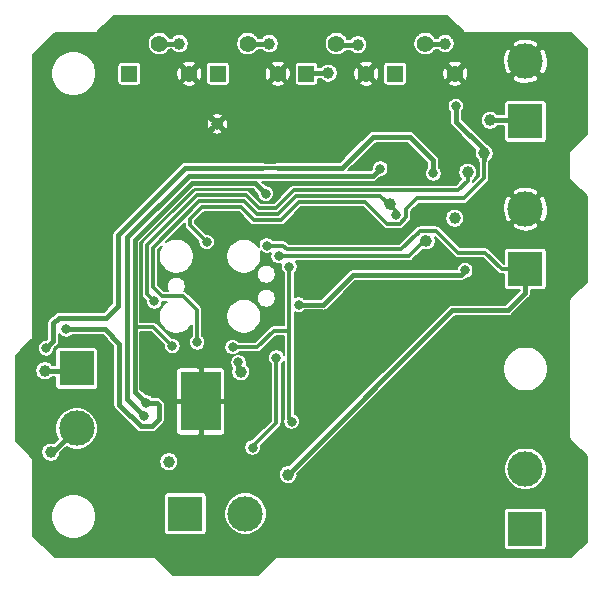
<source format=gbl>
G04 #@! TF.GenerationSoftware,KiCad,Pcbnew,6.0.9-8da3e8f707~116~ubuntu20.04.1*
G04 #@! TF.CreationDate,2023-04-19T18:18:49+00:00*
G04 #@! TF.ProjectId,LEC032002,4c454330-3332-4303-9032-2e6b69636164,rev?*
G04 #@! TF.SameCoordinates,Original*
G04 #@! TF.FileFunction,Copper,L2,Bot*
G04 #@! TF.FilePolarity,Positive*
%FSLAX46Y46*%
G04 Gerber Fmt 4.6, Leading zero omitted, Abs format (unit mm)*
G04 Created by KiCad (PCBNEW 6.0.9-8da3e8f707~116~ubuntu20.04.1) date 2023-04-19 18:18:49*
%MOMM*%
%LPD*%
G01*
G04 APERTURE LIST*
G04 #@! TA.AperFunction,ComponentPad*
%ADD10R,3.000000X3.000000*%
G04 #@! TD*
G04 #@! TA.AperFunction,ComponentPad*
%ADD11C,3.000000*%
G04 #@! TD*
G04 #@! TA.AperFunction,ComponentPad*
%ADD12R,1.400000X1.400000*%
G04 #@! TD*
G04 #@! TA.AperFunction,ComponentPad*
%ADD13C,1.400000*%
G04 #@! TD*
G04 #@! TA.AperFunction,ComponentPad*
%ADD14C,0.600000*%
G04 #@! TD*
G04 #@! TA.AperFunction,SMDPad,CuDef*
%ADD15R,3.400000X5.000000*%
G04 #@! TD*
G04 #@! TA.AperFunction,SMDPad,CuDef*
%ADD16C,1.000000*%
G04 #@! TD*
G04 #@! TA.AperFunction,ViaPad*
%ADD17C,0.800000*%
G04 #@! TD*
G04 #@! TA.AperFunction,Conductor*
%ADD18C,0.400000*%
G04 #@! TD*
G04 #@! TA.AperFunction,Conductor*
%ADD19C,0.300000*%
G04 #@! TD*
G04 #@! TA.AperFunction,Conductor*
%ADD20C,0.200000*%
G04 #@! TD*
G04 APERTURE END LIST*
D10*
G04 #@! TO.P,J1,1*
G04 #@! TO.N,Net-(D1-Pad3)*
X163000000Y-103710000D03*
D11*
G04 #@! TO.P,J1,2*
G04 #@! TO.N,Net-(D1-Pad4)*
X163000000Y-108790000D03*
G04 #@! TD*
D10*
G04 #@! TO.P,J2,1*
G04 #@! TO.N,/TRACK_B_END1*
X201000000Y-117290000D03*
D11*
G04 #@! TO.P,J2,2*
G04 #@! TO.N,/TRACK_B_END2*
X201000000Y-112210000D03*
G04 #@! TD*
D10*
G04 #@! TO.P,J3,1*
G04 #@! TO.N,/TRACK_A*
X172210000Y-116000000D03*
D11*
G04 #@! TO.P,J3,2*
G04 #@! TO.N,/TRACK_B*
X177290000Y-116000000D03*
G04 #@! TD*
D10*
G04 #@! TO.P,J4,1*
G04 #@! TO.N,/ILS2*
X201000000Y-82790000D03*
D11*
G04 #@! TO.P,J4,2*
G04 #@! TO.N,GND*
X201000000Y-77710000D03*
G04 #@! TD*
D10*
G04 #@! TO.P,J5,1*
G04 #@! TO.N,/ILS1-SCK*
X201000000Y-95290000D03*
D11*
G04 #@! TO.P,J5,2*
G04 #@! TO.N,GND*
X201000000Y-90210000D03*
G04 #@! TD*
D12*
G04 #@! TO.P,RV1,1*
G04 #@! TO.N,+5V*
X189960000Y-78750000D03*
D13*
G04 #@! TO.P,RV1,2*
G04 #@! TO.N,/DELAY*
X192500000Y-76210000D03*
G04 #@! TO.P,RV1,3*
G04 #@! TO.N,GND*
X195040000Y-78750000D03*
G04 #@! TD*
D12*
G04 #@! TO.P,RV2,1*
G04 #@! TO.N,+5V*
X182460000Y-78750000D03*
D13*
G04 #@! TO.P,RV2,2*
G04 #@! TO.N,/DECEL*
X185000000Y-76210000D03*
G04 #@! TO.P,RV2,3*
G04 #@! TO.N,GND*
X187540000Y-78750000D03*
G04 #@! TD*
D12*
G04 #@! TO.P,RV3,1*
G04 #@! TO.N,+5V*
X174960000Y-78750000D03*
D13*
G04 #@! TO.P,RV3,2*
G04 #@! TO.N,/ACCEL*
X177500000Y-76210000D03*
G04 #@! TO.P,RV3,3*
G04 #@! TO.N,GND*
X180040000Y-78750000D03*
G04 #@! TD*
D14*
G04 #@! TO.P,U3,17*
G04 #@! TO.N,GND*
X173500000Y-104300000D03*
X174600000Y-106500000D03*
X172400000Y-108700000D03*
D15*
X173500000Y-106500000D03*
D14*
X174600000Y-105400000D03*
X173500000Y-106500000D03*
X174600000Y-107600000D03*
X174600000Y-104300000D03*
X172400000Y-104300000D03*
X172400000Y-105400000D03*
X172400000Y-106500000D03*
X173500000Y-108700000D03*
X172400000Y-107600000D03*
X173500000Y-107600000D03*
X174600000Y-108700000D03*
X173500000Y-105400000D03*
G04 #@! TD*
D12*
G04 #@! TO.P,RV4,1*
G04 #@! TO.N,+5V*
X167460000Y-78750000D03*
D13*
G04 #@! TO.P,RV4,2*
G04 #@! TO.N,/MAX_SPEED*
X170000000Y-76210000D03*
G04 #@! TO.P,RV4,3*
G04 #@! TO.N,GND*
X172540000Y-78750000D03*
G04 #@! TD*
D16*
G04 #@! TO.P,TP1,1*
G04 #@! TO.N,Net-(D1-Pad3)*
X160300000Y-103900000D03*
G04 #@! TD*
G04 #@! TO.P,TP2,1*
G04 #@! TO.N,Net-(D1-Pad4)*
X160800000Y-110800000D03*
G04 #@! TD*
G04 #@! TO.P,TP3,1*
G04 #@! TO.N,+5V*
X184300000Y-78700000D03*
G04 #@! TD*
G04 #@! TO.P,TP4,1*
G04 #@! TO.N,/ILS1-SCK*
X180900000Y-112700000D03*
G04 #@! TD*
G04 #@! TO.P,TP5,1*
G04 #@! TO.N,/RESET*
X192600000Y-92900000D03*
G04 #@! TD*
G04 #@! TO.P,TP6,1*
G04 #@! TO.N,/MOSI-DIR*
X196100000Y-87100000D03*
G04 #@! TD*
G04 #@! TO.P,TP7,1*
G04 #@! TO.N,/MISO-M_EN*
X197500000Y-85500000D03*
G04 #@! TD*
G04 #@! TO.P,TP8,1*
G04 #@! TO.N,/DELAY*
X194200000Y-76200000D03*
G04 #@! TD*
G04 #@! TO.P,TP9,1*
G04 #@! TO.N,/DECEL*
X186800000Y-76300000D03*
G04 #@! TD*
G04 #@! TO.P,TP10,1*
G04 #@! TO.N,/ACCEL*
X179300000Y-76200000D03*
G04 #@! TD*
G04 #@! TO.P,TP11,1*
G04 #@! TO.N,/MAX_SPEED*
X171700000Y-76200000D03*
G04 #@! TD*
G04 #@! TO.P,TP12,1*
G04 #@! TO.N,GND*
X174900000Y-83000000D03*
G04 #@! TD*
G04 #@! TO.P,TP13,1*
G04 #@! TO.N,Net-(TP13-Pad1)*
X176900000Y-104000000D03*
G04 #@! TD*
G04 #@! TO.P,TP16,1*
G04 #@! TO.N,/MOTOR_FAULT*
X189500000Y-89800000D03*
G04 #@! TD*
G04 #@! TO.P,TP17,1*
G04 #@! TO.N,/MOTOR_CURRENT*
X195000000Y-91000000D03*
G04 #@! TD*
G04 #@! TO.P,TP18,1*
G04 #@! TO.N,Net-(R2-Pad1)*
X170800000Y-111600000D03*
G04 #@! TD*
G04 #@! TO.P,TP15,1*
G04 #@! TO.N,/ILS2*
X198000000Y-82700000D03*
G04 #@! TD*
D17*
G04 #@! TO.N,GND*
X165000000Y-82500000D03*
X173200000Y-95000000D03*
X173900000Y-111700000D03*
X197500000Y-115000000D03*
X187500000Y-97500000D03*
X197500000Y-95000000D03*
X176000000Y-81000000D03*
X174200000Y-102400000D03*
X178900000Y-81600000D03*
X181800000Y-107400000D03*
X165000000Y-110000000D03*
X177500000Y-112500000D03*
X190000000Y-110000000D03*
X185700000Y-83100000D03*
X197500000Y-97500000D03*
X185100000Y-90900000D03*
X171900000Y-92200000D03*
X173000000Y-113000000D03*
X175000000Y-98800000D03*
X165000000Y-97500000D03*
X187300000Y-81600000D03*
X165000000Y-85000000D03*
X185000000Y-95000000D03*
X186400000Y-92100000D03*
X185000000Y-92100000D03*
X176500000Y-91800000D03*
X195000000Y-92500000D03*
X179400000Y-86000000D03*
X182000000Y-81700000D03*
X175300000Y-103000000D03*
X197500000Y-92500000D03*
X179300000Y-99300000D03*
X187500000Y-110000000D03*
X170300000Y-95900000D03*
X195000000Y-107500000D03*
X172000000Y-81000000D03*
X190000000Y-86000000D03*
X177500000Y-80000000D03*
X177600000Y-91900000D03*
X174200000Y-91800000D03*
X196600000Y-82500000D03*
X175400000Y-91800000D03*
X167000000Y-83000000D03*
X177600000Y-109400000D03*
X170000000Y-80000000D03*
X178300000Y-105700000D03*
X186400000Y-90900000D03*
X180200000Y-81600000D03*
X187600000Y-86000000D03*
X197500000Y-90000000D03*
X190000000Y-97500000D03*
X169400000Y-102000000D03*
X197500000Y-100000000D03*
X172100000Y-101100000D03*
X172400000Y-111600000D03*
X171000000Y-113000000D03*
X183600000Y-92100000D03*
X175100000Y-100100000D03*
X165000000Y-95000000D03*
X169000000Y-81000000D03*
G04 #@! TO.N,+5V*
X171100000Y-101800000D03*
X181200000Y-108200000D03*
X176200000Y-101900000D03*
X162100000Y-100400000D03*
X181000000Y-95100000D03*
X168900000Y-106600000D03*
X179000000Y-88900000D03*
G04 #@! TO.N,Vdrive*
X177900000Y-110400000D03*
X179900000Y-102800000D03*
G04 #@! TO.N,/RESET*
X192500000Y-92800000D03*
X180100000Y-94200000D03*
G04 #@! TO.N,/ILS1-SCK*
X180900000Y-112700000D03*
X179100000Y-93300000D03*
G04 #@! TO.N,Net-(R2-Pad1)*
X170800000Y-111600000D03*
G04 #@! TO.N,/MOTOR_CURRENT*
X195000000Y-91000000D03*
G04 #@! TO.N,/MOTOR_FAULT*
X173200000Y-101500000D03*
X190000000Y-90700000D03*
G04 #@! TO.N,Net-(TP13-Pad1)*
X176700000Y-103200000D03*
G04 #@! TO.N,/LED*
X160400000Y-102000000D03*
X193200000Y-87200000D03*
G04 #@! TO.N,/ILS2*
X195900000Y-95400000D03*
X181799997Y-98300000D03*
G04 #@! TO.N,/MISO-M_EN*
X174000000Y-93000000D03*
X188700000Y-86800000D03*
X195100000Y-81500000D03*
X168700000Y-107700000D03*
G04 #@! TO.N,/MOSI-DIR*
X169565676Y-98026337D03*
X196100000Y-87100000D03*
G04 #@! TD*
D18*
G04 #@! TO.N,GND*
X173500000Y-106500000D02*
X171400000Y-106500000D01*
X173500000Y-106500000D02*
X173500000Y-103500000D01*
X173500000Y-106500000D02*
X173500000Y-109700000D01*
X173500000Y-106500000D02*
X175600000Y-106500000D01*
G04 #@! TO.N,+5V*
X166600000Y-106784002D02*
X166600000Y-101600000D01*
D19*
X176200000Y-101900000D02*
X178300000Y-101900000D01*
X179700000Y-100500000D02*
X181000000Y-100500000D01*
X171100000Y-101800000D02*
X169499995Y-100199995D01*
D18*
X167900010Y-92848532D02*
X172748542Y-88000000D01*
X165400000Y-100400000D02*
X162100000Y-100400000D01*
X166600000Y-101600000D02*
X165400000Y-100400000D01*
X168900000Y-106600000D02*
X167900000Y-105700000D01*
X167900005Y-100199995D02*
X167900010Y-92848532D01*
D19*
X181000000Y-95100000D02*
X181000000Y-100500000D01*
D18*
X167900000Y-105700000D02*
X167900005Y-100199995D01*
X168900000Y-106600000D02*
X169800000Y-106600000D01*
X184300000Y-78700000D02*
X182510000Y-78700000D01*
D19*
X181000000Y-100500000D02*
X181000000Y-108000000D01*
X178300000Y-101900000D02*
X179700000Y-100500000D01*
D18*
X178100000Y-88000000D02*
X179000000Y-88900000D01*
X169800000Y-106600000D02*
X170000000Y-106800000D01*
X168415998Y-108600000D02*
X166600000Y-106784002D01*
X182510000Y-78700000D02*
X182460000Y-78750000D01*
X170000000Y-108000000D02*
X169400000Y-108600000D01*
X172748542Y-88000000D02*
X178100000Y-88000000D01*
X169400000Y-108600000D02*
X168415998Y-108600000D01*
D19*
X181000000Y-108000000D02*
X181200000Y-108200000D01*
D18*
X170000000Y-106800000D02*
X170000000Y-108000000D01*
D19*
X169499995Y-100199995D02*
X167900005Y-100199995D01*
G04 #@! TO.N,Vdrive*
X177900000Y-110300000D02*
X177900000Y-110400000D01*
X179900000Y-108300000D02*
X177900000Y-110300000D01*
X179900000Y-102800000D02*
X179900000Y-108300000D01*
G04 #@! TO.N,/RESET*
X190900000Y-94200000D02*
X191100000Y-94200000D01*
X180100000Y-94200000D02*
X190900000Y-94200000D01*
X191100000Y-94200000D02*
X192500000Y-92800000D01*
D18*
G04 #@! TO.N,Net-(D1-Pad4)*
X160800000Y-110800000D02*
X160990000Y-110800000D01*
X160990000Y-110800000D02*
X163000000Y-108790000D01*
G04 #@! TO.N,Net-(D1-Pad3)*
X160300000Y-103900000D02*
X162810000Y-103900000D01*
X162810000Y-103900000D02*
X163000000Y-103710000D01*
D19*
G04 #@! TO.N,/ILS1-SCK*
X193449999Y-92049999D02*
X195300000Y-93900000D01*
X180800000Y-93600000D02*
X190500000Y-93600000D01*
X180500000Y-93300000D02*
X180800000Y-93600000D01*
D18*
X201000000Y-97300000D02*
X201000000Y-95290000D01*
X199500000Y-98800000D02*
X201000000Y-97300000D01*
D19*
X191800000Y-92300000D02*
X191907120Y-92300000D01*
X191800000Y-92300000D02*
X192050001Y-92049999D01*
D18*
X194800000Y-98800000D02*
X199500000Y-98800000D01*
D19*
X198990000Y-95290000D02*
X201000000Y-95290000D01*
X197600000Y-93900000D02*
X198990000Y-95290000D01*
X195300000Y-93900000D02*
X197600000Y-93900000D01*
X192050001Y-92049999D02*
X193449999Y-92049999D01*
X179100000Y-93300000D02*
X180500000Y-93300000D01*
X190500000Y-93600000D02*
X191800000Y-92300000D01*
D18*
X180900000Y-112700000D02*
X194800000Y-98800000D01*
G04 #@! TO.N,/DELAY*
X194190000Y-76210000D02*
X194200000Y-76200000D01*
X192500000Y-76210000D02*
X194190000Y-76210000D01*
G04 #@! TO.N,/DECEL*
X185090000Y-76300000D02*
X185000000Y-76210000D01*
X186800000Y-76300000D02*
X185090000Y-76300000D01*
G04 #@! TO.N,/ACCEL*
X177500000Y-76210000D02*
X179290000Y-76210000D01*
X179290000Y-76210000D02*
X179300000Y-76200000D01*
G04 #@! TO.N,/MAX_SPEED*
X170010000Y-76200000D02*
X170000000Y-76210000D01*
X171700000Y-76200000D02*
X170010000Y-76200000D01*
D19*
G04 #@! TO.N,/MOTOR_FAULT*
X190000000Y-90400000D02*
X190000000Y-90700000D01*
X180064219Y-90650021D02*
X181614220Y-89100020D01*
X169450034Y-93490578D02*
X173390582Y-89550030D01*
X178235781Y-90650021D02*
X180064219Y-90650021D01*
X170195301Y-97595301D02*
X169450034Y-96850034D01*
X181614220Y-89100020D02*
X188700020Y-89100020D01*
X173200000Y-101500000D02*
X173200000Y-98774572D01*
X172020729Y-97595301D02*
X170195301Y-97595301D01*
X173200000Y-98774572D02*
X172020729Y-97595301D01*
X177135790Y-89550030D02*
X178235781Y-90650021D01*
X188700020Y-89100020D02*
X190000000Y-90400000D01*
X169450034Y-96850034D02*
X169450034Y-93490578D01*
X173390582Y-89550030D02*
X177135790Y-89550030D01*
G04 #@! TO.N,Net-(TP13-Pad1)*
X176700000Y-103800000D02*
X176900000Y-104000000D01*
X176700000Y-103200000D02*
X176700000Y-103800000D01*
D18*
G04 #@! TO.N,/LED*
X186600000Y-85600000D02*
X188100000Y-84100000D01*
D19*
X178700000Y-86700000D02*
X178750001Y-86750001D01*
D18*
X161500000Y-99400000D02*
X165500000Y-99400000D01*
X161000000Y-99900000D02*
X161500000Y-99400000D01*
X166500000Y-92400000D02*
X172200000Y-86700000D01*
X180049999Y-86750001D02*
X180100000Y-86700000D01*
X188100000Y-84100000D02*
X191200000Y-84100000D01*
X193200000Y-86100000D02*
X193200000Y-87200000D01*
D19*
X178750001Y-86750001D02*
X180049999Y-86750001D01*
D18*
X166500000Y-98400000D02*
X166500000Y-92400000D01*
X185500000Y-86700000D02*
X186600000Y-85600000D01*
X161000000Y-101400000D02*
X161000000Y-99900000D01*
X180100000Y-86700000D02*
X185500000Y-86700000D01*
X191200000Y-84100000D02*
X193200000Y-86100000D01*
X165500000Y-99400000D02*
X166500000Y-98400000D01*
X160400000Y-102000000D02*
X161000000Y-101400000D01*
X172200000Y-86700000D02*
X178700000Y-86700000D01*
G04 #@! TO.N,/ILS2*
X200910000Y-82700000D02*
X201000000Y-82790000D01*
X195500000Y-95800000D02*
X195900000Y-95400000D01*
X183900000Y-98300000D02*
X186400000Y-95800000D01*
X181799997Y-98300000D02*
X183900000Y-98300000D01*
X198000000Y-82700000D02*
X200910000Y-82700000D01*
X186400000Y-95800000D02*
X195500000Y-95800000D01*
D19*
G04 #@! TO.N,/MISO-M_EN*
X172600000Y-91047732D02*
X173597692Y-90050040D01*
D18*
X197450000Y-85150000D02*
X195100000Y-82800000D01*
D19*
X187400030Y-89600030D02*
X189250001Y-91450001D01*
X189250001Y-91450001D02*
X190360001Y-91450001D01*
X190360001Y-91450001D02*
X190900000Y-90910002D01*
X181821330Y-89600030D02*
X187400030Y-89600030D01*
X174000000Y-93000000D02*
X172600000Y-91600000D01*
D18*
X197450000Y-86050000D02*
X197450000Y-85150000D01*
X168700000Y-107700000D02*
X167300000Y-106300000D01*
D19*
X172600000Y-91600000D02*
X172600000Y-91047732D01*
D18*
X188100000Y-87400000D02*
X188700000Y-86800000D01*
X195100000Y-82800000D02*
X195100000Y-81500000D01*
D19*
X173597692Y-90050040D02*
X176928680Y-90050040D01*
X190900000Y-90200000D02*
X191800000Y-89300000D01*
D18*
X167300000Y-92600000D02*
X172500000Y-87400000D01*
D19*
X180271329Y-91150031D02*
X181821330Y-89600030D01*
D18*
X172500000Y-87400000D02*
X188100000Y-87400000D01*
D19*
X197500000Y-87600000D02*
X197500000Y-85900000D01*
X191800000Y-89300000D02*
X195800000Y-89300000D01*
X195800000Y-89300000D02*
X197500000Y-87600000D01*
D18*
X167300000Y-105500000D02*
X167300000Y-92600000D01*
D19*
X176928680Y-90050040D02*
X178028671Y-91150031D01*
X178028671Y-91150031D02*
X180271329Y-91150031D01*
D18*
X167300000Y-106300000D02*
X167300000Y-105500000D01*
D19*
X190900000Y-90910002D02*
X190900000Y-90200000D01*
G04 #@! TO.N,/MOSI-DIR*
X177342900Y-89050020D02*
X178442891Y-90150011D01*
X178442891Y-90150011D02*
X179857109Y-90150011D01*
X173183472Y-89050020D02*
X177342900Y-89050020D01*
X169565676Y-98026337D02*
X168950024Y-97410685D01*
X168950024Y-97410685D02*
X168950024Y-93283468D01*
X179857109Y-90150011D02*
X181407110Y-88600010D01*
X195299990Y-88600010D02*
X196100000Y-87800000D01*
X196100000Y-87800000D02*
X196100000Y-87100000D01*
X181407110Y-88600010D02*
X195299990Y-88600010D01*
X168950024Y-93283468D02*
X173183472Y-89050020D01*
G04 #@! TD*
G04 #@! TO.N,GND*
D20*
X195758904Y-75218523D02*
X195769079Y-75230921D01*
X195818566Y-75271535D01*
X195875026Y-75301713D01*
X195936288Y-75320297D01*
X195942362Y-75320895D01*
X195984039Y-75325000D01*
X195984046Y-75325000D01*
X195999999Y-75326571D01*
X196015952Y-75325000D01*
X204865382Y-75325000D01*
X206175001Y-76634620D01*
X206175000Y-83865381D01*
X204781478Y-85258904D01*
X204769080Y-85269079D01*
X204728466Y-85318566D01*
X204715797Y-85342268D01*
X204698287Y-85375027D01*
X204679703Y-85436289D01*
X204673429Y-85500000D01*
X204675001Y-85515963D01*
X204675000Y-87484047D01*
X204673429Y-87500000D01*
X204675000Y-87515953D01*
X204675000Y-87515960D01*
X204676538Y-87531574D01*
X204679703Y-87563711D01*
X204688366Y-87592267D01*
X204698287Y-87624973D01*
X204728465Y-87681433D01*
X204769079Y-87730921D01*
X204781483Y-87741101D01*
X206175001Y-89134620D01*
X206175000Y-96365381D01*
X204781483Y-97758899D01*
X204769079Y-97769079D01*
X204728465Y-97818567D01*
X204709646Y-97853776D01*
X204698287Y-97875027D01*
X204679844Y-97935826D01*
X204679703Y-97936290D01*
X204675000Y-97984040D01*
X204675000Y-97984047D01*
X204673429Y-98000000D01*
X204675000Y-98015953D01*
X204675001Y-109484037D01*
X204673429Y-109500000D01*
X204679703Y-109563711D01*
X204698287Y-109624973D01*
X204698288Y-109624974D01*
X204728466Y-109681434D01*
X204769080Y-109730921D01*
X204781478Y-109741096D01*
X206175001Y-111134620D01*
X206175000Y-118365381D01*
X204865382Y-119675000D01*
X180015952Y-119675000D01*
X179999999Y-119673429D01*
X179984046Y-119675000D01*
X179984039Y-119675000D01*
X179942362Y-119679105D01*
X179936288Y-119679703D01*
X179875026Y-119698287D01*
X179818566Y-119728465D01*
X179769079Y-119769079D01*
X179758905Y-119781476D01*
X178365382Y-121175000D01*
X171134619Y-121175000D01*
X169741101Y-119781483D01*
X169730921Y-119769079D01*
X169681434Y-119728465D01*
X169624974Y-119698287D01*
X169563711Y-119679703D01*
X169515961Y-119675000D01*
X169515953Y-119675000D01*
X169500000Y-119673429D01*
X169484047Y-119675000D01*
X161134619Y-119675000D01*
X159325000Y-117865382D01*
X159325000Y-116062866D01*
X160850000Y-116062866D01*
X160850000Y-116437134D01*
X160923016Y-116804209D01*
X161066242Y-117149987D01*
X161274174Y-117461179D01*
X161538821Y-117725826D01*
X161850013Y-117933758D01*
X162195791Y-118076984D01*
X162562866Y-118150000D01*
X162937134Y-118150000D01*
X163304209Y-118076984D01*
X163649987Y-117933758D01*
X163961179Y-117725826D01*
X164225826Y-117461179D01*
X164433758Y-117149987D01*
X164576984Y-116804209D01*
X164650000Y-116437134D01*
X164650000Y-116062866D01*
X164576984Y-115695791D01*
X164433758Y-115350013D01*
X164225826Y-115038821D01*
X163961179Y-114774174D01*
X163649987Y-114566242D01*
X163490065Y-114500000D01*
X170408549Y-114500000D01*
X170408549Y-117500000D01*
X170414341Y-117558810D01*
X170431496Y-117615360D01*
X170459353Y-117667477D01*
X170496842Y-117713158D01*
X170542523Y-117750647D01*
X170594640Y-117778504D01*
X170651190Y-117795659D01*
X170710000Y-117801451D01*
X173710000Y-117801451D01*
X173768810Y-117795659D01*
X173825360Y-117778504D01*
X173877477Y-117750647D01*
X173923158Y-117713158D01*
X173960647Y-117667477D01*
X173988504Y-117615360D01*
X174005659Y-117558810D01*
X174011451Y-117500000D01*
X174011451Y-115822716D01*
X175490000Y-115822716D01*
X175490000Y-116177284D01*
X175559173Y-116525041D01*
X175694861Y-116852620D01*
X175891849Y-117147433D01*
X176142567Y-117398151D01*
X176437380Y-117595139D01*
X176764959Y-117730827D01*
X177112716Y-117800000D01*
X177467284Y-117800000D01*
X177815041Y-117730827D01*
X178142620Y-117595139D01*
X178437433Y-117398151D01*
X178688151Y-117147433D01*
X178885139Y-116852620D01*
X179020827Y-116525041D01*
X179090000Y-116177284D01*
X179090000Y-115822716D01*
X179083493Y-115790000D01*
X199198549Y-115790000D01*
X199198549Y-118790000D01*
X199204341Y-118848810D01*
X199221496Y-118905360D01*
X199249353Y-118957477D01*
X199286842Y-119003158D01*
X199332523Y-119040647D01*
X199384640Y-119068504D01*
X199441190Y-119085659D01*
X199500000Y-119091451D01*
X202500000Y-119091451D01*
X202558810Y-119085659D01*
X202615360Y-119068504D01*
X202667477Y-119040647D01*
X202713158Y-119003158D01*
X202750647Y-118957477D01*
X202778504Y-118905360D01*
X202795659Y-118848810D01*
X202801451Y-118790000D01*
X202801451Y-115790000D01*
X202795659Y-115731190D01*
X202778504Y-115674640D01*
X202750647Y-115622523D01*
X202713158Y-115576842D01*
X202667477Y-115539353D01*
X202615360Y-115511496D01*
X202558810Y-115494341D01*
X202500000Y-115488549D01*
X199500000Y-115488549D01*
X199441190Y-115494341D01*
X199384640Y-115511496D01*
X199332523Y-115539353D01*
X199286842Y-115576842D01*
X199249353Y-115622523D01*
X199221496Y-115674640D01*
X199204341Y-115731190D01*
X199198549Y-115790000D01*
X179083493Y-115790000D01*
X179020827Y-115474959D01*
X178885139Y-115147380D01*
X178688151Y-114852567D01*
X178437433Y-114601849D01*
X178142620Y-114404861D01*
X177815041Y-114269173D01*
X177467284Y-114200000D01*
X177112716Y-114200000D01*
X176764959Y-114269173D01*
X176437380Y-114404861D01*
X176142567Y-114601849D01*
X175891849Y-114852567D01*
X175694861Y-115147380D01*
X175559173Y-115474959D01*
X175490000Y-115822716D01*
X174011451Y-115822716D01*
X174011451Y-114500000D01*
X174005659Y-114441190D01*
X173988504Y-114384640D01*
X173960647Y-114332523D01*
X173923158Y-114286842D01*
X173877477Y-114249353D01*
X173825360Y-114221496D01*
X173768810Y-114204341D01*
X173710000Y-114198549D01*
X170710000Y-114198549D01*
X170651190Y-114204341D01*
X170594640Y-114221496D01*
X170542523Y-114249353D01*
X170496842Y-114286842D01*
X170459353Y-114332523D01*
X170431496Y-114384640D01*
X170414341Y-114441190D01*
X170408549Y-114500000D01*
X163490065Y-114500000D01*
X163304209Y-114423016D01*
X162937134Y-114350000D01*
X162562866Y-114350000D01*
X162195791Y-114423016D01*
X161850013Y-114566242D01*
X161538821Y-114774174D01*
X161274174Y-115038821D01*
X161066242Y-115350013D01*
X160923016Y-115695791D01*
X160850000Y-116062866D01*
X159325000Y-116062866D01*
X159325000Y-111515952D01*
X159326571Y-111499999D01*
X159325000Y-111484046D01*
X159325000Y-111484039D01*
X159320297Y-111436289D01*
X159301713Y-111375026D01*
X159271535Y-111318566D01*
X159230921Y-111269079D01*
X159218524Y-111258905D01*
X158680826Y-110721207D01*
X160000000Y-110721207D01*
X160000000Y-110878793D01*
X160030743Y-111033351D01*
X160091049Y-111178942D01*
X160178599Y-111309970D01*
X160290030Y-111421401D01*
X160421058Y-111508951D01*
X160566649Y-111569257D01*
X160721207Y-111600000D01*
X160878793Y-111600000D01*
X161033351Y-111569257D01*
X161149353Y-111521207D01*
X170000000Y-111521207D01*
X170000000Y-111678793D01*
X170030743Y-111833351D01*
X170091049Y-111978942D01*
X170178599Y-112109970D01*
X170290030Y-112221401D01*
X170421058Y-112308951D01*
X170566649Y-112369257D01*
X170721207Y-112400000D01*
X170878793Y-112400000D01*
X171033351Y-112369257D01*
X171178942Y-112308951D01*
X171309970Y-112221401D01*
X171421401Y-112109970D01*
X171508951Y-111978942D01*
X171569257Y-111833351D01*
X171600000Y-111678793D01*
X171600000Y-111521207D01*
X171569257Y-111366649D01*
X171508951Y-111221058D01*
X171421401Y-111090030D01*
X171309970Y-110978599D01*
X171178942Y-110891049D01*
X171033351Y-110830743D01*
X170878793Y-110800000D01*
X170721207Y-110800000D01*
X170566649Y-110830743D01*
X170421058Y-110891049D01*
X170290030Y-110978599D01*
X170178599Y-111090030D01*
X170091049Y-111221058D01*
X170030743Y-111366649D01*
X170000000Y-111521207D01*
X161149353Y-111521207D01*
X161178942Y-111508951D01*
X161309970Y-111421401D01*
X161421401Y-111309970D01*
X161508951Y-111178942D01*
X161569257Y-111033351D01*
X161595453Y-110901652D01*
X162126151Y-110370954D01*
X162147380Y-110385139D01*
X162474959Y-110520827D01*
X162822716Y-110590000D01*
X163177284Y-110590000D01*
X163525041Y-110520827D01*
X163852620Y-110385139D01*
X164147433Y-110188151D01*
X164398151Y-109937433D01*
X164595139Y-109642620D01*
X164730827Y-109315041D01*
X164800000Y-108967284D01*
X164800000Y-108612716D01*
X164730827Y-108264959D01*
X164595139Y-107937380D01*
X164398151Y-107642567D01*
X164147433Y-107391849D01*
X163852620Y-107194861D01*
X163525041Y-107059173D01*
X163177284Y-106990000D01*
X162822716Y-106990000D01*
X162474959Y-107059173D01*
X162147380Y-107194861D01*
X161852567Y-107391849D01*
X161601849Y-107642567D01*
X161404861Y-107937380D01*
X161269173Y-108264959D01*
X161200000Y-108612716D01*
X161200000Y-108967284D01*
X161269173Y-109315041D01*
X161404861Y-109642620D01*
X161419046Y-109663849D01*
X161046645Y-110036250D01*
X161033351Y-110030743D01*
X160878793Y-110000000D01*
X160721207Y-110000000D01*
X160566649Y-110030743D01*
X160421058Y-110091049D01*
X160290030Y-110178599D01*
X160178599Y-110290030D01*
X160091049Y-110421058D01*
X160030743Y-110566649D01*
X160000000Y-110721207D01*
X158680826Y-110721207D01*
X157825000Y-109865382D01*
X157825000Y-103821207D01*
X159500000Y-103821207D01*
X159500000Y-103978793D01*
X159530743Y-104133351D01*
X159591049Y-104278942D01*
X159678599Y-104409970D01*
X159790030Y-104521401D01*
X159921058Y-104608951D01*
X160066649Y-104669257D01*
X160221207Y-104700000D01*
X160378793Y-104700000D01*
X160533351Y-104669257D01*
X160678942Y-104608951D01*
X160809970Y-104521401D01*
X160921401Y-104409970D01*
X160928063Y-104400000D01*
X161198549Y-104400000D01*
X161198549Y-105210000D01*
X161204341Y-105268810D01*
X161221496Y-105325360D01*
X161249353Y-105377477D01*
X161286842Y-105423158D01*
X161332523Y-105460647D01*
X161384640Y-105488504D01*
X161441190Y-105505659D01*
X161500000Y-105511451D01*
X164500000Y-105511451D01*
X164558810Y-105505659D01*
X164615360Y-105488504D01*
X164667477Y-105460647D01*
X164713158Y-105423158D01*
X164750647Y-105377477D01*
X164778504Y-105325360D01*
X164795659Y-105268810D01*
X164801451Y-105210000D01*
X164801451Y-102210000D01*
X164795659Y-102151190D01*
X164778504Y-102094640D01*
X164750647Y-102042523D01*
X164713158Y-101996842D01*
X164667477Y-101959353D01*
X164615360Y-101931496D01*
X164558810Y-101914341D01*
X164500000Y-101908549D01*
X161500000Y-101908549D01*
X161441190Y-101914341D01*
X161384640Y-101931496D01*
X161332523Y-101959353D01*
X161286842Y-101996842D01*
X161249353Y-102042523D01*
X161221496Y-102094640D01*
X161204341Y-102151190D01*
X161198549Y-102210000D01*
X161198549Y-103400000D01*
X160928063Y-103400000D01*
X160921401Y-103390030D01*
X160809970Y-103278599D01*
X160678942Y-103191049D01*
X160533351Y-103130743D01*
X160378793Y-103100000D01*
X160221207Y-103100000D01*
X160066649Y-103130743D01*
X159921058Y-103191049D01*
X159790030Y-103278599D01*
X159678599Y-103390030D01*
X159591049Y-103521058D01*
X159530743Y-103666649D01*
X159500000Y-103821207D01*
X157825000Y-103821207D01*
X157825000Y-102634618D01*
X158528562Y-101931056D01*
X159700000Y-101931056D01*
X159700000Y-102068944D01*
X159726901Y-102204182D01*
X159779668Y-102331574D01*
X159856274Y-102446224D01*
X159953776Y-102543726D01*
X160068426Y-102620332D01*
X160195818Y-102673099D01*
X160331056Y-102700000D01*
X160468944Y-102700000D01*
X160604182Y-102673099D01*
X160731574Y-102620332D01*
X160846224Y-102543726D01*
X160943726Y-102446224D01*
X161020332Y-102331574D01*
X161073099Y-102204182D01*
X161100000Y-102068944D01*
X161100000Y-102007106D01*
X161336181Y-101770925D01*
X161355264Y-101755264D01*
X161417746Y-101679129D01*
X161464175Y-101592267D01*
X161492765Y-101498017D01*
X161500000Y-101424560D01*
X161500000Y-101424559D01*
X161502419Y-101400001D01*
X161500000Y-101375443D01*
X161500000Y-100762003D01*
X161556274Y-100846224D01*
X161653776Y-100943726D01*
X161768426Y-101020332D01*
X161895818Y-101073099D01*
X162031056Y-101100000D01*
X162168944Y-101100000D01*
X162304182Y-101073099D01*
X162431574Y-101020332D01*
X162546224Y-100943726D01*
X162589950Y-100900000D01*
X165192895Y-100900000D01*
X166100001Y-101807108D01*
X166100000Y-106759442D01*
X166097581Y-106784002D01*
X166107235Y-106882019D01*
X166112088Y-106898017D01*
X166135825Y-106976268D01*
X166182254Y-107063131D01*
X166244736Y-107139266D01*
X166263824Y-107154931D01*
X168045073Y-108936181D01*
X168060734Y-108955264D01*
X168136869Y-109017746D01*
X168223731Y-109064175D01*
X168289390Y-109084092D01*
X168317980Y-109092765D01*
X168415997Y-109102419D01*
X168440557Y-109100000D01*
X169375440Y-109100000D01*
X169400000Y-109102419D01*
X169424560Y-109100000D01*
X169498017Y-109092765D01*
X169592267Y-109064175D01*
X169679129Y-109017746D01*
X169755264Y-108955264D01*
X169770929Y-108936176D01*
X170336181Y-108370925D01*
X170355264Y-108355264D01*
X170417746Y-108279129D01*
X170464175Y-108192267D01*
X170492765Y-108098017D01*
X170500000Y-108024560D01*
X170500000Y-108024559D01*
X170502419Y-108000001D01*
X170500000Y-107975443D01*
X170500000Y-106824560D01*
X170502419Y-106800000D01*
X170492765Y-106701983D01*
X170478593Y-106655264D01*
X170464175Y-106607733D01*
X170417746Y-106520871D01*
X170355264Y-106444736D01*
X170336181Y-106429075D01*
X170170928Y-106263823D01*
X170155264Y-106244736D01*
X170079129Y-106182254D01*
X169992267Y-106135825D01*
X169898017Y-106107235D01*
X169800000Y-106097581D01*
X169775440Y-106100000D01*
X169389950Y-106100000D01*
X169346224Y-106056274D01*
X169231574Y-105979668D01*
X169104182Y-105926901D01*
X168968944Y-105900000D01*
X168869645Y-105900000D01*
X168399999Y-105477319D01*
X168400000Y-104000000D01*
X171398065Y-104000000D01*
X171400000Y-106246000D01*
X171500000Y-106346000D01*
X171714332Y-106346000D01*
X171712248Y-106352519D01*
X171696690Y-106489526D01*
X171708161Y-106626937D01*
X171715932Y-106654000D01*
X171500000Y-106654000D01*
X171400000Y-106754000D01*
X171398065Y-109000000D01*
X171405788Y-109078414D01*
X171428660Y-109153814D01*
X171465803Y-109223303D01*
X171515789Y-109284211D01*
X171576697Y-109334197D01*
X171646186Y-109371340D01*
X171721586Y-109394212D01*
X171800000Y-109401935D01*
X172370692Y-109401171D01*
X172389526Y-109403310D01*
X172415869Y-109401111D01*
X173246000Y-109400000D01*
X173281084Y-109364916D01*
X173345998Y-109385667D01*
X173345998Y-109400000D01*
X173460377Y-109400000D01*
X173489526Y-109403310D01*
X173529176Y-109400000D01*
X173654002Y-109400000D01*
X173654002Y-109384067D01*
X173719312Y-109365312D01*
X173754000Y-109400000D01*
X174569993Y-109401092D01*
X174589526Y-109403310D01*
X174615369Y-109401153D01*
X175200000Y-109401935D01*
X175278414Y-109394212D01*
X175353814Y-109371340D01*
X175423303Y-109334197D01*
X175484211Y-109284211D01*
X175534197Y-109223303D01*
X175571340Y-109153814D01*
X175594212Y-109078414D01*
X175601935Y-109000000D01*
X175600000Y-106754000D01*
X175500000Y-106654000D01*
X175285668Y-106654000D01*
X175287752Y-106647481D01*
X175303310Y-106510474D01*
X175291839Y-106373063D01*
X175284068Y-106346000D01*
X175500000Y-106346000D01*
X175600000Y-106246000D01*
X175601935Y-104000000D01*
X175594212Y-103921586D01*
X175571340Y-103846186D01*
X175534197Y-103776697D01*
X175484211Y-103715789D01*
X175423303Y-103665803D01*
X175353814Y-103628660D01*
X175278414Y-103605788D01*
X175200000Y-103598065D01*
X174629308Y-103598829D01*
X174610474Y-103596690D01*
X174584131Y-103598889D01*
X173754000Y-103600000D01*
X173718916Y-103635084D01*
X173654002Y-103614333D01*
X173654002Y-103600000D01*
X173539623Y-103600000D01*
X173510474Y-103596690D01*
X173470824Y-103600000D01*
X173345998Y-103600000D01*
X173345998Y-103615933D01*
X173280688Y-103634688D01*
X173246000Y-103600000D01*
X172430007Y-103598908D01*
X172410474Y-103596690D01*
X172384631Y-103598847D01*
X171800000Y-103598065D01*
X171721586Y-103605788D01*
X171646186Y-103628660D01*
X171576697Y-103665803D01*
X171515789Y-103715789D01*
X171465803Y-103776697D01*
X171428660Y-103846186D01*
X171405788Y-103921586D01*
X171398065Y-104000000D01*
X168400000Y-104000000D01*
X168400004Y-100649995D01*
X169313600Y-100649995D01*
X170400000Y-101736396D01*
X170400000Y-101868944D01*
X170426901Y-102004182D01*
X170479668Y-102131574D01*
X170556274Y-102246224D01*
X170653776Y-102343726D01*
X170768426Y-102420332D01*
X170895818Y-102473099D01*
X171031056Y-102500000D01*
X171168944Y-102500000D01*
X171304182Y-102473099D01*
X171431574Y-102420332D01*
X171546224Y-102343726D01*
X171643726Y-102246224D01*
X171720332Y-102131574D01*
X171773099Y-102004182D01*
X171800000Y-101868944D01*
X171800000Y-101731056D01*
X171773099Y-101595818D01*
X171720332Y-101468426D01*
X171643726Y-101353776D01*
X171546224Y-101256274D01*
X171431574Y-101179668D01*
X171304182Y-101126901D01*
X171168944Y-101100000D01*
X171036396Y-101100000D01*
X169833824Y-99897429D01*
X169819732Y-99880258D01*
X169751211Y-99824024D01*
X169673036Y-99782238D01*
X169588210Y-99756506D01*
X169522100Y-99749995D01*
X169522089Y-99749995D01*
X169499995Y-99747819D01*
X169477901Y-99749995D01*
X168400004Y-99749995D01*
X168400009Y-93283468D01*
X168497848Y-93283468D01*
X168500025Y-93305572D01*
X168500024Y-97388591D01*
X168497848Y-97410685D01*
X168500024Y-97432779D01*
X168500024Y-97432789D01*
X168506535Y-97498899D01*
X168517189Y-97534020D01*
X168532267Y-97583725D01*
X168574053Y-97661901D01*
X168616196Y-97713252D01*
X168630287Y-97730422D01*
X168647457Y-97744513D01*
X168865676Y-97962732D01*
X168865676Y-98095281D01*
X168892577Y-98230519D01*
X168945344Y-98357911D01*
X169021950Y-98472561D01*
X169119452Y-98570063D01*
X169234102Y-98646669D01*
X169361494Y-98699436D01*
X169496732Y-98726337D01*
X169634620Y-98726337D01*
X169769858Y-98699436D01*
X169897250Y-98646669D01*
X170011900Y-98570063D01*
X170109402Y-98472561D01*
X170186008Y-98357911D01*
X170238775Y-98230519D01*
X170265676Y-98095281D01*
X170265676Y-98045301D01*
X170625484Y-98045301D01*
X170491806Y-98134622D01*
X170284622Y-98341806D01*
X170121839Y-98585428D01*
X170009712Y-98856127D01*
X169952550Y-99143499D01*
X169952550Y-99436501D01*
X170009712Y-99723873D01*
X170121839Y-99994572D01*
X170284622Y-100238194D01*
X170491806Y-100445378D01*
X170735428Y-100608161D01*
X171006127Y-100720288D01*
X171293499Y-100777450D01*
X171586501Y-100777450D01*
X171873873Y-100720288D01*
X172144572Y-100608161D01*
X172388194Y-100445378D01*
X172595378Y-100238194D01*
X172750001Y-100006785D01*
X172750000Y-100960050D01*
X172656274Y-101053776D01*
X172579668Y-101168426D01*
X172526901Y-101295818D01*
X172500000Y-101431056D01*
X172500000Y-101568944D01*
X172526901Y-101704182D01*
X172579668Y-101831574D01*
X172656274Y-101946224D01*
X172753776Y-102043726D01*
X172868426Y-102120332D01*
X172995818Y-102173099D01*
X173131056Y-102200000D01*
X173268944Y-102200000D01*
X173404182Y-102173099D01*
X173531574Y-102120332D01*
X173646224Y-102043726D01*
X173743726Y-101946224D01*
X173820332Y-101831574D01*
X173820546Y-101831056D01*
X175500000Y-101831056D01*
X175500000Y-101968944D01*
X175526901Y-102104182D01*
X175579668Y-102231574D01*
X175656274Y-102346224D01*
X175753776Y-102443726D01*
X175868426Y-102520332D01*
X175995818Y-102573099D01*
X176131056Y-102600000D01*
X176268944Y-102600000D01*
X176367268Y-102580442D01*
X176253776Y-102656274D01*
X176156274Y-102753776D01*
X176079668Y-102868426D01*
X176026901Y-102995818D01*
X176000000Y-103131056D01*
X176000000Y-103268944D01*
X176026901Y-103404182D01*
X176079668Y-103531574D01*
X176156274Y-103646224D01*
X176173493Y-103663443D01*
X176130743Y-103766649D01*
X176100000Y-103921207D01*
X176100000Y-104078793D01*
X176130743Y-104233351D01*
X176191049Y-104378942D01*
X176278599Y-104509970D01*
X176390030Y-104621401D01*
X176521058Y-104708951D01*
X176666649Y-104769257D01*
X176821207Y-104800000D01*
X176978793Y-104800000D01*
X177133351Y-104769257D01*
X177278942Y-104708951D01*
X177409970Y-104621401D01*
X177521401Y-104509970D01*
X177608951Y-104378942D01*
X177669257Y-104233351D01*
X177700000Y-104078793D01*
X177700000Y-103921207D01*
X177669257Y-103766649D01*
X177608951Y-103621058D01*
X177521401Y-103490030D01*
X177409970Y-103378599D01*
X177381916Y-103359854D01*
X177400000Y-103268944D01*
X177400000Y-103131056D01*
X177373099Y-102995818D01*
X177320332Y-102868426D01*
X177243726Y-102753776D01*
X177146224Y-102656274D01*
X177031574Y-102579668D01*
X176904182Y-102526901D01*
X176768944Y-102500000D01*
X176631056Y-102500000D01*
X176532732Y-102519558D01*
X176646224Y-102443726D01*
X176739950Y-102350000D01*
X178277906Y-102350000D01*
X178300000Y-102352176D01*
X178322094Y-102350000D01*
X178322105Y-102350000D01*
X178388215Y-102343489D01*
X178473041Y-102317757D01*
X178551216Y-102275971D01*
X178619737Y-102219737D01*
X178633829Y-102202566D01*
X179886396Y-100950000D01*
X180550000Y-100950000D01*
X180550000Y-102540052D01*
X180520332Y-102468426D01*
X180443726Y-102353776D01*
X180346224Y-102256274D01*
X180231574Y-102179668D01*
X180104182Y-102126901D01*
X179968944Y-102100000D01*
X179831056Y-102100000D01*
X179695818Y-102126901D01*
X179568426Y-102179668D01*
X179453776Y-102256274D01*
X179356274Y-102353776D01*
X179279668Y-102468426D01*
X179226901Y-102595818D01*
X179200000Y-102731056D01*
X179200000Y-102868944D01*
X179226901Y-103004182D01*
X179279668Y-103131574D01*
X179356274Y-103246224D01*
X179450000Y-103339950D01*
X179450001Y-108113603D01*
X177863605Y-109700000D01*
X177831056Y-109700000D01*
X177695818Y-109726901D01*
X177568426Y-109779668D01*
X177453776Y-109856274D01*
X177356274Y-109953776D01*
X177279668Y-110068426D01*
X177226901Y-110195818D01*
X177200000Y-110331056D01*
X177200000Y-110468944D01*
X177226901Y-110604182D01*
X177279668Y-110731574D01*
X177356274Y-110846224D01*
X177453776Y-110943726D01*
X177568426Y-111020332D01*
X177695818Y-111073099D01*
X177831056Y-111100000D01*
X177968944Y-111100000D01*
X178104182Y-111073099D01*
X178231574Y-111020332D01*
X178346224Y-110943726D01*
X178443726Y-110846224D01*
X178520332Y-110731574D01*
X178573099Y-110604182D01*
X178600000Y-110468944D01*
X178600000Y-110331056D01*
X178584295Y-110252101D01*
X180202572Y-108633824D01*
X180219737Y-108619737D01*
X180233824Y-108602572D01*
X180233828Y-108602568D01*
X180275971Y-108551217D01*
X180317757Y-108473041D01*
X180343489Y-108388215D01*
X180350000Y-108322105D01*
X180350000Y-108322095D01*
X180352176Y-108300001D01*
X180350000Y-108277906D01*
X180350000Y-103339950D01*
X180443726Y-103246224D01*
X180520332Y-103131574D01*
X180550000Y-103059948D01*
X180550001Y-107940049D01*
X180526901Y-107995818D01*
X180500000Y-108131056D01*
X180500000Y-108268944D01*
X180526901Y-108404182D01*
X180579668Y-108531574D01*
X180656274Y-108646224D01*
X180753776Y-108743726D01*
X180868426Y-108820332D01*
X180995818Y-108873099D01*
X181131056Y-108900000D01*
X181268944Y-108900000D01*
X181404182Y-108873099D01*
X181531574Y-108820332D01*
X181646224Y-108743726D01*
X181743726Y-108646224D01*
X181820332Y-108531574D01*
X181873099Y-108404182D01*
X181900000Y-108268944D01*
X181900000Y-108131056D01*
X181873099Y-107995818D01*
X181820332Y-107868426D01*
X181743726Y-107753776D01*
X181646224Y-107656274D01*
X181531574Y-107579668D01*
X181450000Y-107545879D01*
X181450000Y-100522105D01*
X181452177Y-100500000D01*
X181450000Y-100477895D01*
X181450000Y-98908022D01*
X181468423Y-98920332D01*
X181595815Y-98973099D01*
X181731053Y-99000000D01*
X181868941Y-99000000D01*
X182004179Y-98973099D01*
X182131571Y-98920332D01*
X182246221Y-98843726D01*
X182289947Y-98800000D01*
X183875440Y-98800000D01*
X183900000Y-98802419D01*
X183924560Y-98800000D01*
X183998017Y-98792765D01*
X184092267Y-98764175D01*
X184179129Y-98717746D01*
X184255264Y-98655264D01*
X184270929Y-98636176D01*
X186607106Y-96300000D01*
X195475440Y-96300000D01*
X195500000Y-96302419D01*
X195524560Y-96300000D01*
X195598017Y-96292765D01*
X195692267Y-96264175D01*
X195779129Y-96217746D01*
X195855264Y-96155264D01*
X195870928Y-96136177D01*
X195907105Y-96100000D01*
X195968944Y-96100000D01*
X196104182Y-96073099D01*
X196231574Y-96020332D01*
X196346224Y-95943726D01*
X196443726Y-95846224D01*
X196520332Y-95731574D01*
X196573099Y-95604182D01*
X196600000Y-95468944D01*
X196600000Y-95331056D01*
X196573099Y-95195818D01*
X196520332Y-95068426D01*
X196443726Y-94953776D01*
X196346224Y-94856274D01*
X196231574Y-94779668D01*
X196104182Y-94726901D01*
X195968944Y-94700000D01*
X195831056Y-94700000D01*
X195695818Y-94726901D01*
X195568426Y-94779668D01*
X195453776Y-94856274D01*
X195356274Y-94953776D01*
X195279668Y-95068426D01*
X195226901Y-95195818D01*
X195206178Y-95300000D01*
X186424560Y-95300000D01*
X186400000Y-95297581D01*
X186375440Y-95300000D01*
X186301983Y-95307235D01*
X186207733Y-95335825D01*
X186120871Y-95382254D01*
X186044736Y-95444736D01*
X186029075Y-95463819D01*
X183692895Y-97800000D01*
X182289947Y-97800000D01*
X182246221Y-97756274D01*
X182131571Y-97679668D01*
X182004179Y-97626901D01*
X181868941Y-97600000D01*
X181731053Y-97600000D01*
X181595815Y-97626901D01*
X181468423Y-97679668D01*
X181450000Y-97691978D01*
X181450000Y-95639950D01*
X181543726Y-95546224D01*
X181620332Y-95431574D01*
X181673099Y-95304182D01*
X181700000Y-95168944D01*
X181700000Y-95031056D01*
X181673099Y-94895818D01*
X181620332Y-94768426D01*
X181543726Y-94653776D01*
X181539950Y-94650000D01*
X191077906Y-94650000D01*
X191100000Y-94652176D01*
X191122094Y-94650000D01*
X191122105Y-94650000D01*
X191188215Y-94643489D01*
X191273041Y-94617757D01*
X191351216Y-94575971D01*
X191419737Y-94519737D01*
X191433829Y-94502566D01*
X192296285Y-93640111D01*
X192366649Y-93669257D01*
X192521207Y-93700000D01*
X192678793Y-93700000D01*
X192833351Y-93669257D01*
X192978942Y-93608951D01*
X193109970Y-93521401D01*
X193221401Y-93409970D01*
X193308951Y-93278942D01*
X193369257Y-93133351D01*
X193400000Y-92978793D01*
X193400000Y-92821207D01*
X193369257Y-92666649D01*
X193326125Y-92562521D01*
X194966176Y-94202572D01*
X194980263Y-94219737D01*
X194997428Y-94233824D01*
X194997432Y-94233828D01*
X195048783Y-94275971D01*
X195126959Y-94317757D01*
X195211785Y-94343489D01*
X195277895Y-94350000D01*
X195277906Y-94350000D01*
X195300000Y-94352176D01*
X195322094Y-94350000D01*
X197413605Y-94350000D01*
X198656176Y-95592572D01*
X198670263Y-95609737D01*
X198687428Y-95623824D01*
X198687432Y-95623828D01*
X198738783Y-95665971D01*
X198763402Y-95679130D01*
X198816959Y-95707757D01*
X198901785Y-95733489D01*
X198967895Y-95740000D01*
X198967905Y-95740000D01*
X198990000Y-95742176D01*
X199012094Y-95740000D01*
X199198549Y-95740000D01*
X199198549Y-96790000D01*
X199204341Y-96848810D01*
X199221496Y-96905360D01*
X199249353Y-96957477D01*
X199286842Y-97003158D01*
X199332523Y-97040647D01*
X199384640Y-97068504D01*
X199441190Y-97085659D01*
X199500000Y-97091451D01*
X200500000Y-97091451D01*
X200500000Y-97092893D01*
X199292895Y-98300000D01*
X194824560Y-98300000D01*
X194800000Y-98297581D01*
X194775440Y-98300000D01*
X194701983Y-98307235D01*
X194607733Y-98335825D01*
X194520871Y-98382254D01*
X194444736Y-98444736D01*
X194429080Y-98463813D01*
X180990555Y-111902340D01*
X180978793Y-111900000D01*
X180821207Y-111900000D01*
X180666649Y-111930743D01*
X180521058Y-111991049D01*
X180390030Y-112078599D01*
X180278599Y-112190030D01*
X180191049Y-112321058D01*
X180130743Y-112466649D01*
X180100000Y-112621207D01*
X180100000Y-112778793D01*
X180130743Y-112933351D01*
X180191049Y-113078942D01*
X180278599Y-113209970D01*
X180390030Y-113321401D01*
X180521058Y-113408951D01*
X180666649Y-113469257D01*
X180821207Y-113500000D01*
X180978793Y-113500000D01*
X181133351Y-113469257D01*
X181278942Y-113408951D01*
X181409970Y-113321401D01*
X181521401Y-113209970D01*
X181608951Y-113078942D01*
X181669257Y-112933351D01*
X181700000Y-112778793D01*
X181700000Y-112621207D01*
X181697660Y-112609445D01*
X182274389Y-112032716D01*
X199200000Y-112032716D01*
X199200000Y-112387284D01*
X199269173Y-112735041D01*
X199404861Y-113062620D01*
X199601849Y-113357433D01*
X199852567Y-113608151D01*
X200147380Y-113805139D01*
X200474959Y-113940827D01*
X200822716Y-114010000D01*
X201177284Y-114010000D01*
X201525041Y-113940827D01*
X201852620Y-113805139D01*
X202147433Y-113608151D01*
X202398151Y-113357433D01*
X202595139Y-113062620D01*
X202730827Y-112735041D01*
X202800000Y-112387284D01*
X202800000Y-112032716D01*
X202730827Y-111684959D01*
X202595139Y-111357380D01*
X202398151Y-111062567D01*
X202147433Y-110811849D01*
X201852620Y-110614861D01*
X201525041Y-110479173D01*
X201177284Y-110410000D01*
X200822716Y-110410000D01*
X200474959Y-110479173D01*
X200147380Y-110614861D01*
X199852567Y-110811849D01*
X199601849Y-111062567D01*
X199404861Y-111357380D01*
X199269173Y-111684959D01*
X199200000Y-112032716D01*
X182274389Y-112032716D01*
X190744240Y-103562866D01*
X199100000Y-103562866D01*
X199100000Y-103937134D01*
X199173016Y-104304209D01*
X199316242Y-104649987D01*
X199524174Y-104961179D01*
X199788821Y-105225826D01*
X200100013Y-105433758D01*
X200445791Y-105576984D01*
X200812866Y-105650000D01*
X201187134Y-105650000D01*
X201554209Y-105576984D01*
X201899987Y-105433758D01*
X202211179Y-105225826D01*
X202475826Y-104961179D01*
X202683758Y-104649987D01*
X202826984Y-104304209D01*
X202900000Y-103937134D01*
X202900000Y-103562866D01*
X202826984Y-103195791D01*
X202683758Y-102850013D01*
X202475826Y-102538821D01*
X202211179Y-102274174D01*
X201899987Y-102066242D01*
X201554209Y-101923016D01*
X201187134Y-101850000D01*
X200812866Y-101850000D01*
X200445791Y-101923016D01*
X200100013Y-102066242D01*
X199788821Y-102274174D01*
X199524174Y-102538821D01*
X199316242Y-102850013D01*
X199173016Y-103195791D01*
X199100000Y-103562866D01*
X190744240Y-103562866D01*
X195007107Y-99300000D01*
X199475440Y-99300000D01*
X199500000Y-99302419D01*
X199524560Y-99300000D01*
X199598017Y-99292765D01*
X199692267Y-99264175D01*
X199779129Y-99217746D01*
X199855264Y-99155264D01*
X199870929Y-99136176D01*
X201336187Y-97670920D01*
X201355264Y-97655264D01*
X201417746Y-97579129D01*
X201464175Y-97492267D01*
X201492765Y-97398017D01*
X201500000Y-97324560D01*
X201500000Y-97324551D01*
X201502418Y-97300001D01*
X201500000Y-97275451D01*
X201500000Y-97091451D01*
X202500000Y-97091451D01*
X202558810Y-97085659D01*
X202615360Y-97068504D01*
X202667477Y-97040647D01*
X202713158Y-97003158D01*
X202750647Y-96957477D01*
X202778504Y-96905360D01*
X202795659Y-96848810D01*
X202801451Y-96790000D01*
X202801451Y-93790000D01*
X202795659Y-93731190D01*
X202778504Y-93674640D01*
X202750647Y-93622523D01*
X202713158Y-93576842D01*
X202667477Y-93539353D01*
X202615360Y-93511496D01*
X202558810Y-93494341D01*
X202500000Y-93488549D01*
X199500000Y-93488549D01*
X199441190Y-93494341D01*
X199384640Y-93511496D01*
X199332523Y-93539353D01*
X199286842Y-93576842D01*
X199249353Y-93622523D01*
X199221496Y-93674640D01*
X199204341Y-93731190D01*
X199198549Y-93790000D01*
X199198549Y-94840000D01*
X199176396Y-94840000D01*
X197933827Y-93597432D01*
X197919737Y-93580263D01*
X197851216Y-93524029D01*
X197773041Y-93482243D01*
X197688215Y-93456511D01*
X197622105Y-93450000D01*
X197622094Y-93450000D01*
X197600000Y-93447824D01*
X197577906Y-93450000D01*
X195486396Y-93450000D01*
X193783828Y-91747433D01*
X193769736Y-91730262D01*
X193701215Y-91674028D01*
X193623040Y-91632242D01*
X193538214Y-91606510D01*
X193472104Y-91599999D01*
X193472093Y-91599999D01*
X193449999Y-91597823D01*
X193427905Y-91599999D01*
X192072095Y-91599999D01*
X192050001Y-91597823D01*
X192027907Y-91599999D01*
X192027896Y-91599999D01*
X191961786Y-91606510D01*
X191876960Y-91632242D01*
X191798785Y-91674028D01*
X191730264Y-91730262D01*
X191716172Y-91747433D01*
X191497438Y-91966167D01*
X191497432Y-91966172D01*
X191497428Y-91966176D01*
X191480263Y-91980263D01*
X191466176Y-91997428D01*
X190313605Y-93150000D01*
X180986395Y-93150000D01*
X180833829Y-92997434D01*
X180819737Y-92980263D01*
X180751216Y-92924029D01*
X180673041Y-92882243D01*
X180588215Y-92856511D01*
X180522105Y-92850000D01*
X180522094Y-92850000D01*
X180500000Y-92847824D01*
X180477906Y-92850000D01*
X179639950Y-92850000D01*
X179546224Y-92756274D01*
X179431574Y-92679668D01*
X179304182Y-92626901D01*
X179168944Y-92600000D01*
X179031056Y-92600000D01*
X178895818Y-92626901D01*
X178768426Y-92679668D01*
X178653776Y-92756274D01*
X178556274Y-92853776D01*
X178479668Y-92968426D01*
X178426901Y-93095818D01*
X178400000Y-93231056D01*
X178400000Y-93368944D01*
X178407645Y-93407376D01*
X178310378Y-93261806D01*
X178103194Y-93054622D01*
X177859572Y-92891839D01*
X177588873Y-92779712D01*
X177301501Y-92722550D01*
X177008499Y-92722550D01*
X176721127Y-92779712D01*
X176450428Y-92891839D01*
X176206806Y-93054622D01*
X175999622Y-93261806D01*
X175836839Y-93505428D01*
X175724712Y-93776127D01*
X175667550Y-94063499D01*
X175667550Y-94356501D01*
X175724712Y-94643873D01*
X175836839Y-94914572D01*
X175999622Y-95158194D01*
X176206806Y-95365378D01*
X176450428Y-95528161D01*
X176721127Y-95640288D01*
X177008499Y-95697450D01*
X177301501Y-95697450D01*
X177511542Y-95655670D01*
X178264700Y-95655670D01*
X178264700Y-95812330D01*
X178295263Y-95965980D01*
X178355214Y-96110716D01*
X178442250Y-96240974D01*
X178553026Y-96351750D01*
X178683284Y-96438786D01*
X178828020Y-96498737D01*
X178981670Y-96529300D01*
X179138330Y-96529300D01*
X179291980Y-96498737D01*
X179436716Y-96438786D01*
X179566974Y-96351750D01*
X179677750Y-96240974D01*
X179764786Y-96110716D01*
X179824737Y-95965980D01*
X179855300Y-95812330D01*
X179855300Y-95655670D01*
X179824737Y-95502020D01*
X179764786Y-95357284D01*
X179677750Y-95227026D01*
X179566974Y-95116250D01*
X179436716Y-95029214D01*
X179291980Y-94969263D01*
X179138330Y-94938700D01*
X178981670Y-94938700D01*
X178828020Y-94969263D01*
X178683284Y-95029214D01*
X178553026Y-95116250D01*
X178442250Y-95227026D01*
X178355214Y-95357284D01*
X178295263Y-95502020D01*
X178264700Y-95655670D01*
X177511542Y-95655670D01*
X177588873Y-95640288D01*
X177859572Y-95528161D01*
X178103194Y-95365378D01*
X178310378Y-95158194D01*
X178473161Y-94914572D01*
X178585288Y-94643873D01*
X178642450Y-94356501D01*
X178642450Y-94063499D01*
X178585288Y-93776127D01*
X178584659Y-93774609D01*
X178653776Y-93843726D01*
X178768426Y-93920332D01*
X178895818Y-93973099D01*
X179031056Y-94000000D01*
X179168944Y-94000000D01*
X179304182Y-93973099D01*
X179431574Y-93920332D01*
X179468345Y-93895763D01*
X179426901Y-93995818D01*
X179400000Y-94131056D01*
X179400000Y-94268944D01*
X179426901Y-94404182D01*
X179479668Y-94531574D01*
X179556274Y-94646224D01*
X179653776Y-94743726D01*
X179768426Y-94820332D01*
X179895818Y-94873099D01*
X180031056Y-94900000D01*
X180168944Y-94900000D01*
X180304182Y-94873099D01*
X180342966Y-94857034D01*
X180326901Y-94895818D01*
X180300000Y-95031056D01*
X180300000Y-95168944D01*
X180326901Y-95304182D01*
X180379668Y-95431574D01*
X180456274Y-95546224D01*
X180550000Y-95639950D01*
X180550001Y-100050000D01*
X179722094Y-100050000D01*
X179700000Y-100047824D01*
X179677905Y-100050000D01*
X179677895Y-100050000D01*
X179611785Y-100056511D01*
X179526959Y-100082243D01*
X179448783Y-100124029D01*
X179397432Y-100166172D01*
X179397428Y-100166176D01*
X179380263Y-100180263D01*
X179366176Y-100197428D01*
X178113605Y-101450000D01*
X176739950Y-101450000D01*
X176646224Y-101356274D01*
X176531574Y-101279668D01*
X176404182Y-101226901D01*
X176268944Y-101200000D01*
X176131056Y-101200000D01*
X175995818Y-101226901D01*
X175868426Y-101279668D01*
X175753776Y-101356274D01*
X175656274Y-101453776D01*
X175579668Y-101568426D01*
X175526901Y-101695818D01*
X175500000Y-101831056D01*
X173820546Y-101831056D01*
X173873099Y-101704182D01*
X173900000Y-101568944D01*
X173900000Y-101431056D01*
X173873099Y-101295818D01*
X173820332Y-101168426D01*
X173743726Y-101053776D01*
X173650000Y-100960050D01*
X173650000Y-99143499D01*
X175667550Y-99143499D01*
X175667550Y-99436501D01*
X175724712Y-99723873D01*
X175836839Y-99994572D01*
X175999622Y-100238194D01*
X176206806Y-100445378D01*
X176450428Y-100608161D01*
X176721127Y-100720288D01*
X177008499Y-100777450D01*
X177301501Y-100777450D01*
X177588873Y-100720288D01*
X177859572Y-100608161D01*
X178103194Y-100445378D01*
X178310378Y-100238194D01*
X178473161Y-99994572D01*
X178585288Y-99723873D01*
X178642450Y-99436501D01*
X178642450Y-99143499D01*
X178585288Y-98856127D01*
X178473161Y-98585428D01*
X178310378Y-98341806D01*
X178103194Y-98134622D01*
X177859572Y-97971839D01*
X177588873Y-97859712D01*
X177301501Y-97802550D01*
X177008499Y-97802550D01*
X176721127Y-97859712D01*
X176450428Y-97971839D01*
X176206806Y-98134622D01*
X175999622Y-98341806D01*
X175836839Y-98585428D01*
X175724712Y-98856127D01*
X175667550Y-99143499D01*
X173650000Y-99143499D01*
X173650000Y-98796666D01*
X173652176Y-98774571D01*
X173650000Y-98752477D01*
X173650000Y-98752467D01*
X173643489Y-98686357D01*
X173617757Y-98601531D01*
X173596253Y-98561300D01*
X173575971Y-98523355D01*
X173533828Y-98472004D01*
X173533824Y-98472000D01*
X173519737Y-98454835D01*
X173502572Y-98440748D01*
X172749494Y-97687670D01*
X178264700Y-97687670D01*
X178264700Y-97844330D01*
X178295263Y-97997980D01*
X178355214Y-98142716D01*
X178442250Y-98272974D01*
X178553026Y-98383750D01*
X178683284Y-98470786D01*
X178828020Y-98530737D01*
X178981670Y-98561300D01*
X179138330Y-98561300D01*
X179291980Y-98530737D01*
X179436716Y-98470786D01*
X179566974Y-98383750D01*
X179677750Y-98272974D01*
X179764786Y-98142716D01*
X179824737Y-97997980D01*
X179855300Y-97844330D01*
X179855300Y-97687670D01*
X179824737Y-97534020D01*
X179764786Y-97389284D01*
X179677750Y-97259026D01*
X179566974Y-97148250D01*
X179436716Y-97061214D01*
X179291980Y-97001263D01*
X179138330Y-96970700D01*
X178981670Y-96970700D01*
X178828020Y-97001263D01*
X178683284Y-97061214D01*
X178553026Y-97148250D01*
X178442250Y-97259026D01*
X178355214Y-97389284D01*
X178295263Y-97534020D01*
X178264700Y-97687670D01*
X172749494Y-97687670D01*
X172354556Y-97292733D01*
X172340466Y-97275564D01*
X172271945Y-97219330D01*
X172193770Y-97177544D01*
X172124803Y-97156623D01*
X172144786Y-97126716D01*
X172204737Y-96981980D01*
X172235300Y-96828330D01*
X172235300Y-96671670D01*
X172204737Y-96518020D01*
X172144786Y-96373284D01*
X172057750Y-96243026D01*
X171946974Y-96132250D01*
X171816716Y-96045214D01*
X171671980Y-95985263D01*
X171518330Y-95954700D01*
X171361670Y-95954700D01*
X171208020Y-95985263D01*
X171063284Y-96045214D01*
X170933026Y-96132250D01*
X170822250Y-96243026D01*
X170735214Y-96373284D01*
X170675263Y-96518020D01*
X170644700Y-96671670D01*
X170644700Y-96828330D01*
X170675263Y-96981980D01*
X170735214Y-97126716D01*
X170747632Y-97145301D01*
X170381697Y-97145301D01*
X169900034Y-96663639D01*
X169900034Y-93676973D01*
X170223046Y-93353961D01*
X170121839Y-93505428D01*
X170009712Y-93776127D01*
X169952550Y-94063499D01*
X169952550Y-94356501D01*
X170009712Y-94643873D01*
X170121839Y-94914572D01*
X170284622Y-95158194D01*
X170491806Y-95365378D01*
X170735428Y-95528161D01*
X171006127Y-95640288D01*
X171293499Y-95697450D01*
X171586501Y-95697450D01*
X171873873Y-95640288D01*
X172144572Y-95528161D01*
X172388194Y-95365378D01*
X172595378Y-95158194D01*
X172758161Y-94914572D01*
X172870288Y-94643873D01*
X172927450Y-94356501D01*
X172927450Y-94063499D01*
X172870288Y-93776127D01*
X172758161Y-93505428D01*
X172595378Y-93261806D01*
X172388194Y-93054622D01*
X172144572Y-92891839D01*
X171873873Y-92779712D01*
X171586501Y-92722550D01*
X171293499Y-92722550D01*
X171006127Y-92779712D01*
X170735428Y-92891839D01*
X170583962Y-92993046D01*
X172150000Y-91427007D01*
X172150000Y-91577905D01*
X172147824Y-91600000D01*
X172150000Y-91622094D01*
X172150000Y-91622104D01*
X172156511Y-91688214D01*
X172181095Y-91769257D01*
X172182243Y-91773040D01*
X172224029Y-91851216D01*
X172258722Y-91893489D01*
X172280263Y-91919737D01*
X172297434Y-91933829D01*
X173300000Y-92936396D01*
X173300000Y-93068944D01*
X173326901Y-93204182D01*
X173379668Y-93331574D01*
X173456274Y-93446224D01*
X173553776Y-93543726D01*
X173668426Y-93620332D01*
X173795818Y-93673099D01*
X173931056Y-93700000D01*
X174068944Y-93700000D01*
X174204182Y-93673099D01*
X174331574Y-93620332D01*
X174446224Y-93543726D01*
X174543726Y-93446224D01*
X174620332Y-93331574D01*
X174673099Y-93204182D01*
X174700000Y-93068944D01*
X174700000Y-92931056D01*
X174673099Y-92795818D01*
X174620332Y-92668426D01*
X174543726Y-92553776D01*
X174446224Y-92456274D01*
X174331574Y-92379668D01*
X174204182Y-92326901D01*
X174068944Y-92300000D01*
X173936396Y-92300000D01*
X173050000Y-91413605D01*
X173050000Y-91234127D01*
X173784088Y-90500040D01*
X176742285Y-90500040D01*
X177694847Y-91452603D01*
X177708934Y-91469768D01*
X177726099Y-91483855D01*
X177726103Y-91483859D01*
X177777454Y-91526002D01*
X177855630Y-91567788D01*
X177940456Y-91593520D01*
X178006566Y-91600031D01*
X178006576Y-91600031D01*
X178028670Y-91602207D01*
X178050764Y-91600031D01*
X180249235Y-91600031D01*
X180271329Y-91602207D01*
X180293423Y-91600031D01*
X180293434Y-91600031D01*
X180359544Y-91593520D01*
X180444370Y-91567788D01*
X180522545Y-91526002D01*
X180591066Y-91469768D01*
X180605158Y-91452597D01*
X182007726Y-90050030D01*
X187213635Y-90050030D01*
X188916177Y-91752573D01*
X188930264Y-91769738D01*
X188947429Y-91783825D01*
X188947433Y-91783829D01*
X188998784Y-91825972D01*
X189076960Y-91867758D01*
X189161786Y-91893490D01*
X189227896Y-91900001D01*
X189227906Y-91900001D01*
X189250000Y-91902177D01*
X189272095Y-91900001D01*
X190337907Y-91900001D01*
X190360001Y-91902177D01*
X190382095Y-91900001D01*
X190382106Y-91900001D01*
X190448216Y-91893490D01*
X190533042Y-91867758D01*
X190611217Y-91825972D01*
X190679738Y-91769738D01*
X190693829Y-91752568D01*
X191202573Y-91243825D01*
X191219737Y-91229739D01*
X191233824Y-91212574D01*
X191233828Y-91212570D01*
X191275971Y-91161219D01*
X191317757Y-91083043D01*
X191324196Y-91061816D01*
X191343489Y-90998217D01*
X191350000Y-90932107D01*
X191350000Y-90932097D01*
X191351072Y-90921207D01*
X194200000Y-90921207D01*
X194200000Y-91078793D01*
X194230743Y-91233351D01*
X194291049Y-91378942D01*
X194378599Y-91509970D01*
X194490030Y-91621401D01*
X194621058Y-91708951D01*
X194766649Y-91769257D01*
X194921207Y-91800000D01*
X195078793Y-91800000D01*
X195233351Y-91769257D01*
X195378942Y-91708951D01*
X195509970Y-91621401D01*
X195537827Y-91593544D01*
X199834245Y-91593544D01*
X200006050Y-91840055D01*
X200343156Y-92002644D01*
X200705504Y-92096343D01*
X201079171Y-92117551D01*
X201449794Y-92065452D01*
X201803132Y-91942050D01*
X201993950Y-91840055D01*
X202165755Y-91593544D01*
X201000000Y-90427789D01*
X199834245Y-91593544D01*
X195537827Y-91593544D01*
X195621401Y-91509970D01*
X195708951Y-91378942D01*
X195769257Y-91233351D01*
X195800000Y-91078793D01*
X195800000Y-90921207D01*
X195769257Y-90766649D01*
X195708951Y-90621058D01*
X195621401Y-90490030D01*
X195509970Y-90378599D01*
X195378942Y-90291049D01*
X195374409Y-90289171D01*
X199092449Y-90289171D01*
X199144548Y-90659794D01*
X199267950Y-91013132D01*
X199369945Y-91203950D01*
X199616456Y-91375755D01*
X200782211Y-90210000D01*
X201217789Y-90210000D01*
X202383544Y-91375755D01*
X202630055Y-91203950D01*
X202792644Y-90866844D01*
X202886343Y-90504496D01*
X202907551Y-90130829D01*
X202855452Y-89760206D01*
X202732050Y-89406868D01*
X202630055Y-89216050D01*
X202383544Y-89044245D01*
X201217789Y-90210000D01*
X200782211Y-90210000D01*
X199616456Y-89044245D01*
X199369945Y-89216050D01*
X199207356Y-89553156D01*
X199113657Y-89915504D01*
X199092449Y-90289171D01*
X195374409Y-90289171D01*
X195233351Y-90230743D01*
X195078793Y-90200000D01*
X194921207Y-90200000D01*
X194766649Y-90230743D01*
X194621058Y-90291049D01*
X194490030Y-90378599D01*
X194378599Y-90490030D01*
X194291049Y-90621058D01*
X194230743Y-90766649D01*
X194200000Y-90921207D01*
X191351072Y-90921207D01*
X191352176Y-90910002D01*
X191350000Y-90887908D01*
X191350000Y-90386395D01*
X191986396Y-89750000D01*
X195777906Y-89750000D01*
X195800000Y-89752176D01*
X195822094Y-89750000D01*
X195822105Y-89750000D01*
X195888215Y-89743489D01*
X195973041Y-89717757D01*
X196051216Y-89675971D01*
X196119737Y-89619737D01*
X196133829Y-89602566D01*
X196909939Y-88826456D01*
X199834245Y-88826456D01*
X201000000Y-89992211D01*
X202165755Y-88826456D01*
X201993950Y-88579945D01*
X201656844Y-88417356D01*
X201294496Y-88323657D01*
X200920829Y-88302449D01*
X200550206Y-88354548D01*
X200196868Y-88477950D01*
X200006050Y-88579945D01*
X199834245Y-88826456D01*
X196909939Y-88826456D01*
X197802573Y-87933823D01*
X197819737Y-87919737D01*
X197833824Y-87902572D01*
X197833828Y-87902568D01*
X197875971Y-87851217D01*
X197917757Y-87773041D01*
X197923150Y-87755263D01*
X197943489Y-87688215D01*
X197950000Y-87622105D01*
X197950000Y-87622095D01*
X197952176Y-87600001D01*
X197950000Y-87577906D01*
X197950000Y-86161472D01*
X198009970Y-86121401D01*
X198121401Y-86009970D01*
X198208951Y-85878942D01*
X198269257Y-85733351D01*
X198300000Y-85578793D01*
X198300000Y-85421207D01*
X198269257Y-85266649D01*
X198208951Y-85121058D01*
X198121401Y-84990030D01*
X198009970Y-84878599D01*
X197878942Y-84791049D01*
X197741031Y-84733924D01*
X195628313Y-82621207D01*
X197200000Y-82621207D01*
X197200000Y-82778793D01*
X197230743Y-82933351D01*
X197291049Y-83078942D01*
X197378599Y-83209970D01*
X197490030Y-83321401D01*
X197621058Y-83408951D01*
X197766649Y-83469257D01*
X197921207Y-83500000D01*
X198078793Y-83500000D01*
X198233351Y-83469257D01*
X198378942Y-83408951D01*
X198509970Y-83321401D01*
X198621401Y-83209970D01*
X198628063Y-83200000D01*
X199198549Y-83200000D01*
X199198549Y-84290000D01*
X199204341Y-84348810D01*
X199221496Y-84405360D01*
X199249353Y-84457477D01*
X199286842Y-84503158D01*
X199332523Y-84540647D01*
X199384640Y-84568504D01*
X199441190Y-84585659D01*
X199500000Y-84591451D01*
X202500000Y-84591451D01*
X202558810Y-84585659D01*
X202615360Y-84568504D01*
X202667477Y-84540647D01*
X202713158Y-84503158D01*
X202750647Y-84457477D01*
X202778504Y-84405360D01*
X202795659Y-84348810D01*
X202801451Y-84290000D01*
X202801451Y-81290000D01*
X202795659Y-81231190D01*
X202778504Y-81174640D01*
X202750647Y-81122523D01*
X202713158Y-81076842D01*
X202667477Y-81039353D01*
X202615360Y-81011496D01*
X202558810Y-80994341D01*
X202500000Y-80988549D01*
X199500000Y-80988549D01*
X199441190Y-80994341D01*
X199384640Y-81011496D01*
X199332523Y-81039353D01*
X199286842Y-81076842D01*
X199249353Y-81122523D01*
X199221496Y-81174640D01*
X199204341Y-81231190D01*
X199198549Y-81290000D01*
X199198549Y-82200000D01*
X198628063Y-82200000D01*
X198621401Y-82190030D01*
X198509970Y-82078599D01*
X198378942Y-81991049D01*
X198233351Y-81930743D01*
X198078793Y-81900000D01*
X197921207Y-81900000D01*
X197766649Y-81930743D01*
X197621058Y-81991049D01*
X197490030Y-82078599D01*
X197378599Y-82190030D01*
X197291049Y-82321058D01*
X197230743Y-82466649D01*
X197200000Y-82621207D01*
X195628313Y-82621207D01*
X195600000Y-82592895D01*
X195600000Y-81989950D01*
X195643726Y-81946224D01*
X195720332Y-81831574D01*
X195773099Y-81704182D01*
X195800000Y-81568944D01*
X195800000Y-81431056D01*
X195773099Y-81295818D01*
X195720332Y-81168426D01*
X195643726Y-81053776D01*
X195546224Y-80956274D01*
X195431574Y-80879668D01*
X195304182Y-80826901D01*
X195168944Y-80800000D01*
X195031056Y-80800000D01*
X194895818Y-80826901D01*
X194768426Y-80879668D01*
X194653776Y-80956274D01*
X194556274Y-81053776D01*
X194479668Y-81168426D01*
X194426901Y-81295818D01*
X194400000Y-81431056D01*
X194400000Y-81568944D01*
X194426901Y-81704182D01*
X194479668Y-81831574D01*
X194556274Y-81946224D01*
X194600001Y-81989951D01*
X194600000Y-82775440D01*
X194597581Y-82800000D01*
X194600000Y-82824559D01*
X194607235Y-82898016D01*
X194635825Y-82992266D01*
X194682254Y-83079129D01*
X194744736Y-83155264D01*
X194763824Y-83170929D01*
X196768468Y-85175574D01*
X196730743Y-85266649D01*
X196700000Y-85421207D01*
X196700000Y-85578793D01*
X196730743Y-85733351D01*
X196791049Y-85878942D01*
X196878599Y-86009970D01*
X196950744Y-86082115D01*
X196957235Y-86148016D01*
X196985825Y-86242266D01*
X197032254Y-86329129D01*
X197050001Y-86350754D01*
X197050000Y-87413604D01*
X196529598Y-87934006D01*
X196543489Y-87888215D01*
X196550000Y-87822105D01*
X196550000Y-87822095D01*
X196552176Y-87800000D01*
X196550000Y-87777906D01*
X196550000Y-87761472D01*
X196609970Y-87721401D01*
X196721401Y-87609970D01*
X196808951Y-87478942D01*
X196869257Y-87333351D01*
X196900000Y-87178793D01*
X196900000Y-87021207D01*
X196869257Y-86866649D01*
X196808951Y-86721058D01*
X196721401Y-86590030D01*
X196609970Y-86478599D01*
X196478942Y-86391049D01*
X196333351Y-86330743D01*
X196178793Y-86300000D01*
X196021207Y-86300000D01*
X195866649Y-86330743D01*
X195721058Y-86391049D01*
X195590030Y-86478599D01*
X195478599Y-86590030D01*
X195391049Y-86721058D01*
X195330743Y-86866649D01*
X195300000Y-87021207D01*
X195300000Y-87178793D01*
X195330743Y-87333351D01*
X195391049Y-87478942D01*
X195478599Y-87609970D01*
X195566117Y-87697488D01*
X195113595Y-88150010D01*
X181429201Y-88150010D01*
X181407109Y-88147834D01*
X181385017Y-88150010D01*
X181385005Y-88150010D01*
X181318895Y-88156521D01*
X181234069Y-88182253D01*
X181183124Y-88209484D01*
X181155893Y-88224039D01*
X181104542Y-88266182D01*
X181104538Y-88266186D01*
X181087373Y-88280273D01*
X181073286Y-88297438D01*
X179670714Y-89700011D01*
X178629287Y-89700011D01*
X177676729Y-88747454D01*
X177662637Y-88730283D01*
X177594116Y-88674049D01*
X177515941Y-88632263D01*
X177431115Y-88606531D01*
X177365005Y-88600020D01*
X177364994Y-88600020D01*
X177342900Y-88597844D01*
X177320806Y-88600020D01*
X173205566Y-88600020D01*
X173183472Y-88597844D01*
X173161378Y-88600020D01*
X173161367Y-88600020D01*
X173095257Y-88606531D01*
X173010431Y-88632263D01*
X172932255Y-88674049D01*
X172880904Y-88716192D01*
X172880900Y-88716196D01*
X172863735Y-88730283D01*
X172849648Y-88747448D01*
X168647453Y-92949644D01*
X168630288Y-92963731D01*
X168616201Y-92980896D01*
X168616196Y-92980901D01*
X168574053Y-93032252D01*
X168532267Y-93110428D01*
X168506536Y-93195253D01*
X168497848Y-93283468D01*
X168400009Y-93283468D01*
X168400010Y-93055637D01*
X172955649Y-88500000D01*
X177892895Y-88500000D01*
X178300000Y-88907106D01*
X178300000Y-88968944D01*
X178326901Y-89104182D01*
X178379668Y-89231574D01*
X178456274Y-89346224D01*
X178553776Y-89443726D01*
X178668426Y-89520332D01*
X178795818Y-89573099D01*
X178931056Y-89600000D01*
X179068944Y-89600000D01*
X179204182Y-89573099D01*
X179331574Y-89520332D01*
X179446224Y-89443726D01*
X179543726Y-89346224D01*
X179620332Y-89231574D01*
X179673099Y-89104182D01*
X179700000Y-88968944D01*
X179700000Y-88831056D01*
X179673099Y-88695818D01*
X179620332Y-88568426D01*
X179543726Y-88453776D01*
X179446224Y-88356274D01*
X179331574Y-88279668D01*
X179204182Y-88226901D01*
X179068944Y-88200000D01*
X179007106Y-88200000D01*
X178707105Y-87900000D01*
X188075440Y-87900000D01*
X188100000Y-87902419D01*
X188124560Y-87900000D01*
X188198017Y-87892765D01*
X188292267Y-87864175D01*
X188379129Y-87817746D01*
X188455264Y-87755264D01*
X188470929Y-87736176D01*
X188707105Y-87500000D01*
X188768944Y-87500000D01*
X188904182Y-87473099D01*
X189031574Y-87420332D01*
X189146224Y-87343726D01*
X189243726Y-87246224D01*
X189320332Y-87131574D01*
X189373099Y-87004182D01*
X189400000Y-86868944D01*
X189400000Y-86731056D01*
X189373099Y-86595818D01*
X189320332Y-86468426D01*
X189243726Y-86353776D01*
X189146224Y-86256274D01*
X189031574Y-86179668D01*
X188904182Y-86126901D01*
X188768944Y-86100000D01*
X188631056Y-86100000D01*
X188495818Y-86126901D01*
X188368426Y-86179668D01*
X188253776Y-86256274D01*
X188156274Y-86353776D01*
X188079668Y-86468426D01*
X188026901Y-86595818D01*
X188000000Y-86731056D01*
X188000000Y-86792895D01*
X187892895Y-86900000D01*
X186007105Y-86900000D01*
X186970919Y-85936187D01*
X186970923Y-85936182D01*
X188307107Y-84600000D01*
X190992895Y-84600000D01*
X192700000Y-86307106D01*
X192700001Y-86710049D01*
X192656274Y-86753776D01*
X192579668Y-86868426D01*
X192526901Y-86995818D01*
X192500000Y-87131056D01*
X192500000Y-87268944D01*
X192526901Y-87404182D01*
X192579668Y-87531574D01*
X192656274Y-87646224D01*
X192753776Y-87743726D01*
X192868426Y-87820332D01*
X192995818Y-87873099D01*
X193131056Y-87900000D01*
X193268944Y-87900000D01*
X193404182Y-87873099D01*
X193531574Y-87820332D01*
X193646224Y-87743726D01*
X193743726Y-87646224D01*
X193820332Y-87531574D01*
X193873099Y-87404182D01*
X193900000Y-87268944D01*
X193900000Y-87131056D01*
X193873099Y-86995818D01*
X193820332Y-86868426D01*
X193743726Y-86753776D01*
X193700000Y-86710050D01*
X193700000Y-86124557D01*
X193702419Y-86099999D01*
X193694317Y-86017745D01*
X193692765Y-86001983D01*
X193664175Y-85907733D01*
X193617746Y-85820871D01*
X193555264Y-85744736D01*
X193536181Y-85729075D01*
X191570929Y-83763824D01*
X191555264Y-83744736D01*
X191479129Y-83682254D01*
X191392267Y-83635825D01*
X191298017Y-83607235D01*
X191224560Y-83600000D01*
X191200000Y-83597581D01*
X191175440Y-83600000D01*
X188124549Y-83600000D01*
X188099999Y-83597582D01*
X188075449Y-83600000D01*
X188075440Y-83600000D01*
X188001983Y-83607235D01*
X187907733Y-83635825D01*
X187820871Y-83682254D01*
X187744736Y-83744736D01*
X187729080Y-83763813D01*
X186263818Y-85229077D01*
X186263813Y-85229081D01*
X185292895Y-86200000D01*
X180124557Y-86200000D01*
X180099999Y-86197581D01*
X180075442Y-86200000D01*
X180075440Y-86200000D01*
X180001983Y-86207235D01*
X179907733Y-86235825D01*
X179820871Y-86282254D01*
X179799246Y-86300001D01*
X179000754Y-86300001D01*
X178979129Y-86282254D01*
X178892267Y-86235825D01*
X178798017Y-86207235D01*
X178724560Y-86200000D01*
X172224549Y-86200000D01*
X172199999Y-86197582D01*
X172175449Y-86200000D01*
X172175440Y-86200000D01*
X172101983Y-86207235D01*
X172007733Y-86235825D01*
X171920871Y-86282254D01*
X171844736Y-86344736D01*
X171829080Y-86363813D01*
X166163819Y-92029076D01*
X166144737Y-92044736D01*
X166082255Y-92120871D01*
X166074262Y-92135825D01*
X166035826Y-92207733D01*
X166007235Y-92301983D01*
X165997581Y-92400000D01*
X166000001Y-92424570D01*
X166000000Y-98192893D01*
X165292895Y-98900000D01*
X161524560Y-98900000D01*
X161500000Y-98897581D01*
X161475440Y-98900000D01*
X161401983Y-98907235D01*
X161307733Y-98935825D01*
X161220871Y-98982254D01*
X161144736Y-99044736D01*
X161129079Y-99063814D01*
X160663819Y-99529076D01*
X160644737Y-99544736D01*
X160582255Y-99620871D01*
X160551116Y-99679128D01*
X160535826Y-99707733D01*
X160507235Y-99801983D01*
X160497581Y-99900000D01*
X160500001Y-99924570D01*
X160500000Y-101192894D01*
X160392894Y-101300000D01*
X160331056Y-101300000D01*
X160195818Y-101326901D01*
X160068426Y-101379668D01*
X159953776Y-101456274D01*
X159856274Y-101553776D01*
X159779668Y-101668426D01*
X159726901Y-101795818D01*
X159700000Y-101931056D01*
X158528562Y-101931056D01*
X159218523Y-101241096D01*
X159230921Y-101230921D01*
X159271535Y-101181434D01*
X159301713Y-101124974D01*
X159320297Y-101063711D01*
X159325000Y-101015961D01*
X159325000Y-101015954D01*
X159326571Y-101000001D01*
X159325000Y-100984048D01*
X159325000Y-83667138D01*
X174450651Y-83667138D01*
X174500786Y-83811471D01*
X174666766Y-83873762D01*
X174841710Y-83902475D01*
X175018894Y-83896505D01*
X175191509Y-83856084D01*
X175299214Y-83811471D01*
X175349349Y-83667138D01*
X174900000Y-83217789D01*
X174450651Y-83667138D01*
X159325000Y-83667138D01*
X159325000Y-82941710D01*
X173997525Y-82941710D01*
X174003495Y-83118894D01*
X174043916Y-83291509D01*
X174088529Y-83399214D01*
X174232862Y-83449349D01*
X174682211Y-83000000D01*
X175117789Y-83000000D01*
X175567138Y-83449349D01*
X175711471Y-83399214D01*
X175773762Y-83233234D01*
X175802475Y-83058290D01*
X175796505Y-82881106D01*
X175756084Y-82708491D01*
X175711471Y-82600786D01*
X175567138Y-82550651D01*
X175117789Y-83000000D01*
X174682211Y-83000000D01*
X174232862Y-82550651D01*
X174088529Y-82600786D01*
X174026238Y-82766766D01*
X173997525Y-82941710D01*
X159325000Y-82941710D01*
X159325000Y-82332862D01*
X174450651Y-82332862D01*
X174900000Y-82782211D01*
X175349349Y-82332862D01*
X175299214Y-82188529D01*
X175133234Y-82126238D01*
X174958290Y-82097525D01*
X174781106Y-82103495D01*
X174608491Y-82143916D01*
X174500786Y-82188529D01*
X174450651Y-82332862D01*
X159325000Y-82332862D01*
X159325000Y-78562866D01*
X160850000Y-78562866D01*
X160850000Y-78937134D01*
X160923016Y-79304209D01*
X161066242Y-79649987D01*
X161274174Y-79961179D01*
X161538821Y-80225826D01*
X161850013Y-80433758D01*
X162195791Y-80576984D01*
X162562866Y-80650000D01*
X162937134Y-80650000D01*
X163304209Y-80576984D01*
X163649987Y-80433758D01*
X163961179Y-80225826D01*
X164225826Y-79961179D01*
X164433758Y-79649987D01*
X164576984Y-79304209D01*
X164650000Y-78937134D01*
X164650000Y-78562866D01*
X164576984Y-78195791D01*
X164516596Y-78050000D01*
X166458549Y-78050000D01*
X166458549Y-79450000D01*
X166464341Y-79508810D01*
X166481496Y-79565360D01*
X166509353Y-79617477D01*
X166546842Y-79663158D01*
X166592523Y-79700647D01*
X166644640Y-79728504D01*
X166701190Y-79745659D01*
X166760000Y-79751451D01*
X168160000Y-79751451D01*
X168218810Y-79745659D01*
X168275360Y-79728504D01*
X168327477Y-79700647D01*
X168373158Y-79663158D01*
X168410647Y-79617477D01*
X168438504Y-79565360D01*
X168439712Y-79561375D01*
X171946414Y-79561375D01*
X172021234Y-79726021D01*
X172221615Y-79808473D01*
X172434230Y-79850249D01*
X172650910Y-79849743D01*
X172863328Y-79806974D01*
X173058766Y-79726021D01*
X173133586Y-79561375D01*
X172540000Y-78967789D01*
X171946414Y-79561375D01*
X168439712Y-79561375D01*
X168455659Y-79508810D01*
X168461451Y-79450000D01*
X168461451Y-78644230D01*
X171439751Y-78644230D01*
X171440257Y-78860910D01*
X171483026Y-79073328D01*
X171563979Y-79268766D01*
X171728625Y-79343586D01*
X172322211Y-78750000D01*
X172757789Y-78750000D01*
X173351375Y-79343586D01*
X173516021Y-79268766D01*
X173598473Y-79068385D01*
X173640249Y-78855770D01*
X173639743Y-78639090D01*
X173596974Y-78426672D01*
X173516021Y-78231234D01*
X173351375Y-78156414D01*
X172757789Y-78750000D01*
X172322211Y-78750000D01*
X171728625Y-78156414D01*
X171563979Y-78231234D01*
X171481527Y-78431615D01*
X171439751Y-78644230D01*
X168461451Y-78644230D01*
X168461451Y-78050000D01*
X168455659Y-77991190D01*
X168439713Y-77938625D01*
X171946414Y-77938625D01*
X172540000Y-78532211D01*
X173022211Y-78050000D01*
X173958549Y-78050000D01*
X173958549Y-79450000D01*
X173964341Y-79508810D01*
X173981496Y-79565360D01*
X174009353Y-79617477D01*
X174046842Y-79663158D01*
X174092523Y-79700647D01*
X174144640Y-79728504D01*
X174201190Y-79745659D01*
X174260000Y-79751451D01*
X175660000Y-79751451D01*
X175718810Y-79745659D01*
X175775360Y-79728504D01*
X175827477Y-79700647D01*
X175873158Y-79663158D01*
X175910647Y-79617477D01*
X175938504Y-79565360D01*
X175939712Y-79561375D01*
X179446414Y-79561375D01*
X179521234Y-79726021D01*
X179721615Y-79808473D01*
X179934230Y-79850249D01*
X180150910Y-79849743D01*
X180363328Y-79806974D01*
X180558766Y-79726021D01*
X180633586Y-79561375D01*
X180040000Y-78967789D01*
X179446414Y-79561375D01*
X175939712Y-79561375D01*
X175955659Y-79508810D01*
X175961451Y-79450000D01*
X175961451Y-78644230D01*
X178939751Y-78644230D01*
X178940257Y-78860910D01*
X178983026Y-79073328D01*
X179063979Y-79268766D01*
X179228625Y-79343586D01*
X179822211Y-78750000D01*
X180257789Y-78750000D01*
X180851375Y-79343586D01*
X181016021Y-79268766D01*
X181098473Y-79068385D01*
X181140249Y-78855770D01*
X181139743Y-78639090D01*
X181096974Y-78426672D01*
X181016021Y-78231234D01*
X180851375Y-78156414D01*
X180257789Y-78750000D01*
X179822211Y-78750000D01*
X179228625Y-78156414D01*
X179063979Y-78231234D01*
X178981527Y-78431615D01*
X178939751Y-78644230D01*
X175961451Y-78644230D01*
X175961451Y-78050000D01*
X175955659Y-77991190D01*
X175939713Y-77938625D01*
X179446414Y-77938625D01*
X180040000Y-78532211D01*
X180522211Y-78050000D01*
X181458549Y-78050000D01*
X181458549Y-79450000D01*
X181464341Y-79508810D01*
X181481496Y-79565360D01*
X181509353Y-79617477D01*
X181546842Y-79663158D01*
X181592523Y-79700647D01*
X181644640Y-79728504D01*
X181701190Y-79745659D01*
X181760000Y-79751451D01*
X183160000Y-79751451D01*
X183218810Y-79745659D01*
X183275360Y-79728504D01*
X183327477Y-79700647D01*
X183373158Y-79663158D01*
X183410647Y-79617477D01*
X183438504Y-79565360D01*
X183439712Y-79561375D01*
X186946414Y-79561375D01*
X187021234Y-79726021D01*
X187221615Y-79808473D01*
X187434230Y-79850249D01*
X187650910Y-79849743D01*
X187863328Y-79806974D01*
X188058766Y-79726021D01*
X188133586Y-79561375D01*
X187540000Y-78967789D01*
X186946414Y-79561375D01*
X183439712Y-79561375D01*
X183455659Y-79508810D01*
X183461451Y-79450000D01*
X183461451Y-79200000D01*
X183671937Y-79200000D01*
X183678599Y-79209970D01*
X183790030Y-79321401D01*
X183921058Y-79408951D01*
X184066649Y-79469257D01*
X184221207Y-79500000D01*
X184378793Y-79500000D01*
X184533351Y-79469257D01*
X184678942Y-79408951D01*
X184809970Y-79321401D01*
X184921401Y-79209970D01*
X185008951Y-79078942D01*
X185069257Y-78933351D01*
X185100000Y-78778793D01*
X185100000Y-78644230D01*
X186439751Y-78644230D01*
X186440257Y-78860910D01*
X186483026Y-79073328D01*
X186563979Y-79268766D01*
X186728625Y-79343586D01*
X187322211Y-78750000D01*
X187757789Y-78750000D01*
X188351375Y-79343586D01*
X188516021Y-79268766D01*
X188598473Y-79068385D01*
X188640249Y-78855770D01*
X188639743Y-78639090D01*
X188596974Y-78426672D01*
X188516021Y-78231234D01*
X188351375Y-78156414D01*
X187757789Y-78750000D01*
X187322211Y-78750000D01*
X186728625Y-78156414D01*
X186563979Y-78231234D01*
X186481527Y-78431615D01*
X186439751Y-78644230D01*
X185100000Y-78644230D01*
X185100000Y-78621207D01*
X185069257Y-78466649D01*
X185008951Y-78321058D01*
X184921401Y-78190030D01*
X184809970Y-78078599D01*
X184678942Y-77991049D01*
X184552380Y-77938625D01*
X186946414Y-77938625D01*
X187540000Y-78532211D01*
X188022211Y-78050000D01*
X188958549Y-78050000D01*
X188958549Y-79450000D01*
X188964341Y-79508810D01*
X188981496Y-79565360D01*
X189009353Y-79617477D01*
X189046842Y-79663158D01*
X189092523Y-79700647D01*
X189144640Y-79728504D01*
X189201190Y-79745659D01*
X189260000Y-79751451D01*
X190660000Y-79751451D01*
X190718810Y-79745659D01*
X190775360Y-79728504D01*
X190827477Y-79700647D01*
X190873158Y-79663158D01*
X190910647Y-79617477D01*
X190938504Y-79565360D01*
X190939712Y-79561375D01*
X194446414Y-79561375D01*
X194521234Y-79726021D01*
X194721615Y-79808473D01*
X194934230Y-79850249D01*
X195150910Y-79849743D01*
X195363328Y-79806974D01*
X195558766Y-79726021D01*
X195633586Y-79561375D01*
X195040000Y-78967789D01*
X194446414Y-79561375D01*
X190939712Y-79561375D01*
X190955659Y-79508810D01*
X190961451Y-79450000D01*
X190961451Y-78644230D01*
X193939751Y-78644230D01*
X193940257Y-78860910D01*
X193983026Y-79073328D01*
X194063979Y-79268766D01*
X194228625Y-79343586D01*
X194822211Y-78750000D01*
X195257789Y-78750000D01*
X195851375Y-79343586D01*
X196016021Y-79268766D01*
X196088120Y-79093544D01*
X199834245Y-79093544D01*
X200006050Y-79340055D01*
X200343156Y-79502644D01*
X200705504Y-79596343D01*
X201079171Y-79617551D01*
X201449794Y-79565452D01*
X201803132Y-79442050D01*
X201993950Y-79340055D01*
X202165755Y-79093544D01*
X201000000Y-77927789D01*
X199834245Y-79093544D01*
X196088120Y-79093544D01*
X196098473Y-79068385D01*
X196140249Y-78855770D01*
X196139743Y-78639090D01*
X196096974Y-78426672D01*
X196016021Y-78231234D01*
X195851375Y-78156414D01*
X195257789Y-78750000D01*
X194822211Y-78750000D01*
X194228625Y-78156414D01*
X194063979Y-78231234D01*
X193981527Y-78431615D01*
X193939751Y-78644230D01*
X190961451Y-78644230D01*
X190961451Y-78050000D01*
X190955659Y-77991190D01*
X190939713Y-77938625D01*
X194446414Y-77938625D01*
X195040000Y-78532211D01*
X195633586Y-77938625D01*
X195565670Y-77789171D01*
X199092449Y-77789171D01*
X199144548Y-78159794D01*
X199267950Y-78513132D01*
X199369945Y-78703950D01*
X199616456Y-78875755D01*
X200782211Y-77710000D01*
X201217789Y-77710000D01*
X202383544Y-78875755D01*
X202630055Y-78703950D01*
X202792644Y-78366844D01*
X202886343Y-78004496D01*
X202907551Y-77630829D01*
X202855452Y-77260206D01*
X202732050Y-76906868D01*
X202630055Y-76716050D01*
X202383544Y-76544245D01*
X201217789Y-77710000D01*
X200782211Y-77710000D01*
X199616456Y-76544245D01*
X199369945Y-76716050D01*
X199207356Y-77053156D01*
X199113657Y-77415504D01*
X199092449Y-77789171D01*
X195565670Y-77789171D01*
X195558766Y-77773979D01*
X195358385Y-77691527D01*
X195145770Y-77649751D01*
X194929090Y-77650257D01*
X194716672Y-77693026D01*
X194521234Y-77773979D01*
X194446414Y-77938625D01*
X190939713Y-77938625D01*
X190938504Y-77934640D01*
X190910647Y-77882523D01*
X190873158Y-77836842D01*
X190827477Y-77799353D01*
X190775360Y-77771496D01*
X190718810Y-77754341D01*
X190660000Y-77748549D01*
X189260000Y-77748549D01*
X189201190Y-77754341D01*
X189144640Y-77771496D01*
X189092523Y-77799353D01*
X189046842Y-77836842D01*
X189009353Y-77882523D01*
X188981496Y-77934640D01*
X188964341Y-77991190D01*
X188958549Y-78050000D01*
X188022211Y-78050000D01*
X188133586Y-77938625D01*
X188058766Y-77773979D01*
X187858385Y-77691527D01*
X187645770Y-77649751D01*
X187429090Y-77650257D01*
X187216672Y-77693026D01*
X187021234Y-77773979D01*
X186946414Y-77938625D01*
X184552380Y-77938625D01*
X184533351Y-77930743D01*
X184378793Y-77900000D01*
X184221207Y-77900000D01*
X184066649Y-77930743D01*
X183921058Y-77991049D01*
X183790030Y-78078599D01*
X183678599Y-78190030D01*
X183671937Y-78200000D01*
X183461451Y-78200000D01*
X183461451Y-78050000D01*
X183455659Y-77991190D01*
X183438504Y-77934640D01*
X183410647Y-77882523D01*
X183373158Y-77836842D01*
X183327477Y-77799353D01*
X183275360Y-77771496D01*
X183218810Y-77754341D01*
X183160000Y-77748549D01*
X181760000Y-77748549D01*
X181701190Y-77754341D01*
X181644640Y-77771496D01*
X181592523Y-77799353D01*
X181546842Y-77836842D01*
X181509353Y-77882523D01*
X181481496Y-77934640D01*
X181464341Y-77991190D01*
X181458549Y-78050000D01*
X180522211Y-78050000D01*
X180633586Y-77938625D01*
X180558766Y-77773979D01*
X180358385Y-77691527D01*
X180145770Y-77649751D01*
X179929090Y-77650257D01*
X179716672Y-77693026D01*
X179521234Y-77773979D01*
X179446414Y-77938625D01*
X175939713Y-77938625D01*
X175938504Y-77934640D01*
X175910647Y-77882523D01*
X175873158Y-77836842D01*
X175827477Y-77799353D01*
X175775360Y-77771496D01*
X175718810Y-77754341D01*
X175660000Y-77748549D01*
X174260000Y-77748549D01*
X174201190Y-77754341D01*
X174144640Y-77771496D01*
X174092523Y-77799353D01*
X174046842Y-77836842D01*
X174009353Y-77882523D01*
X173981496Y-77934640D01*
X173964341Y-77991190D01*
X173958549Y-78050000D01*
X173022211Y-78050000D01*
X173133586Y-77938625D01*
X173058766Y-77773979D01*
X172858385Y-77691527D01*
X172645770Y-77649751D01*
X172429090Y-77650257D01*
X172216672Y-77693026D01*
X172021234Y-77773979D01*
X171946414Y-77938625D01*
X168439713Y-77938625D01*
X168438504Y-77934640D01*
X168410647Y-77882523D01*
X168373158Y-77836842D01*
X168327477Y-77799353D01*
X168275360Y-77771496D01*
X168218810Y-77754341D01*
X168160000Y-77748549D01*
X166760000Y-77748549D01*
X166701190Y-77754341D01*
X166644640Y-77771496D01*
X166592523Y-77799353D01*
X166546842Y-77836842D01*
X166509353Y-77882523D01*
X166481496Y-77934640D01*
X166464341Y-77991190D01*
X166458549Y-78050000D01*
X164516596Y-78050000D01*
X164433758Y-77850013D01*
X164225826Y-77538821D01*
X163961179Y-77274174D01*
X163649987Y-77066242D01*
X163304209Y-76923016D01*
X162937134Y-76850000D01*
X162562866Y-76850000D01*
X162195791Y-76923016D01*
X161850013Y-77066242D01*
X161538821Y-77274174D01*
X161274174Y-77538821D01*
X161066242Y-77850013D01*
X160923016Y-78195791D01*
X160850000Y-78562866D01*
X159325000Y-78562866D01*
X159325000Y-77134618D01*
X160348109Y-76111509D01*
X169000000Y-76111509D01*
X169000000Y-76308491D01*
X169038429Y-76501689D01*
X169113811Y-76683678D01*
X169223249Y-76847463D01*
X169362537Y-76986751D01*
X169526322Y-77096189D01*
X169708311Y-77171571D01*
X169901509Y-77210000D01*
X170098491Y-77210000D01*
X170291689Y-77171571D01*
X170473678Y-77096189D01*
X170637463Y-76986751D01*
X170776751Y-76847463D01*
X170875283Y-76700000D01*
X171071937Y-76700000D01*
X171078599Y-76709970D01*
X171190030Y-76821401D01*
X171321058Y-76908951D01*
X171466649Y-76969257D01*
X171621207Y-77000000D01*
X171778793Y-77000000D01*
X171933351Y-76969257D01*
X172078942Y-76908951D01*
X172209970Y-76821401D01*
X172321401Y-76709970D01*
X172408951Y-76578942D01*
X172469257Y-76433351D01*
X172500000Y-76278793D01*
X172500000Y-76121207D01*
X172498071Y-76111509D01*
X176500000Y-76111509D01*
X176500000Y-76308491D01*
X176538429Y-76501689D01*
X176613811Y-76683678D01*
X176723249Y-76847463D01*
X176862537Y-76986751D01*
X177026322Y-77096189D01*
X177208311Y-77171571D01*
X177401509Y-77210000D01*
X177598491Y-77210000D01*
X177791689Y-77171571D01*
X177973678Y-77096189D01*
X178137463Y-76986751D01*
X178276751Y-76847463D01*
X178368601Y-76710000D01*
X178678629Y-76710000D01*
X178790030Y-76821401D01*
X178921058Y-76908951D01*
X179066649Y-76969257D01*
X179221207Y-77000000D01*
X179378793Y-77000000D01*
X179533351Y-76969257D01*
X179678942Y-76908951D01*
X179809970Y-76821401D01*
X179921401Y-76709970D01*
X180008951Y-76578942D01*
X180069257Y-76433351D01*
X180100000Y-76278793D01*
X180100000Y-76121207D01*
X180098071Y-76111509D01*
X184000000Y-76111509D01*
X184000000Y-76308491D01*
X184038429Y-76501689D01*
X184113811Y-76683678D01*
X184223249Y-76847463D01*
X184362537Y-76986751D01*
X184526322Y-77096189D01*
X184708311Y-77171571D01*
X184901509Y-77210000D01*
X185098491Y-77210000D01*
X185291689Y-77171571D01*
X185473678Y-77096189D01*
X185637463Y-76986751D01*
X185776751Y-76847463D01*
X185808465Y-76800000D01*
X186171937Y-76800000D01*
X186178599Y-76809970D01*
X186290030Y-76921401D01*
X186421058Y-77008951D01*
X186566649Y-77069257D01*
X186721207Y-77100000D01*
X186878793Y-77100000D01*
X187033351Y-77069257D01*
X187178942Y-77008951D01*
X187309970Y-76921401D01*
X187421401Y-76809970D01*
X187508951Y-76678942D01*
X187569257Y-76533351D01*
X187600000Y-76378793D01*
X187600000Y-76221207D01*
X187578181Y-76111509D01*
X191500000Y-76111509D01*
X191500000Y-76308491D01*
X191538429Y-76501689D01*
X191613811Y-76683678D01*
X191723249Y-76847463D01*
X191862537Y-76986751D01*
X192026322Y-77096189D01*
X192208311Y-77171571D01*
X192401509Y-77210000D01*
X192598491Y-77210000D01*
X192791689Y-77171571D01*
X192973678Y-77096189D01*
X193137463Y-76986751D01*
X193276751Y-76847463D01*
X193368601Y-76710000D01*
X193578629Y-76710000D01*
X193690030Y-76821401D01*
X193821058Y-76908951D01*
X193966649Y-76969257D01*
X194121207Y-77000000D01*
X194278793Y-77000000D01*
X194433351Y-76969257D01*
X194578942Y-76908951D01*
X194709970Y-76821401D01*
X194821401Y-76709970D01*
X194908951Y-76578942D01*
X194969257Y-76433351D01*
X194990519Y-76326456D01*
X199834245Y-76326456D01*
X201000000Y-77492211D01*
X202165755Y-76326456D01*
X201993950Y-76079945D01*
X201656844Y-75917356D01*
X201294496Y-75823657D01*
X200920829Y-75802449D01*
X200550206Y-75854548D01*
X200196868Y-75977950D01*
X200006050Y-76079945D01*
X199834245Y-76326456D01*
X194990519Y-76326456D01*
X195000000Y-76278793D01*
X195000000Y-76121207D01*
X194969257Y-75966649D01*
X194908951Y-75821058D01*
X194821401Y-75690030D01*
X194709970Y-75578599D01*
X194578942Y-75491049D01*
X194433351Y-75430743D01*
X194278793Y-75400000D01*
X194121207Y-75400000D01*
X193966649Y-75430743D01*
X193821058Y-75491049D01*
X193690030Y-75578599D01*
X193578599Y-75690030D01*
X193565255Y-75710000D01*
X193368601Y-75710000D01*
X193276751Y-75572537D01*
X193137463Y-75433249D01*
X192973678Y-75323811D01*
X192791689Y-75248429D01*
X192598491Y-75210000D01*
X192401509Y-75210000D01*
X192208311Y-75248429D01*
X192026322Y-75323811D01*
X191862537Y-75433249D01*
X191723249Y-75572537D01*
X191613811Y-75736322D01*
X191538429Y-75918311D01*
X191500000Y-76111509D01*
X187578181Y-76111509D01*
X187569257Y-76066649D01*
X187508951Y-75921058D01*
X187421401Y-75790030D01*
X187309970Y-75678599D01*
X187178942Y-75591049D01*
X187033351Y-75530743D01*
X186878793Y-75500000D01*
X186721207Y-75500000D01*
X186566649Y-75530743D01*
X186421058Y-75591049D01*
X186290030Y-75678599D01*
X186178599Y-75790030D01*
X186171937Y-75800000D01*
X185912565Y-75800000D01*
X185886189Y-75736322D01*
X185776751Y-75572537D01*
X185637463Y-75433249D01*
X185473678Y-75323811D01*
X185291689Y-75248429D01*
X185098491Y-75210000D01*
X184901509Y-75210000D01*
X184708311Y-75248429D01*
X184526322Y-75323811D01*
X184362537Y-75433249D01*
X184223249Y-75572537D01*
X184113811Y-75736322D01*
X184038429Y-75918311D01*
X184000000Y-76111509D01*
X180098071Y-76111509D01*
X180069257Y-75966649D01*
X180008951Y-75821058D01*
X179921401Y-75690030D01*
X179809970Y-75578599D01*
X179678942Y-75491049D01*
X179533351Y-75430743D01*
X179378793Y-75400000D01*
X179221207Y-75400000D01*
X179066649Y-75430743D01*
X178921058Y-75491049D01*
X178790030Y-75578599D01*
X178678599Y-75690030D01*
X178665255Y-75710000D01*
X178368601Y-75710000D01*
X178276751Y-75572537D01*
X178137463Y-75433249D01*
X177973678Y-75323811D01*
X177791689Y-75248429D01*
X177598491Y-75210000D01*
X177401509Y-75210000D01*
X177208311Y-75248429D01*
X177026322Y-75323811D01*
X176862537Y-75433249D01*
X176723249Y-75572537D01*
X176613811Y-75736322D01*
X176538429Y-75918311D01*
X176500000Y-76111509D01*
X172498071Y-76111509D01*
X172469257Y-75966649D01*
X172408951Y-75821058D01*
X172321401Y-75690030D01*
X172209970Y-75578599D01*
X172078942Y-75491049D01*
X171933351Y-75430743D01*
X171778793Y-75400000D01*
X171621207Y-75400000D01*
X171466649Y-75430743D01*
X171321058Y-75491049D01*
X171190030Y-75578599D01*
X171078599Y-75690030D01*
X171071937Y-75700000D01*
X170861919Y-75700000D01*
X170776751Y-75572537D01*
X170637463Y-75433249D01*
X170473678Y-75323811D01*
X170291689Y-75248429D01*
X170098491Y-75210000D01*
X169901509Y-75210000D01*
X169708311Y-75248429D01*
X169526322Y-75323811D01*
X169362537Y-75433249D01*
X169223249Y-75572537D01*
X169113811Y-75736322D01*
X169038429Y-75918311D01*
X169000000Y-76111509D01*
X160348109Y-76111509D01*
X161134619Y-75325000D01*
X164484047Y-75325000D01*
X164500000Y-75326571D01*
X164515953Y-75325000D01*
X164515961Y-75325000D01*
X164563711Y-75320297D01*
X164624974Y-75301713D01*
X164681434Y-75271535D01*
X164730921Y-75230921D01*
X164741101Y-75218517D01*
X166134619Y-73825000D01*
X194365382Y-73825000D01*
X195758904Y-75218523D01*
X195758904Y-75218523D02*
X194365382Y-73825000D01*
G04 #@! TA.AperFunction,Conductor*
G36*
X195758904Y-75218523D02*
G01*
X195769079Y-75230921D01*
X195818566Y-75271535D01*
X195875026Y-75301713D01*
X195936288Y-75320297D01*
X195942362Y-75320895D01*
X195984039Y-75325000D01*
X195984046Y-75325000D01*
X195999999Y-75326571D01*
X196015952Y-75325000D01*
X204865382Y-75325000D01*
X206175001Y-76634620D01*
X206175000Y-83865381D01*
X204781478Y-85258904D01*
X204769080Y-85269079D01*
X204728466Y-85318566D01*
X204715797Y-85342268D01*
X204698287Y-85375027D01*
X204679703Y-85436289D01*
X204673429Y-85500000D01*
X204675001Y-85515963D01*
X204675000Y-87484047D01*
X204673429Y-87500000D01*
X204675000Y-87515953D01*
X204675000Y-87515960D01*
X204676538Y-87531574D01*
X204679703Y-87563711D01*
X204688366Y-87592267D01*
X204698287Y-87624973D01*
X204728465Y-87681433D01*
X204769079Y-87730921D01*
X204781483Y-87741101D01*
X206175001Y-89134620D01*
X206175000Y-96365381D01*
X204781483Y-97758899D01*
X204769079Y-97769079D01*
X204728465Y-97818567D01*
X204709646Y-97853776D01*
X204698287Y-97875027D01*
X204679844Y-97935826D01*
X204679703Y-97936290D01*
X204675000Y-97984040D01*
X204675000Y-97984047D01*
X204673429Y-98000000D01*
X204675000Y-98015953D01*
X204675001Y-109484037D01*
X204673429Y-109500000D01*
X204679703Y-109563711D01*
X204698287Y-109624973D01*
X204698288Y-109624974D01*
X204728466Y-109681434D01*
X204769080Y-109730921D01*
X204781478Y-109741096D01*
X206175001Y-111134620D01*
X206175000Y-118365381D01*
X204865382Y-119675000D01*
X180015952Y-119675000D01*
X179999999Y-119673429D01*
X179984046Y-119675000D01*
X179984039Y-119675000D01*
X179942362Y-119679105D01*
X179936288Y-119679703D01*
X179875026Y-119698287D01*
X179818566Y-119728465D01*
X179769079Y-119769079D01*
X179758905Y-119781476D01*
X178365382Y-121175000D01*
X171134619Y-121175000D01*
X169741101Y-119781483D01*
X169730921Y-119769079D01*
X169681434Y-119728465D01*
X169624974Y-119698287D01*
X169563711Y-119679703D01*
X169515961Y-119675000D01*
X169515953Y-119675000D01*
X169500000Y-119673429D01*
X169484047Y-119675000D01*
X161134619Y-119675000D01*
X159325000Y-117865382D01*
X159325000Y-116062866D01*
X160850000Y-116062866D01*
X160850000Y-116437134D01*
X160923016Y-116804209D01*
X161066242Y-117149987D01*
X161274174Y-117461179D01*
X161538821Y-117725826D01*
X161850013Y-117933758D01*
X162195791Y-118076984D01*
X162562866Y-118150000D01*
X162937134Y-118150000D01*
X163304209Y-118076984D01*
X163649987Y-117933758D01*
X163961179Y-117725826D01*
X164225826Y-117461179D01*
X164433758Y-117149987D01*
X164576984Y-116804209D01*
X164650000Y-116437134D01*
X164650000Y-116062866D01*
X164576984Y-115695791D01*
X164433758Y-115350013D01*
X164225826Y-115038821D01*
X163961179Y-114774174D01*
X163649987Y-114566242D01*
X163490065Y-114500000D01*
X170408549Y-114500000D01*
X170408549Y-117500000D01*
X170414341Y-117558810D01*
X170431496Y-117615360D01*
X170459353Y-117667477D01*
X170496842Y-117713158D01*
X170542523Y-117750647D01*
X170594640Y-117778504D01*
X170651190Y-117795659D01*
X170710000Y-117801451D01*
X173710000Y-117801451D01*
X173768810Y-117795659D01*
X173825360Y-117778504D01*
X173877477Y-117750647D01*
X173923158Y-117713158D01*
X173960647Y-117667477D01*
X173988504Y-117615360D01*
X174005659Y-117558810D01*
X174011451Y-117500000D01*
X174011451Y-115822716D01*
X175490000Y-115822716D01*
X175490000Y-116177284D01*
X175559173Y-116525041D01*
X175694861Y-116852620D01*
X175891849Y-117147433D01*
X176142567Y-117398151D01*
X176437380Y-117595139D01*
X176764959Y-117730827D01*
X177112716Y-117800000D01*
X177467284Y-117800000D01*
X177815041Y-117730827D01*
X178142620Y-117595139D01*
X178437433Y-117398151D01*
X178688151Y-117147433D01*
X178885139Y-116852620D01*
X179020827Y-116525041D01*
X179090000Y-116177284D01*
X179090000Y-115822716D01*
X179083493Y-115790000D01*
X199198549Y-115790000D01*
X199198549Y-118790000D01*
X199204341Y-118848810D01*
X199221496Y-118905360D01*
X199249353Y-118957477D01*
X199286842Y-119003158D01*
X199332523Y-119040647D01*
X199384640Y-119068504D01*
X199441190Y-119085659D01*
X199500000Y-119091451D01*
X202500000Y-119091451D01*
X202558810Y-119085659D01*
X202615360Y-119068504D01*
X202667477Y-119040647D01*
X202713158Y-119003158D01*
X202750647Y-118957477D01*
X202778504Y-118905360D01*
X202795659Y-118848810D01*
X202801451Y-118790000D01*
X202801451Y-115790000D01*
X202795659Y-115731190D01*
X202778504Y-115674640D01*
X202750647Y-115622523D01*
X202713158Y-115576842D01*
X202667477Y-115539353D01*
X202615360Y-115511496D01*
X202558810Y-115494341D01*
X202500000Y-115488549D01*
X199500000Y-115488549D01*
X199441190Y-115494341D01*
X199384640Y-115511496D01*
X199332523Y-115539353D01*
X199286842Y-115576842D01*
X199249353Y-115622523D01*
X199221496Y-115674640D01*
X199204341Y-115731190D01*
X199198549Y-115790000D01*
X179083493Y-115790000D01*
X179020827Y-115474959D01*
X178885139Y-115147380D01*
X178688151Y-114852567D01*
X178437433Y-114601849D01*
X178142620Y-114404861D01*
X177815041Y-114269173D01*
X177467284Y-114200000D01*
X177112716Y-114200000D01*
X176764959Y-114269173D01*
X176437380Y-114404861D01*
X176142567Y-114601849D01*
X175891849Y-114852567D01*
X175694861Y-115147380D01*
X175559173Y-115474959D01*
X175490000Y-115822716D01*
X174011451Y-115822716D01*
X174011451Y-114500000D01*
X174005659Y-114441190D01*
X173988504Y-114384640D01*
X173960647Y-114332523D01*
X173923158Y-114286842D01*
X173877477Y-114249353D01*
X173825360Y-114221496D01*
X173768810Y-114204341D01*
X173710000Y-114198549D01*
X170710000Y-114198549D01*
X170651190Y-114204341D01*
X170594640Y-114221496D01*
X170542523Y-114249353D01*
X170496842Y-114286842D01*
X170459353Y-114332523D01*
X170431496Y-114384640D01*
X170414341Y-114441190D01*
X170408549Y-114500000D01*
X163490065Y-114500000D01*
X163304209Y-114423016D01*
X162937134Y-114350000D01*
X162562866Y-114350000D01*
X162195791Y-114423016D01*
X161850013Y-114566242D01*
X161538821Y-114774174D01*
X161274174Y-115038821D01*
X161066242Y-115350013D01*
X160923016Y-115695791D01*
X160850000Y-116062866D01*
X159325000Y-116062866D01*
X159325000Y-111515952D01*
X159326571Y-111499999D01*
X159325000Y-111484046D01*
X159325000Y-111484039D01*
X159320297Y-111436289D01*
X159301713Y-111375026D01*
X159271535Y-111318566D01*
X159230921Y-111269079D01*
X159218524Y-111258905D01*
X158680826Y-110721207D01*
X160000000Y-110721207D01*
X160000000Y-110878793D01*
X160030743Y-111033351D01*
X160091049Y-111178942D01*
X160178599Y-111309970D01*
X160290030Y-111421401D01*
X160421058Y-111508951D01*
X160566649Y-111569257D01*
X160721207Y-111600000D01*
X160878793Y-111600000D01*
X161033351Y-111569257D01*
X161149353Y-111521207D01*
X170000000Y-111521207D01*
X170000000Y-111678793D01*
X170030743Y-111833351D01*
X170091049Y-111978942D01*
X170178599Y-112109970D01*
X170290030Y-112221401D01*
X170421058Y-112308951D01*
X170566649Y-112369257D01*
X170721207Y-112400000D01*
X170878793Y-112400000D01*
X171033351Y-112369257D01*
X171178942Y-112308951D01*
X171309970Y-112221401D01*
X171421401Y-112109970D01*
X171508951Y-111978942D01*
X171569257Y-111833351D01*
X171600000Y-111678793D01*
X171600000Y-111521207D01*
X171569257Y-111366649D01*
X171508951Y-111221058D01*
X171421401Y-111090030D01*
X171309970Y-110978599D01*
X171178942Y-110891049D01*
X171033351Y-110830743D01*
X170878793Y-110800000D01*
X170721207Y-110800000D01*
X170566649Y-110830743D01*
X170421058Y-110891049D01*
X170290030Y-110978599D01*
X170178599Y-111090030D01*
X170091049Y-111221058D01*
X170030743Y-111366649D01*
X170000000Y-111521207D01*
X161149353Y-111521207D01*
X161178942Y-111508951D01*
X161309970Y-111421401D01*
X161421401Y-111309970D01*
X161508951Y-111178942D01*
X161569257Y-111033351D01*
X161595453Y-110901652D01*
X162126151Y-110370954D01*
X162147380Y-110385139D01*
X162474959Y-110520827D01*
X162822716Y-110590000D01*
X163177284Y-110590000D01*
X163525041Y-110520827D01*
X163852620Y-110385139D01*
X164147433Y-110188151D01*
X164398151Y-109937433D01*
X164595139Y-109642620D01*
X164730827Y-109315041D01*
X164800000Y-108967284D01*
X164800000Y-108612716D01*
X164730827Y-108264959D01*
X164595139Y-107937380D01*
X164398151Y-107642567D01*
X164147433Y-107391849D01*
X163852620Y-107194861D01*
X163525041Y-107059173D01*
X163177284Y-106990000D01*
X162822716Y-106990000D01*
X162474959Y-107059173D01*
X162147380Y-107194861D01*
X161852567Y-107391849D01*
X161601849Y-107642567D01*
X161404861Y-107937380D01*
X161269173Y-108264959D01*
X161200000Y-108612716D01*
X161200000Y-108967284D01*
X161269173Y-109315041D01*
X161404861Y-109642620D01*
X161419046Y-109663849D01*
X161046645Y-110036250D01*
X161033351Y-110030743D01*
X160878793Y-110000000D01*
X160721207Y-110000000D01*
X160566649Y-110030743D01*
X160421058Y-110091049D01*
X160290030Y-110178599D01*
X160178599Y-110290030D01*
X160091049Y-110421058D01*
X160030743Y-110566649D01*
X160000000Y-110721207D01*
X158680826Y-110721207D01*
X157825000Y-109865382D01*
X157825000Y-103821207D01*
X159500000Y-103821207D01*
X159500000Y-103978793D01*
X159530743Y-104133351D01*
X159591049Y-104278942D01*
X159678599Y-104409970D01*
X159790030Y-104521401D01*
X159921058Y-104608951D01*
X160066649Y-104669257D01*
X160221207Y-104700000D01*
X160378793Y-104700000D01*
X160533351Y-104669257D01*
X160678942Y-104608951D01*
X160809970Y-104521401D01*
X160921401Y-104409970D01*
X160928063Y-104400000D01*
X161198549Y-104400000D01*
X161198549Y-105210000D01*
X161204341Y-105268810D01*
X161221496Y-105325360D01*
X161249353Y-105377477D01*
X161286842Y-105423158D01*
X161332523Y-105460647D01*
X161384640Y-105488504D01*
X161441190Y-105505659D01*
X161500000Y-105511451D01*
X164500000Y-105511451D01*
X164558810Y-105505659D01*
X164615360Y-105488504D01*
X164667477Y-105460647D01*
X164713158Y-105423158D01*
X164750647Y-105377477D01*
X164778504Y-105325360D01*
X164795659Y-105268810D01*
X164801451Y-105210000D01*
X164801451Y-102210000D01*
X164795659Y-102151190D01*
X164778504Y-102094640D01*
X164750647Y-102042523D01*
X164713158Y-101996842D01*
X164667477Y-101959353D01*
X164615360Y-101931496D01*
X164558810Y-101914341D01*
X164500000Y-101908549D01*
X161500000Y-101908549D01*
X161441190Y-101914341D01*
X161384640Y-101931496D01*
X161332523Y-101959353D01*
X161286842Y-101996842D01*
X161249353Y-102042523D01*
X161221496Y-102094640D01*
X161204341Y-102151190D01*
X161198549Y-102210000D01*
X161198549Y-103400000D01*
X160928063Y-103400000D01*
X160921401Y-103390030D01*
X160809970Y-103278599D01*
X160678942Y-103191049D01*
X160533351Y-103130743D01*
X160378793Y-103100000D01*
X160221207Y-103100000D01*
X160066649Y-103130743D01*
X159921058Y-103191049D01*
X159790030Y-103278599D01*
X159678599Y-103390030D01*
X159591049Y-103521058D01*
X159530743Y-103666649D01*
X159500000Y-103821207D01*
X157825000Y-103821207D01*
X157825000Y-102634618D01*
X158528562Y-101931056D01*
X159700000Y-101931056D01*
X159700000Y-102068944D01*
X159726901Y-102204182D01*
X159779668Y-102331574D01*
X159856274Y-102446224D01*
X159953776Y-102543726D01*
X160068426Y-102620332D01*
X160195818Y-102673099D01*
X160331056Y-102700000D01*
X160468944Y-102700000D01*
X160604182Y-102673099D01*
X160731574Y-102620332D01*
X160846224Y-102543726D01*
X160943726Y-102446224D01*
X161020332Y-102331574D01*
X161073099Y-102204182D01*
X161100000Y-102068944D01*
X161100000Y-102007106D01*
X161336181Y-101770925D01*
X161355264Y-101755264D01*
X161417746Y-101679129D01*
X161464175Y-101592267D01*
X161492765Y-101498017D01*
X161500000Y-101424560D01*
X161500000Y-101424559D01*
X161502419Y-101400001D01*
X161500000Y-101375443D01*
X161500000Y-100762003D01*
X161556274Y-100846224D01*
X161653776Y-100943726D01*
X161768426Y-101020332D01*
X161895818Y-101073099D01*
X162031056Y-101100000D01*
X162168944Y-101100000D01*
X162304182Y-101073099D01*
X162431574Y-101020332D01*
X162546224Y-100943726D01*
X162589950Y-100900000D01*
X165192895Y-100900000D01*
X166100001Y-101807108D01*
X166100000Y-106759442D01*
X166097581Y-106784002D01*
X166107235Y-106882019D01*
X166112088Y-106898017D01*
X166135825Y-106976268D01*
X166182254Y-107063131D01*
X166244736Y-107139266D01*
X166263824Y-107154931D01*
X168045073Y-108936181D01*
X168060734Y-108955264D01*
X168136869Y-109017746D01*
X168223731Y-109064175D01*
X168289390Y-109084092D01*
X168317980Y-109092765D01*
X168415997Y-109102419D01*
X168440557Y-109100000D01*
X169375440Y-109100000D01*
X169400000Y-109102419D01*
X169424560Y-109100000D01*
X169498017Y-109092765D01*
X169592267Y-109064175D01*
X169679129Y-109017746D01*
X169755264Y-108955264D01*
X169770929Y-108936176D01*
X170336181Y-108370925D01*
X170355264Y-108355264D01*
X170417746Y-108279129D01*
X170464175Y-108192267D01*
X170492765Y-108098017D01*
X170500000Y-108024560D01*
X170500000Y-108024559D01*
X170502419Y-108000001D01*
X170500000Y-107975443D01*
X170500000Y-106824560D01*
X170502419Y-106800000D01*
X170492765Y-106701983D01*
X170478593Y-106655264D01*
X170464175Y-106607733D01*
X170417746Y-106520871D01*
X170355264Y-106444736D01*
X170336181Y-106429075D01*
X170170928Y-106263823D01*
X170155264Y-106244736D01*
X170079129Y-106182254D01*
X169992267Y-106135825D01*
X169898017Y-106107235D01*
X169800000Y-106097581D01*
X169775440Y-106100000D01*
X169389950Y-106100000D01*
X169346224Y-106056274D01*
X169231574Y-105979668D01*
X169104182Y-105926901D01*
X168968944Y-105900000D01*
X168869645Y-105900000D01*
X168399999Y-105477319D01*
X168400000Y-104000000D01*
X171398065Y-104000000D01*
X171400000Y-106246000D01*
X171500000Y-106346000D01*
X171714332Y-106346000D01*
X171712248Y-106352519D01*
X171696690Y-106489526D01*
X171708161Y-106626937D01*
X171715932Y-106654000D01*
X171500000Y-106654000D01*
X171400000Y-106754000D01*
X171398065Y-109000000D01*
X171405788Y-109078414D01*
X171428660Y-109153814D01*
X171465803Y-109223303D01*
X171515789Y-109284211D01*
X171576697Y-109334197D01*
X171646186Y-109371340D01*
X171721586Y-109394212D01*
X171800000Y-109401935D01*
X172370692Y-109401171D01*
X172389526Y-109403310D01*
X172415869Y-109401111D01*
X173246000Y-109400000D01*
X173281084Y-109364916D01*
X173345998Y-109385667D01*
X173345998Y-109400000D01*
X173460377Y-109400000D01*
X173489526Y-109403310D01*
X173529176Y-109400000D01*
X173654002Y-109400000D01*
X173654002Y-109384067D01*
X173719312Y-109365312D01*
X173754000Y-109400000D01*
X174569993Y-109401092D01*
X174589526Y-109403310D01*
X174615369Y-109401153D01*
X175200000Y-109401935D01*
X175278414Y-109394212D01*
X175353814Y-109371340D01*
X175423303Y-109334197D01*
X175484211Y-109284211D01*
X175534197Y-109223303D01*
X175571340Y-109153814D01*
X175594212Y-109078414D01*
X175601935Y-109000000D01*
X175600000Y-106754000D01*
X175500000Y-106654000D01*
X175285668Y-106654000D01*
X175287752Y-106647481D01*
X175303310Y-106510474D01*
X175291839Y-106373063D01*
X175284068Y-106346000D01*
X175500000Y-106346000D01*
X175600000Y-106246000D01*
X175601935Y-104000000D01*
X175594212Y-103921586D01*
X175571340Y-103846186D01*
X175534197Y-103776697D01*
X175484211Y-103715789D01*
X175423303Y-103665803D01*
X175353814Y-103628660D01*
X175278414Y-103605788D01*
X175200000Y-103598065D01*
X174629308Y-103598829D01*
X174610474Y-103596690D01*
X174584131Y-103598889D01*
X173754000Y-103600000D01*
X173718916Y-103635084D01*
X173654002Y-103614333D01*
X173654002Y-103600000D01*
X173539623Y-103600000D01*
X173510474Y-103596690D01*
X173470824Y-103600000D01*
X173345998Y-103600000D01*
X173345998Y-103615933D01*
X173280688Y-103634688D01*
X173246000Y-103600000D01*
X172430007Y-103598908D01*
X172410474Y-103596690D01*
X172384631Y-103598847D01*
X171800000Y-103598065D01*
X171721586Y-103605788D01*
X171646186Y-103628660D01*
X171576697Y-103665803D01*
X171515789Y-103715789D01*
X171465803Y-103776697D01*
X171428660Y-103846186D01*
X171405788Y-103921586D01*
X171398065Y-104000000D01*
X168400000Y-104000000D01*
X168400004Y-100649995D01*
X169313600Y-100649995D01*
X170400000Y-101736396D01*
X170400000Y-101868944D01*
X170426901Y-102004182D01*
X170479668Y-102131574D01*
X170556274Y-102246224D01*
X170653776Y-102343726D01*
X170768426Y-102420332D01*
X170895818Y-102473099D01*
X171031056Y-102500000D01*
X171168944Y-102500000D01*
X171304182Y-102473099D01*
X171431574Y-102420332D01*
X171546224Y-102343726D01*
X171643726Y-102246224D01*
X171720332Y-102131574D01*
X171773099Y-102004182D01*
X171800000Y-101868944D01*
X171800000Y-101731056D01*
X171773099Y-101595818D01*
X171720332Y-101468426D01*
X171643726Y-101353776D01*
X171546224Y-101256274D01*
X171431574Y-101179668D01*
X171304182Y-101126901D01*
X171168944Y-101100000D01*
X171036396Y-101100000D01*
X169833824Y-99897429D01*
X169819732Y-99880258D01*
X169751211Y-99824024D01*
X169673036Y-99782238D01*
X169588210Y-99756506D01*
X169522100Y-99749995D01*
X169522089Y-99749995D01*
X169499995Y-99747819D01*
X169477901Y-99749995D01*
X168400004Y-99749995D01*
X168400009Y-93283468D01*
X168497848Y-93283468D01*
X168500025Y-93305572D01*
X168500024Y-97388591D01*
X168497848Y-97410685D01*
X168500024Y-97432779D01*
X168500024Y-97432789D01*
X168506535Y-97498899D01*
X168517189Y-97534020D01*
X168532267Y-97583725D01*
X168574053Y-97661901D01*
X168616196Y-97713252D01*
X168630287Y-97730422D01*
X168647457Y-97744513D01*
X168865676Y-97962732D01*
X168865676Y-98095281D01*
X168892577Y-98230519D01*
X168945344Y-98357911D01*
X169021950Y-98472561D01*
X169119452Y-98570063D01*
X169234102Y-98646669D01*
X169361494Y-98699436D01*
X169496732Y-98726337D01*
X169634620Y-98726337D01*
X169769858Y-98699436D01*
X169897250Y-98646669D01*
X170011900Y-98570063D01*
X170109402Y-98472561D01*
X170186008Y-98357911D01*
X170238775Y-98230519D01*
X170265676Y-98095281D01*
X170265676Y-98045301D01*
X170625484Y-98045301D01*
X170491806Y-98134622D01*
X170284622Y-98341806D01*
X170121839Y-98585428D01*
X170009712Y-98856127D01*
X169952550Y-99143499D01*
X169952550Y-99436501D01*
X170009712Y-99723873D01*
X170121839Y-99994572D01*
X170284622Y-100238194D01*
X170491806Y-100445378D01*
X170735428Y-100608161D01*
X171006127Y-100720288D01*
X171293499Y-100777450D01*
X171586501Y-100777450D01*
X171873873Y-100720288D01*
X172144572Y-100608161D01*
X172388194Y-100445378D01*
X172595378Y-100238194D01*
X172750001Y-100006785D01*
X172750000Y-100960050D01*
X172656274Y-101053776D01*
X172579668Y-101168426D01*
X172526901Y-101295818D01*
X172500000Y-101431056D01*
X172500000Y-101568944D01*
X172526901Y-101704182D01*
X172579668Y-101831574D01*
X172656274Y-101946224D01*
X172753776Y-102043726D01*
X172868426Y-102120332D01*
X172995818Y-102173099D01*
X173131056Y-102200000D01*
X173268944Y-102200000D01*
X173404182Y-102173099D01*
X173531574Y-102120332D01*
X173646224Y-102043726D01*
X173743726Y-101946224D01*
X173820332Y-101831574D01*
X173820546Y-101831056D01*
X175500000Y-101831056D01*
X175500000Y-101968944D01*
X175526901Y-102104182D01*
X175579668Y-102231574D01*
X175656274Y-102346224D01*
X175753776Y-102443726D01*
X175868426Y-102520332D01*
X175995818Y-102573099D01*
X176131056Y-102600000D01*
X176268944Y-102600000D01*
X176367268Y-102580442D01*
X176253776Y-102656274D01*
X176156274Y-102753776D01*
X176079668Y-102868426D01*
X176026901Y-102995818D01*
X176000000Y-103131056D01*
X176000000Y-103268944D01*
X176026901Y-103404182D01*
X176079668Y-103531574D01*
X176156274Y-103646224D01*
X176173493Y-103663443D01*
X176130743Y-103766649D01*
X176100000Y-103921207D01*
X176100000Y-104078793D01*
X176130743Y-104233351D01*
X176191049Y-104378942D01*
X176278599Y-104509970D01*
X176390030Y-104621401D01*
X176521058Y-104708951D01*
X176666649Y-104769257D01*
X176821207Y-104800000D01*
X176978793Y-104800000D01*
X177133351Y-104769257D01*
X177278942Y-104708951D01*
X177409970Y-104621401D01*
X177521401Y-104509970D01*
X177608951Y-104378942D01*
X177669257Y-104233351D01*
X177700000Y-104078793D01*
X177700000Y-103921207D01*
X177669257Y-103766649D01*
X177608951Y-103621058D01*
X177521401Y-103490030D01*
X177409970Y-103378599D01*
X177381916Y-103359854D01*
X177400000Y-103268944D01*
X177400000Y-103131056D01*
X177373099Y-102995818D01*
X177320332Y-102868426D01*
X177243726Y-102753776D01*
X177146224Y-102656274D01*
X177031574Y-102579668D01*
X176904182Y-102526901D01*
X176768944Y-102500000D01*
X176631056Y-102500000D01*
X176532732Y-102519558D01*
X176646224Y-102443726D01*
X176739950Y-102350000D01*
X178277906Y-102350000D01*
X178300000Y-102352176D01*
X178322094Y-102350000D01*
X178322105Y-102350000D01*
X178388215Y-102343489D01*
X178473041Y-102317757D01*
X178551216Y-102275971D01*
X178619737Y-102219737D01*
X178633829Y-102202566D01*
X179886396Y-100950000D01*
X180550000Y-100950000D01*
X180550000Y-102540052D01*
X180520332Y-102468426D01*
X180443726Y-102353776D01*
X180346224Y-102256274D01*
X180231574Y-102179668D01*
X180104182Y-102126901D01*
X179968944Y-102100000D01*
X179831056Y-102100000D01*
X179695818Y-102126901D01*
X179568426Y-102179668D01*
X179453776Y-102256274D01*
X179356274Y-102353776D01*
X179279668Y-102468426D01*
X179226901Y-102595818D01*
X179200000Y-102731056D01*
X179200000Y-102868944D01*
X179226901Y-103004182D01*
X179279668Y-103131574D01*
X179356274Y-103246224D01*
X179450000Y-103339950D01*
X179450001Y-108113603D01*
X177863605Y-109700000D01*
X177831056Y-109700000D01*
X177695818Y-109726901D01*
X177568426Y-109779668D01*
X177453776Y-109856274D01*
X177356274Y-109953776D01*
X177279668Y-110068426D01*
X177226901Y-110195818D01*
X177200000Y-110331056D01*
X177200000Y-110468944D01*
X177226901Y-110604182D01*
X177279668Y-110731574D01*
X177356274Y-110846224D01*
X177453776Y-110943726D01*
X177568426Y-111020332D01*
X177695818Y-111073099D01*
X177831056Y-111100000D01*
X177968944Y-111100000D01*
X178104182Y-111073099D01*
X178231574Y-111020332D01*
X178346224Y-110943726D01*
X178443726Y-110846224D01*
X178520332Y-110731574D01*
X178573099Y-110604182D01*
X178600000Y-110468944D01*
X178600000Y-110331056D01*
X178584295Y-110252101D01*
X180202572Y-108633824D01*
X180219737Y-108619737D01*
X180233824Y-108602572D01*
X180233828Y-108602568D01*
X180275971Y-108551217D01*
X180317757Y-108473041D01*
X180343489Y-108388215D01*
X180350000Y-108322105D01*
X180350000Y-108322095D01*
X180352176Y-108300001D01*
X180350000Y-108277906D01*
X180350000Y-103339950D01*
X180443726Y-103246224D01*
X180520332Y-103131574D01*
X180550000Y-103059948D01*
X180550001Y-107940049D01*
X180526901Y-107995818D01*
X180500000Y-108131056D01*
X180500000Y-108268944D01*
X180526901Y-108404182D01*
X180579668Y-108531574D01*
X180656274Y-108646224D01*
X180753776Y-108743726D01*
X180868426Y-108820332D01*
X180995818Y-108873099D01*
X181131056Y-108900000D01*
X181268944Y-108900000D01*
X181404182Y-108873099D01*
X181531574Y-108820332D01*
X181646224Y-108743726D01*
X181743726Y-108646224D01*
X181820332Y-108531574D01*
X181873099Y-108404182D01*
X181900000Y-108268944D01*
X181900000Y-108131056D01*
X181873099Y-107995818D01*
X181820332Y-107868426D01*
X181743726Y-107753776D01*
X181646224Y-107656274D01*
X181531574Y-107579668D01*
X181450000Y-107545879D01*
X181450000Y-100522105D01*
X181452177Y-100500000D01*
X181450000Y-100477895D01*
X181450000Y-98908022D01*
X181468423Y-98920332D01*
X181595815Y-98973099D01*
X181731053Y-99000000D01*
X181868941Y-99000000D01*
X182004179Y-98973099D01*
X182131571Y-98920332D01*
X182246221Y-98843726D01*
X182289947Y-98800000D01*
X183875440Y-98800000D01*
X183900000Y-98802419D01*
X183924560Y-98800000D01*
X183998017Y-98792765D01*
X184092267Y-98764175D01*
X184179129Y-98717746D01*
X184255264Y-98655264D01*
X184270929Y-98636176D01*
X186607106Y-96300000D01*
X195475440Y-96300000D01*
X195500000Y-96302419D01*
X195524560Y-96300000D01*
X195598017Y-96292765D01*
X195692267Y-96264175D01*
X195779129Y-96217746D01*
X195855264Y-96155264D01*
X195870928Y-96136177D01*
X195907105Y-96100000D01*
X195968944Y-96100000D01*
X196104182Y-96073099D01*
X196231574Y-96020332D01*
X196346224Y-95943726D01*
X196443726Y-95846224D01*
X196520332Y-95731574D01*
X196573099Y-95604182D01*
X196600000Y-95468944D01*
X196600000Y-95331056D01*
X196573099Y-95195818D01*
X196520332Y-95068426D01*
X196443726Y-94953776D01*
X196346224Y-94856274D01*
X196231574Y-94779668D01*
X196104182Y-94726901D01*
X195968944Y-94700000D01*
X195831056Y-94700000D01*
X195695818Y-94726901D01*
X195568426Y-94779668D01*
X195453776Y-94856274D01*
X195356274Y-94953776D01*
X195279668Y-95068426D01*
X195226901Y-95195818D01*
X195206178Y-95300000D01*
X186424560Y-95300000D01*
X186400000Y-95297581D01*
X186375440Y-95300000D01*
X186301983Y-95307235D01*
X186207733Y-95335825D01*
X186120871Y-95382254D01*
X186044736Y-95444736D01*
X186029075Y-95463819D01*
X183692895Y-97800000D01*
X182289947Y-97800000D01*
X182246221Y-97756274D01*
X182131571Y-97679668D01*
X182004179Y-97626901D01*
X181868941Y-97600000D01*
X181731053Y-97600000D01*
X181595815Y-97626901D01*
X181468423Y-97679668D01*
X181450000Y-97691978D01*
X181450000Y-95639950D01*
X181543726Y-95546224D01*
X181620332Y-95431574D01*
X181673099Y-95304182D01*
X181700000Y-95168944D01*
X181700000Y-95031056D01*
X181673099Y-94895818D01*
X181620332Y-94768426D01*
X181543726Y-94653776D01*
X181539950Y-94650000D01*
X191077906Y-94650000D01*
X191100000Y-94652176D01*
X191122094Y-94650000D01*
X191122105Y-94650000D01*
X191188215Y-94643489D01*
X191273041Y-94617757D01*
X191351216Y-94575971D01*
X191419737Y-94519737D01*
X191433829Y-94502566D01*
X192296285Y-93640111D01*
X192366649Y-93669257D01*
X192521207Y-93700000D01*
X192678793Y-93700000D01*
X192833351Y-93669257D01*
X192978942Y-93608951D01*
X193109970Y-93521401D01*
X193221401Y-93409970D01*
X193308951Y-93278942D01*
X193369257Y-93133351D01*
X193400000Y-92978793D01*
X193400000Y-92821207D01*
X193369257Y-92666649D01*
X193326125Y-92562521D01*
X194966176Y-94202572D01*
X194980263Y-94219737D01*
X194997428Y-94233824D01*
X194997432Y-94233828D01*
X195048783Y-94275971D01*
X195126959Y-94317757D01*
X195211785Y-94343489D01*
X195277895Y-94350000D01*
X195277906Y-94350000D01*
X195300000Y-94352176D01*
X195322094Y-94350000D01*
X197413605Y-94350000D01*
X198656176Y-95592572D01*
X198670263Y-95609737D01*
X198687428Y-95623824D01*
X198687432Y-95623828D01*
X198738783Y-95665971D01*
X198763402Y-95679130D01*
X198816959Y-95707757D01*
X198901785Y-95733489D01*
X198967895Y-95740000D01*
X198967905Y-95740000D01*
X198990000Y-95742176D01*
X199012094Y-95740000D01*
X199198549Y-95740000D01*
X199198549Y-96790000D01*
X199204341Y-96848810D01*
X199221496Y-96905360D01*
X199249353Y-96957477D01*
X199286842Y-97003158D01*
X199332523Y-97040647D01*
X199384640Y-97068504D01*
X199441190Y-97085659D01*
X199500000Y-97091451D01*
X200500000Y-97091451D01*
X200500000Y-97092893D01*
X199292895Y-98300000D01*
X194824560Y-98300000D01*
X194800000Y-98297581D01*
X194775440Y-98300000D01*
X194701983Y-98307235D01*
X194607733Y-98335825D01*
X194520871Y-98382254D01*
X194444736Y-98444736D01*
X194429080Y-98463813D01*
X180990555Y-111902340D01*
X180978793Y-111900000D01*
X180821207Y-111900000D01*
X180666649Y-111930743D01*
X180521058Y-111991049D01*
X180390030Y-112078599D01*
X180278599Y-112190030D01*
X180191049Y-112321058D01*
X180130743Y-112466649D01*
X180100000Y-112621207D01*
X180100000Y-112778793D01*
X180130743Y-112933351D01*
X180191049Y-113078942D01*
X180278599Y-113209970D01*
X180390030Y-113321401D01*
X180521058Y-113408951D01*
X180666649Y-113469257D01*
X180821207Y-113500000D01*
X180978793Y-113500000D01*
X181133351Y-113469257D01*
X181278942Y-113408951D01*
X181409970Y-113321401D01*
X181521401Y-113209970D01*
X181608951Y-113078942D01*
X181669257Y-112933351D01*
X181700000Y-112778793D01*
X181700000Y-112621207D01*
X181697660Y-112609445D01*
X182274389Y-112032716D01*
X199200000Y-112032716D01*
X199200000Y-112387284D01*
X199269173Y-112735041D01*
X199404861Y-113062620D01*
X199601849Y-113357433D01*
X199852567Y-113608151D01*
X200147380Y-113805139D01*
X200474959Y-113940827D01*
X200822716Y-114010000D01*
X201177284Y-114010000D01*
X201525041Y-113940827D01*
X201852620Y-113805139D01*
X202147433Y-113608151D01*
X202398151Y-113357433D01*
X202595139Y-113062620D01*
X202730827Y-112735041D01*
X202800000Y-112387284D01*
X202800000Y-112032716D01*
X202730827Y-111684959D01*
X202595139Y-111357380D01*
X202398151Y-111062567D01*
X202147433Y-110811849D01*
X201852620Y-110614861D01*
X201525041Y-110479173D01*
X201177284Y-110410000D01*
X200822716Y-110410000D01*
X200474959Y-110479173D01*
X200147380Y-110614861D01*
X199852567Y-110811849D01*
X199601849Y-111062567D01*
X199404861Y-111357380D01*
X199269173Y-111684959D01*
X199200000Y-112032716D01*
X182274389Y-112032716D01*
X190744240Y-103562866D01*
X199100000Y-103562866D01*
X199100000Y-103937134D01*
X199173016Y-104304209D01*
X199316242Y-104649987D01*
X199524174Y-104961179D01*
X199788821Y-105225826D01*
X200100013Y-105433758D01*
X200445791Y-105576984D01*
X200812866Y-105650000D01*
X201187134Y-105650000D01*
X201554209Y-105576984D01*
X201899987Y-105433758D01*
X202211179Y-105225826D01*
X202475826Y-104961179D01*
X202683758Y-104649987D01*
X202826984Y-104304209D01*
X202900000Y-103937134D01*
X202900000Y-103562866D01*
X202826984Y-103195791D01*
X202683758Y-102850013D01*
X202475826Y-102538821D01*
X202211179Y-102274174D01*
X201899987Y-102066242D01*
X201554209Y-101923016D01*
X201187134Y-101850000D01*
X200812866Y-101850000D01*
X200445791Y-101923016D01*
X200100013Y-102066242D01*
X199788821Y-102274174D01*
X199524174Y-102538821D01*
X199316242Y-102850013D01*
X199173016Y-103195791D01*
X199100000Y-103562866D01*
X190744240Y-103562866D01*
X195007107Y-99300000D01*
X199475440Y-99300000D01*
X199500000Y-99302419D01*
X199524560Y-99300000D01*
X199598017Y-99292765D01*
X199692267Y-99264175D01*
X199779129Y-99217746D01*
X199855264Y-99155264D01*
X199870929Y-99136176D01*
X201336187Y-97670920D01*
X201355264Y-97655264D01*
X201417746Y-97579129D01*
X201464175Y-97492267D01*
X201492765Y-97398017D01*
X201500000Y-97324560D01*
X201500000Y-97324551D01*
X201502418Y-97300001D01*
X201500000Y-97275451D01*
X201500000Y-97091451D01*
X202500000Y-97091451D01*
X202558810Y-97085659D01*
X202615360Y-97068504D01*
X202667477Y-97040647D01*
X202713158Y-97003158D01*
X202750647Y-96957477D01*
X202778504Y-96905360D01*
X202795659Y-96848810D01*
X202801451Y-96790000D01*
X202801451Y-93790000D01*
X202795659Y-93731190D01*
X202778504Y-93674640D01*
X202750647Y-93622523D01*
X202713158Y-93576842D01*
X202667477Y-93539353D01*
X202615360Y-93511496D01*
X202558810Y-93494341D01*
X202500000Y-93488549D01*
X199500000Y-93488549D01*
X199441190Y-93494341D01*
X199384640Y-93511496D01*
X199332523Y-93539353D01*
X199286842Y-93576842D01*
X199249353Y-93622523D01*
X199221496Y-93674640D01*
X199204341Y-93731190D01*
X199198549Y-93790000D01*
X199198549Y-94840000D01*
X199176396Y-94840000D01*
X197933827Y-93597432D01*
X197919737Y-93580263D01*
X197851216Y-93524029D01*
X197773041Y-93482243D01*
X197688215Y-93456511D01*
X197622105Y-93450000D01*
X197622094Y-93450000D01*
X197600000Y-93447824D01*
X197577906Y-93450000D01*
X195486396Y-93450000D01*
X193783828Y-91747433D01*
X193769736Y-91730262D01*
X193701215Y-91674028D01*
X193623040Y-91632242D01*
X193538214Y-91606510D01*
X193472104Y-91599999D01*
X193472093Y-91599999D01*
X193449999Y-91597823D01*
X193427905Y-91599999D01*
X192072095Y-91599999D01*
X192050001Y-91597823D01*
X192027907Y-91599999D01*
X192027896Y-91599999D01*
X191961786Y-91606510D01*
X191876960Y-91632242D01*
X191798785Y-91674028D01*
X191730264Y-91730262D01*
X191716172Y-91747433D01*
X191497438Y-91966167D01*
X191497432Y-91966172D01*
X191497428Y-91966176D01*
X191480263Y-91980263D01*
X191466176Y-91997428D01*
X190313605Y-93150000D01*
X180986395Y-93150000D01*
X180833829Y-92997434D01*
X180819737Y-92980263D01*
X180751216Y-92924029D01*
X180673041Y-92882243D01*
X180588215Y-92856511D01*
X180522105Y-92850000D01*
X180522094Y-92850000D01*
X180500000Y-92847824D01*
X180477906Y-92850000D01*
X179639950Y-92850000D01*
X179546224Y-92756274D01*
X179431574Y-92679668D01*
X179304182Y-92626901D01*
X179168944Y-92600000D01*
X179031056Y-92600000D01*
X178895818Y-92626901D01*
X178768426Y-92679668D01*
X178653776Y-92756274D01*
X178556274Y-92853776D01*
X178479668Y-92968426D01*
X178426901Y-93095818D01*
X178400000Y-93231056D01*
X178400000Y-93368944D01*
X178407645Y-93407376D01*
X178310378Y-93261806D01*
X178103194Y-93054622D01*
X177859572Y-92891839D01*
X177588873Y-92779712D01*
X177301501Y-92722550D01*
X177008499Y-92722550D01*
X176721127Y-92779712D01*
X176450428Y-92891839D01*
X176206806Y-93054622D01*
X175999622Y-93261806D01*
X175836839Y-93505428D01*
X175724712Y-93776127D01*
X175667550Y-94063499D01*
X175667550Y-94356501D01*
X175724712Y-94643873D01*
X175836839Y-94914572D01*
X175999622Y-95158194D01*
X176206806Y-95365378D01*
X176450428Y-95528161D01*
X176721127Y-95640288D01*
X177008499Y-95697450D01*
X177301501Y-95697450D01*
X177511542Y-95655670D01*
X178264700Y-95655670D01*
X178264700Y-95812330D01*
X178295263Y-95965980D01*
X178355214Y-96110716D01*
X178442250Y-96240974D01*
X178553026Y-96351750D01*
X178683284Y-96438786D01*
X178828020Y-96498737D01*
X178981670Y-96529300D01*
X179138330Y-96529300D01*
X179291980Y-96498737D01*
X179436716Y-96438786D01*
X179566974Y-96351750D01*
X179677750Y-96240974D01*
X179764786Y-96110716D01*
X179824737Y-95965980D01*
X179855300Y-95812330D01*
X179855300Y-95655670D01*
X179824737Y-95502020D01*
X179764786Y-95357284D01*
X179677750Y-95227026D01*
X179566974Y-95116250D01*
X179436716Y-95029214D01*
X179291980Y-94969263D01*
X179138330Y-94938700D01*
X178981670Y-94938700D01*
X178828020Y-94969263D01*
X178683284Y-95029214D01*
X178553026Y-95116250D01*
X178442250Y-95227026D01*
X178355214Y-95357284D01*
X178295263Y-95502020D01*
X178264700Y-95655670D01*
X177511542Y-95655670D01*
X177588873Y-95640288D01*
X177859572Y-95528161D01*
X178103194Y-95365378D01*
X178310378Y-95158194D01*
X178473161Y-94914572D01*
X178585288Y-94643873D01*
X178642450Y-94356501D01*
X178642450Y-94063499D01*
X178585288Y-93776127D01*
X178584659Y-93774609D01*
X178653776Y-93843726D01*
X178768426Y-93920332D01*
X178895818Y-93973099D01*
X179031056Y-94000000D01*
X179168944Y-94000000D01*
X179304182Y-93973099D01*
X179431574Y-93920332D01*
X179468345Y-93895763D01*
X179426901Y-93995818D01*
X179400000Y-94131056D01*
X179400000Y-94268944D01*
X179426901Y-94404182D01*
X179479668Y-94531574D01*
X179556274Y-94646224D01*
X179653776Y-94743726D01*
X179768426Y-94820332D01*
X179895818Y-94873099D01*
X180031056Y-94900000D01*
X180168944Y-94900000D01*
X180304182Y-94873099D01*
X180342966Y-94857034D01*
X180326901Y-94895818D01*
X180300000Y-95031056D01*
X180300000Y-95168944D01*
X180326901Y-95304182D01*
X180379668Y-95431574D01*
X180456274Y-95546224D01*
X180550000Y-95639950D01*
X180550001Y-100050000D01*
X179722094Y-100050000D01*
X179700000Y-100047824D01*
X179677905Y-100050000D01*
X179677895Y-100050000D01*
X179611785Y-100056511D01*
X179526959Y-100082243D01*
X179448783Y-100124029D01*
X179397432Y-100166172D01*
X179397428Y-100166176D01*
X179380263Y-100180263D01*
X179366176Y-100197428D01*
X178113605Y-101450000D01*
X176739950Y-101450000D01*
X176646224Y-101356274D01*
X176531574Y-101279668D01*
X176404182Y-101226901D01*
X176268944Y-101200000D01*
X176131056Y-101200000D01*
X175995818Y-101226901D01*
X175868426Y-101279668D01*
X175753776Y-101356274D01*
X175656274Y-101453776D01*
X175579668Y-101568426D01*
X175526901Y-101695818D01*
X175500000Y-101831056D01*
X173820546Y-101831056D01*
X173873099Y-101704182D01*
X173900000Y-101568944D01*
X173900000Y-101431056D01*
X173873099Y-101295818D01*
X173820332Y-101168426D01*
X173743726Y-101053776D01*
X173650000Y-100960050D01*
X173650000Y-99143499D01*
X175667550Y-99143499D01*
X175667550Y-99436501D01*
X175724712Y-99723873D01*
X175836839Y-99994572D01*
X175999622Y-100238194D01*
X176206806Y-100445378D01*
X176450428Y-100608161D01*
X176721127Y-100720288D01*
X177008499Y-100777450D01*
X177301501Y-100777450D01*
X177588873Y-100720288D01*
X177859572Y-100608161D01*
X178103194Y-100445378D01*
X178310378Y-100238194D01*
X178473161Y-99994572D01*
X178585288Y-99723873D01*
X178642450Y-99436501D01*
X178642450Y-99143499D01*
X178585288Y-98856127D01*
X178473161Y-98585428D01*
X178310378Y-98341806D01*
X178103194Y-98134622D01*
X177859572Y-97971839D01*
X177588873Y-97859712D01*
X177301501Y-97802550D01*
X177008499Y-97802550D01*
X176721127Y-97859712D01*
X176450428Y-97971839D01*
X176206806Y-98134622D01*
X175999622Y-98341806D01*
X175836839Y-98585428D01*
X175724712Y-98856127D01*
X175667550Y-99143499D01*
X173650000Y-99143499D01*
X173650000Y-98796666D01*
X173652176Y-98774571D01*
X173650000Y-98752477D01*
X173650000Y-98752467D01*
X173643489Y-98686357D01*
X173617757Y-98601531D01*
X173596253Y-98561300D01*
X173575971Y-98523355D01*
X173533828Y-98472004D01*
X173533824Y-98472000D01*
X173519737Y-98454835D01*
X173502572Y-98440748D01*
X172749494Y-97687670D01*
X178264700Y-97687670D01*
X178264700Y-97844330D01*
X178295263Y-97997980D01*
X178355214Y-98142716D01*
X178442250Y-98272974D01*
X178553026Y-98383750D01*
X178683284Y-98470786D01*
X178828020Y-98530737D01*
X178981670Y-98561300D01*
X179138330Y-98561300D01*
X179291980Y-98530737D01*
X179436716Y-98470786D01*
X179566974Y-98383750D01*
X179677750Y-98272974D01*
X179764786Y-98142716D01*
X179824737Y-97997980D01*
X179855300Y-97844330D01*
X179855300Y-97687670D01*
X179824737Y-97534020D01*
X179764786Y-97389284D01*
X179677750Y-97259026D01*
X179566974Y-97148250D01*
X179436716Y-97061214D01*
X179291980Y-97001263D01*
X179138330Y-96970700D01*
X178981670Y-96970700D01*
X178828020Y-97001263D01*
X178683284Y-97061214D01*
X178553026Y-97148250D01*
X178442250Y-97259026D01*
X178355214Y-97389284D01*
X178295263Y-97534020D01*
X178264700Y-97687670D01*
X172749494Y-97687670D01*
X172354556Y-97292733D01*
X172340466Y-97275564D01*
X172271945Y-97219330D01*
X172193770Y-97177544D01*
X172124803Y-97156623D01*
X172144786Y-97126716D01*
X172204737Y-96981980D01*
X172235300Y-96828330D01*
X172235300Y-96671670D01*
X172204737Y-96518020D01*
X172144786Y-96373284D01*
X172057750Y-96243026D01*
X171946974Y-96132250D01*
X171816716Y-96045214D01*
X171671980Y-95985263D01*
X171518330Y-95954700D01*
X171361670Y-95954700D01*
X171208020Y-95985263D01*
X171063284Y-96045214D01*
X170933026Y-96132250D01*
X170822250Y-96243026D01*
X170735214Y-96373284D01*
X170675263Y-96518020D01*
X170644700Y-96671670D01*
X170644700Y-96828330D01*
X170675263Y-96981980D01*
X170735214Y-97126716D01*
X170747632Y-97145301D01*
X170381697Y-97145301D01*
X169900034Y-96663639D01*
X169900034Y-93676973D01*
X170223046Y-93353961D01*
X170121839Y-93505428D01*
X170009712Y-93776127D01*
X169952550Y-94063499D01*
X169952550Y-94356501D01*
X170009712Y-94643873D01*
X170121839Y-94914572D01*
X170284622Y-95158194D01*
X170491806Y-95365378D01*
X170735428Y-95528161D01*
X171006127Y-95640288D01*
X171293499Y-95697450D01*
X171586501Y-95697450D01*
X171873873Y-95640288D01*
X172144572Y-95528161D01*
X172388194Y-95365378D01*
X172595378Y-95158194D01*
X172758161Y-94914572D01*
X172870288Y-94643873D01*
X172927450Y-94356501D01*
X172927450Y-94063499D01*
X172870288Y-93776127D01*
X172758161Y-93505428D01*
X172595378Y-93261806D01*
X172388194Y-93054622D01*
X172144572Y-92891839D01*
X171873873Y-92779712D01*
X171586501Y-92722550D01*
X171293499Y-92722550D01*
X171006127Y-92779712D01*
X170735428Y-92891839D01*
X170583962Y-92993046D01*
X172150000Y-91427007D01*
X172150000Y-91577905D01*
X172147824Y-91600000D01*
X172150000Y-91622094D01*
X172150000Y-91622104D01*
X172156511Y-91688214D01*
X172181095Y-91769257D01*
X172182243Y-91773040D01*
X172224029Y-91851216D01*
X172258722Y-91893489D01*
X172280263Y-91919737D01*
X172297434Y-91933829D01*
X173300000Y-92936396D01*
X173300000Y-93068944D01*
X173326901Y-93204182D01*
X173379668Y-93331574D01*
X173456274Y-93446224D01*
X173553776Y-93543726D01*
X173668426Y-93620332D01*
X173795818Y-93673099D01*
X173931056Y-93700000D01*
X174068944Y-93700000D01*
X174204182Y-93673099D01*
X174331574Y-93620332D01*
X174446224Y-93543726D01*
X174543726Y-93446224D01*
X174620332Y-93331574D01*
X174673099Y-93204182D01*
X174700000Y-93068944D01*
X174700000Y-92931056D01*
X174673099Y-92795818D01*
X174620332Y-92668426D01*
X174543726Y-92553776D01*
X174446224Y-92456274D01*
X174331574Y-92379668D01*
X174204182Y-92326901D01*
X174068944Y-92300000D01*
X173936396Y-92300000D01*
X173050000Y-91413605D01*
X173050000Y-91234127D01*
X173784088Y-90500040D01*
X176742285Y-90500040D01*
X177694847Y-91452603D01*
X177708934Y-91469768D01*
X177726099Y-91483855D01*
X177726103Y-91483859D01*
X177777454Y-91526002D01*
X177855630Y-91567788D01*
X177940456Y-91593520D01*
X178006566Y-91600031D01*
X178006576Y-91600031D01*
X178028670Y-91602207D01*
X178050764Y-91600031D01*
X180249235Y-91600031D01*
X180271329Y-91602207D01*
X180293423Y-91600031D01*
X180293434Y-91600031D01*
X180359544Y-91593520D01*
X180444370Y-91567788D01*
X180522545Y-91526002D01*
X180591066Y-91469768D01*
X180605158Y-91452597D01*
X182007726Y-90050030D01*
X187213635Y-90050030D01*
X188916177Y-91752573D01*
X188930264Y-91769738D01*
X188947429Y-91783825D01*
X188947433Y-91783829D01*
X188998784Y-91825972D01*
X189076960Y-91867758D01*
X189161786Y-91893490D01*
X189227896Y-91900001D01*
X189227906Y-91900001D01*
X189250000Y-91902177D01*
X189272095Y-91900001D01*
X190337907Y-91900001D01*
X190360001Y-91902177D01*
X190382095Y-91900001D01*
X190382106Y-91900001D01*
X190448216Y-91893490D01*
X190533042Y-91867758D01*
X190611217Y-91825972D01*
X190679738Y-91769738D01*
X190693829Y-91752568D01*
X191202573Y-91243825D01*
X191219737Y-91229739D01*
X191233824Y-91212574D01*
X191233828Y-91212570D01*
X191275971Y-91161219D01*
X191317757Y-91083043D01*
X191324196Y-91061816D01*
X191343489Y-90998217D01*
X191350000Y-90932107D01*
X191350000Y-90932097D01*
X191351072Y-90921207D01*
X194200000Y-90921207D01*
X194200000Y-91078793D01*
X194230743Y-91233351D01*
X194291049Y-91378942D01*
X194378599Y-91509970D01*
X194490030Y-91621401D01*
X194621058Y-91708951D01*
X194766649Y-91769257D01*
X194921207Y-91800000D01*
X195078793Y-91800000D01*
X195233351Y-91769257D01*
X195378942Y-91708951D01*
X195509970Y-91621401D01*
X195537827Y-91593544D01*
X199834245Y-91593544D01*
X200006050Y-91840055D01*
X200343156Y-92002644D01*
X200705504Y-92096343D01*
X201079171Y-92117551D01*
X201449794Y-92065452D01*
X201803132Y-91942050D01*
X201993950Y-91840055D01*
X202165755Y-91593544D01*
X201000000Y-90427789D01*
X199834245Y-91593544D01*
X195537827Y-91593544D01*
X195621401Y-91509970D01*
X195708951Y-91378942D01*
X195769257Y-91233351D01*
X195800000Y-91078793D01*
X195800000Y-90921207D01*
X195769257Y-90766649D01*
X195708951Y-90621058D01*
X195621401Y-90490030D01*
X195509970Y-90378599D01*
X195378942Y-90291049D01*
X195374409Y-90289171D01*
X199092449Y-90289171D01*
X199144548Y-90659794D01*
X199267950Y-91013132D01*
X199369945Y-91203950D01*
X199616456Y-91375755D01*
X200782211Y-90210000D01*
X201217789Y-90210000D01*
X202383544Y-91375755D01*
X202630055Y-91203950D01*
X202792644Y-90866844D01*
X202886343Y-90504496D01*
X202907551Y-90130829D01*
X202855452Y-89760206D01*
X202732050Y-89406868D01*
X202630055Y-89216050D01*
X202383544Y-89044245D01*
X201217789Y-90210000D01*
X200782211Y-90210000D01*
X199616456Y-89044245D01*
X199369945Y-89216050D01*
X199207356Y-89553156D01*
X199113657Y-89915504D01*
X199092449Y-90289171D01*
X195374409Y-90289171D01*
X195233351Y-90230743D01*
X195078793Y-90200000D01*
X194921207Y-90200000D01*
X194766649Y-90230743D01*
X194621058Y-90291049D01*
X194490030Y-90378599D01*
X194378599Y-90490030D01*
X194291049Y-90621058D01*
X194230743Y-90766649D01*
X194200000Y-90921207D01*
X191351072Y-90921207D01*
X191352176Y-90910002D01*
X191350000Y-90887908D01*
X191350000Y-90386395D01*
X191986396Y-89750000D01*
X195777906Y-89750000D01*
X195800000Y-89752176D01*
X195822094Y-89750000D01*
X195822105Y-89750000D01*
X195888215Y-89743489D01*
X195973041Y-89717757D01*
X196051216Y-89675971D01*
X196119737Y-89619737D01*
X196133829Y-89602566D01*
X196909939Y-88826456D01*
X199834245Y-88826456D01*
X201000000Y-89992211D01*
X202165755Y-88826456D01*
X201993950Y-88579945D01*
X201656844Y-88417356D01*
X201294496Y-88323657D01*
X200920829Y-88302449D01*
X200550206Y-88354548D01*
X200196868Y-88477950D01*
X200006050Y-88579945D01*
X199834245Y-88826456D01*
X196909939Y-88826456D01*
X197802573Y-87933823D01*
X197819737Y-87919737D01*
X197833824Y-87902572D01*
X197833828Y-87902568D01*
X197875971Y-87851217D01*
X197917757Y-87773041D01*
X197923150Y-87755263D01*
X197943489Y-87688215D01*
X197950000Y-87622105D01*
X197950000Y-87622095D01*
X197952176Y-87600001D01*
X197950000Y-87577906D01*
X197950000Y-86161472D01*
X198009970Y-86121401D01*
X198121401Y-86009970D01*
X198208951Y-85878942D01*
X198269257Y-85733351D01*
X198300000Y-85578793D01*
X198300000Y-85421207D01*
X198269257Y-85266649D01*
X198208951Y-85121058D01*
X198121401Y-84990030D01*
X198009970Y-84878599D01*
X197878942Y-84791049D01*
X197741031Y-84733924D01*
X195628313Y-82621207D01*
X197200000Y-82621207D01*
X197200000Y-82778793D01*
X197230743Y-82933351D01*
X197291049Y-83078942D01*
X197378599Y-83209970D01*
X197490030Y-83321401D01*
X197621058Y-83408951D01*
X197766649Y-83469257D01*
X197921207Y-83500000D01*
X198078793Y-83500000D01*
X198233351Y-83469257D01*
X198378942Y-83408951D01*
X198509970Y-83321401D01*
X198621401Y-83209970D01*
X198628063Y-83200000D01*
X199198549Y-83200000D01*
X199198549Y-84290000D01*
X199204341Y-84348810D01*
X199221496Y-84405360D01*
X199249353Y-84457477D01*
X199286842Y-84503158D01*
X199332523Y-84540647D01*
X199384640Y-84568504D01*
X199441190Y-84585659D01*
X199500000Y-84591451D01*
X202500000Y-84591451D01*
X202558810Y-84585659D01*
X202615360Y-84568504D01*
X202667477Y-84540647D01*
X202713158Y-84503158D01*
X202750647Y-84457477D01*
X202778504Y-84405360D01*
X202795659Y-84348810D01*
X202801451Y-84290000D01*
X202801451Y-81290000D01*
X202795659Y-81231190D01*
X202778504Y-81174640D01*
X202750647Y-81122523D01*
X202713158Y-81076842D01*
X202667477Y-81039353D01*
X202615360Y-81011496D01*
X202558810Y-80994341D01*
X202500000Y-80988549D01*
X199500000Y-80988549D01*
X199441190Y-80994341D01*
X199384640Y-81011496D01*
X199332523Y-81039353D01*
X199286842Y-81076842D01*
X199249353Y-81122523D01*
X199221496Y-81174640D01*
X199204341Y-81231190D01*
X199198549Y-81290000D01*
X199198549Y-82200000D01*
X198628063Y-82200000D01*
X198621401Y-82190030D01*
X198509970Y-82078599D01*
X198378942Y-81991049D01*
X198233351Y-81930743D01*
X198078793Y-81900000D01*
X197921207Y-81900000D01*
X197766649Y-81930743D01*
X197621058Y-81991049D01*
X197490030Y-82078599D01*
X197378599Y-82190030D01*
X197291049Y-82321058D01*
X197230743Y-82466649D01*
X197200000Y-82621207D01*
X195628313Y-82621207D01*
X195600000Y-82592895D01*
X195600000Y-81989950D01*
X195643726Y-81946224D01*
X195720332Y-81831574D01*
X195773099Y-81704182D01*
X195800000Y-81568944D01*
X195800000Y-81431056D01*
X195773099Y-81295818D01*
X195720332Y-81168426D01*
X195643726Y-81053776D01*
X195546224Y-80956274D01*
X195431574Y-80879668D01*
X195304182Y-80826901D01*
X195168944Y-80800000D01*
X195031056Y-80800000D01*
X194895818Y-80826901D01*
X194768426Y-80879668D01*
X194653776Y-80956274D01*
X194556274Y-81053776D01*
X194479668Y-81168426D01*
X194426901Y-81295818D01*
X194400000Y-81431056D01*
X194400000Y-81568944D01*
X194426901Y-81704182D01*
X194479668Y-81831574D01*
X194556274Y-81946224D01*
X194600001Y-81989951D01*
X194600000Y-82775440D01*
X194597581Y-82800000D01*
X194600000Y-82824559D01*
X194607235Y-82898016D01*
X194635825Y-82992266D01*
X194682254Y-83079129D01*
X194744736Y-83155264D01*
X194763824Y-83170929D01*
X196768468Y-85175574D01*
X196730743Y-85266649D01*
X196700000Y-85421207D01*
X196700000Y-85578793D01*
X196730743Y-85733351D01*
X196791049Y-85878942D01*
X196878599Y-86009970D01*
X196950744Y-86082115D01*
X196957235Y-86148016D01*
X196985825Y-86242266D01*
X197032254Y-86329129D01*
X197050001Y-86350754D01*
X197050000Y-87413604D01*
X196529598Y-87934006D01*
X196543489Y-87888215D01*
X196550000Y-87822105D01*
X196550000Y-87822095D01*
X196552176Y-87800000D01*
X196550000Y-87777906D01*
X196550000Y-87761472D01*
X196609970Y-87721401D01*
X196721401Y-87609970D01*
X196808951Y-87478942D01*
X196869257Y-87333351D01*
X196900000Y-87178793D01*
X196900000Y-87021207D01*
X196869257Y-86866649D01*
X196808951Y-86721058D01*
X196721401Y-86590030D01*
X196609970Y-86478599D01*
X196478942Y-86391049D01*
X196333351Y-86330743D01*
X196178793Y-86300000D01*
X196021207Y-86300000D01*
X195866649Y-86330743D01*
X195721058Y-86391049D01*
X195590030Y-86478599D01*
X195478599Y-86590030D01*
X195391049Y-86721058D01*
X195330743Y-86866649D01*
X195300000Y-87021207D01*
X195300000Y-87178793D01*
X195330743Y-87333351D01*
X195391049Y-87478942D01*
X195478599Y-87609970D01*
X195566117Y-87697488D01*
X195113595Y-88150010D01*
X181429201Y-88150010D01*
X181407109Y-88147834D01*
X181385017Y-88150010D01*
X181385005Y-88150010D01*
X181318895Y-88156521D01*
X181234069Y-88182253D01*
X181183124Y-88209484D01*
X181155893Y-88224039D01*
X181104542Y-88266182D01*
X181104538Y-88266186D01*
X181087373Y-88280273D01*
X181073286Y-88297438D01*
X179670714Y-89700011D01*
X178629287Y-89700011D01*
X177676729Y-88747454D01*
X177662637Y-88730283D01*
X177594116Y-88674049D01*
X177515941Y-88632263D01*
X177431115Y-88606531D01*
X177365005Y-88600020D01*
X177364994Y-88600020D01*
X177342900Y-88597844D01*
X177320806Y-88600020D01*
X173205566Y-88600020D01*
X173183472Y-88597844D01*
X173161378Y-88600020D01*
X173161367Y-88600020D01*
X173095257Y-88606531D01*
X173010431Y-88632263D01*
X172932255Y-88674049D01*
X172880904Y-88716192D01*
X172880900Y-88716196D01*
X172863735Y-88730283D01*
X172849648Y-88747448D01*
X168647453Y-92949644D01*
X168630288Y-92963731D01*
X168616201Y-92980896D01*
X168616196Y-92980901D01*
X168574053Y-93032252D01*
X168532267Y-93110428D01*
X168506536Y-93195253D01*
X168497848Y-93283468D01*
X168400009Y-93283468D01*
X168400010Y-93055637D01*
X172955649Y-88500000D01*
X177892895Y-88500000D01*
X178300000Y-88907106D01*
X178300000Y-88968944D01*
X178326901Y-89104182D01*
X178379668Y-89231574D01*
X178456274Y-89346224D01*
X178553776Y-89443726D01*
X178668426Y-89520332D01*
X178795818Y-89573099D01*
X178931056Y-89600000D01*
X179068944Y-89600000D01*
X179204182Y-89573099D01*
X179331574Y-89520332D01*
X179446224Y-89443726D01*
X179543726Y-89346224D01*
X179620332Y-89231574D01*
X179673099Y-89104182D01*
X179700000Y-88968944D01*
X179700000Y-88831056D01*
X179673099Y-88695818D01*
X179620332Y-88568426D01*
X179543726Y-88453776D01*
X179446224Y-88356274D01*
X179331574Y-88279668D01*
X179204182Y-88226901D01*
X179068944Y-88200000D01*
X179007106Y-88200000D01*
X178707105Y-87900000D01*
X188075440Y-87900000D01*
X188100000Y-87902419D01*
X188124560Y-87900000D01*
X188198017Y-87892765D01*
X188292267Y-87864175D01*
X188379129Y-87817746D01*
X188455264Y-87755264D01*
X188470929Y-87736176D01*
X188707105Y-87500000D01*
X188768944Y-87500000D01*
X188904182Y-87473099D01*
X189031574Y-87420332D01*
X189146224Y-87343726D01*
X189243726Y-87246224D01*
X189320332Y-87131574D01*
X189373099Y-87004182D01*
X189400000Y-86868944D01*
X189400000Y-86731056D01*
X189373099Y-86595818D01*
X189320332Y-86468426D01*
X189243726Y-86353776D01*
X189146224Y-86256274D01*
X189031574Y-86179668D01*
X188904182Y-86126901D01*
X188768944Y-86100000D01*
X188631056Y-86100000D01*
X188495818Y-86126901D01*
X188368426Y-86179668D01*
X188253776Y-86256274D01*
X188156274Y-86353776D01*
X188079668Y-86468426D01*
X188026901Y-86595818D01*
X188000000Y-86731056D01*
X188000000Y-86792895D01*
X187892895Y-86900000D01*
X186007105Y-86900000D01*
X186970919Y-85936187D01*
X186970923Y-85936182D01*
X188307107Y-84600000D01*
X190992895Y-84600000D01*
X192700000Y-86307106D01*
X192700001Y-86710049D01*
X192656274Y-86753776D01*
X192579668Y-86868426D01*
X192526901Y-86995818D01*
X192500000Y-87131056D01*
X192500000Y-87268944D01*
X192526901Y-87404182D01*
X192579668Y-87531574D01*
X192656274Y-87646224D01*
X192753776Y-87743726D01*
X192868426Y-87820332D01*
X192995818Y-87873099D01*
X193131056Y-87900000D01*
X193268944Y-87900000D01*
X193404182Y-87873099D01*
X193531574Y-87820332D01*
X193646224Y-87743726D01*
X193743726Y-87646224D01*
X193820332Y-87531574D01*
X193873099Y-87404182D01*
X193900000Y-87268944D01*
X193900000Y-87131056D01*
X193873099Y-86995818D01*
X193820332Y-86868426D01*
X193743726Y-86753776D01*
X193700000Y-86710050D01*
X193700000Y-86124557D01*
X193702419Y-86099999D01*
X193694317Y-86017745D01*
X193692765Y-86001983D01*
X193664175Y-85907733D01*
X193617746Y-85820871D01*
X193555264Y-85744736D01*
X193536181Y-85729075D01*
X191570929Y-83763824D01*
X191555264Y-83744736D01*
X191479129Y-83682254D01*
X191392267Y-83635825D01*
X191298017Y-83607235D01*
X191224560Y-83600000D01*
X191200000Y-83597581D01*
X191175440Y-83600000D01*
X188124549Y-83600000D01*
X188099999Y-83597582D01*
X188075449Y-83600000D01*
X188075440Y-83600000D01*
X188001983Y-83607235D01*
X187907733Y-83635825D01*
X187820871Y-83682254D01*
X187744736Y-83744736D01*
X187729080Y-83763813D01*
X186263818Y-85229077D01*
X186263813Y-85229081D01*
X185292895Y-86200000D01*
X180124557Y-86200000D01*
X180099999Y-86197581D01*
X180075442Y-86200000D01*
X180075440Y-86200000D01*
X180001983Y-86207235D01*
X179907733Y-86235825D01*
X179820871Y-86282254D01*
X179799246Y-86300001D01*
X179000754Y-86300001D01*
X178979129Y-86282254D01*
X178892267Y-86235825D01*
X178798017Y-86207235D01*
X178724560Y-86200000D01*
X172224549Y-86200000D01*
X172199999Y-86197582D01*
X172175449Y-86200000D01*
X172175440Y-86200000D01*
X172101983Y-86207235D01*
X172007733Y-86235825D01*
X171920871Y-86282254D01*
X171844736Y-86344736D01*
X171829080Y-86363813D01*
X166163819Y-92029076D01*
X166144737Y-92044736D01*
X166082255Y-92120871D01*
X166074262Y-92135825D01*
X166035826Y-92207733D01*
X166007235Y-92301983D01*
X165997581Y-92400000D01*
X166000001Y-92424570D01*
X166000000Y-98192893D01*
X165292895Y-98900000D01*
X161524560Y-98900000D01*
X161500000Y-98897581D01*
X161475440Y-98900000D01*
X161401983Y-98907235D01*
X161307733Y-98935825D01*
X161220871Y-98982254D01*
X161144736Y-99044736D01*
X161129079Y-99063814D01*
X160663819Y-99529076D01*
X160644737Y-99544736D01*
X160582255Y-99620871D01*
X160551116Y-99679128D01*
X160535826Y-99707733D01*
X160507235Y-99801983D01*
X160497581Y-99900000D01*
X160500001Y-99924570D01*
X160500000Y-101192894D01*
X160392894Y-101300000D01*
X160331056Y-101300000D01*
X160195818Y-101326901D01*
X160068426Y-101379668D01*
X159953776Y-101456274D01*
X159856274Y-101553776D01*
X159779668Y-101668426D01*
X159726901Y-101795818D01*
X159700000Y-101931056D01*
X158528562Y-101931056D01*
X159218523Y-101241096D01*
X159230921Y-101230921D01*
X159271535Y-101181434D01*
X159301713Y-101124974D01*
X159320297Y-101063711D01*
X159325000Y-101015961D01*
X159325000Y-101015954D01*
X159326571Y-101000001D01*
X159325000Y-100984048D01*
X159325000Y-83667138D01*
X174450651Y-83667138D01*
X174500786Y-83811471D01*
X174666766Y-83873762D01*
X174841710Y-83902475D01*
X175018894Y-83896505D01*
X175191509Y-83856084D01*
X175299214Y-83811471D01*
X175349349Y-83667138D01*
X174900000Y-83217789D01*
X174450651Y-83667138D01*
X159325000Y-83667138D01*
X159325000Y-82941710D01*
X173997525Y-82941710D01*
X174003495Y-83118894D01*
X174043916Y-83291509D01*
X174088529Y-83399214D01*
X174232862Y-83449349D01*
X174682211Y-83000000D01*
X175117789Y-83000000D01*
X175567138Y-83449349D01*
X175711471Y-83399214D01*
X175773762Y-83233234D01*
X175802475Y-83058290D01*
X175796505Y-82881106D01*
X175756084Y-82708491D01*
X175711471Y-82600786D01*
X175567138Y-82550651D01*
X175117789Y-83000000D01*
X174682211Y-83000000D01*
X174232862Y-82550651D01*
X174088529Y-82600786D01*
X174026238Y-82766766D01*
X173997525Y-82941710D01*
X159325000Y-82941710D01*
X159325000Y-82332862D01*
X174450651Y-82332862D01*
X174900000Y-82782211D01*
X175349349Y-82332862D01*
X175299214Y-82188529D01*
X175133234Y-82126238D01*
X174958290Y-82097525D01*
X174781106Y-82103495D01*
X174608491Y-82143916D01*
X174500786Y-82188529D01*
X174450651Y-82332862D01*
X159325000Y-82332862D01*
X159325000Y-78562866D01*
X160850000Y-78562866D01*
X160850000Y-78937134D01*
X160923016Y-79304209D01*
X161066242Y-79649987D01*
X161274174Y-79961179D01*
X161538821Y-80225826D01*
X161850013Y-80433758D01*
X162195791Y-80576984D01*
X162562866Y-80650000D01*
X162937134Y-80650000D01*
X163304209Y-80576984D01*
X163649987Y-80433758D01*
X163961179Y-80225826D01*
X164225826Y-79961179D01*
X164433758Y-79649987D01*
X164576984Y-79304209D01*
X164650000Y-78937134D01*
X164650000Y-78562866D01*
X164576984Y-78195791D01*
X164516596Y-78050000D01*
X166458549Y-78050000D01*
X166458549Y-79450000D01*
X166464341Y-79508810D01*
X166481496Y-79565360D01*
X166509353Y-79617477D01*
X166546842Y-79663158D01*
X166592523Y-79700647D01*
X166644640Y-79728504D01*
X166701190Y-79745659D01*
X166760000Y-79751451D01*
X168160000Y-79751451D01*
X168218810Y-79745659D01*
X168275360Y-79728504D01*
X168327477Y-79700647D01*
X168373158Y-79663158D01*
X168410647Y-79617477D01*
X168438504Y-79565360D01*
X168439712Y-79561375D01*
X171946414Y-79561375D01*
X172021234Y-79726021D01*
X172221615Y-79808473D01*
X172434230Y-79850249D01*
X172650910Y-79849743D01*
X172863328Y-79806974D01*
X173058766Y-79726021D01*
X173133586Y-79561375D01*
X172540000Y-78967789D01*
X171946414Y-79561375D01*
X168439712Y-79561375D01*
X168455659Y-79508810D01*
X168461451Y-79450000D01*
X168461451Y-78644230D01*
X171439751Y-78644230D01*
X171440257Y-78860910D01*
X171483026Y-79073328D01*
X171563979Y-79268766D01*
X171728625Y-79343586D01*
X172322211Y-78750000D01*
X172757789Y-78750000D01*
X173351375Y-79343586D01*
X173516021Y-79268766D01*
X173598473Y-79068385D01*
X173640249Y-78855770D01*
X173639743Y-78639090D01*
X173596974Y-78426672D01*
X173516021Y-78231234D01*
X173351375Y-78156414D01*
X172757789Y-78750000D01*
X172322211Y-78750000D01*
X171728625Y-78156414D01*
X171563979Y-78231234D01*
X171481527Y-78431615D01*
X171439751Y-78644230D01*
X168461451Y-78644230D01*
X168461451Y-78050000D01*
X168455659Y-77991190D01*
X168439713Y-77938625D01*
X171946414Y-77938625D01*
X172540000Y-78532211D01*
X173022211Y-78050000D01*
X173958549Y-78050000D01*
X173958549Y-79450000D01*
X173964341Y-79508810D01*
X173981496Y-79565360D01*
X174009353Y-79617477D01*
X174046842Y-79663158D01*
X174092523Y-79700647D01*
X174144640Y-79728504D01*
X174201190Y-79745659D01*
X174260000Y-79751451D01*
X175660000Y-79751451D01*
X175718810Y-79745659D01*
X175775360Y-79728504D01*
X175827477Y-79700647D01*
X175873158Y-79663158D01*
X175910647Y-79617477D01*
X175938504Y-79565360D01*
X175939712Y-79561375D01*
X179446414Y-79561375D01*
X179521234Y-79726021D01*
X179721615Y-79808473D01*
X179934230Y-79850249D01*
X180150910Y-79849743D01*
X180363328Y-79806974D01*
X180558766Y-79726021D01*
X180633586Y-79561375D01*
X180040000Y-78967789D01*
X179446414Y-79561375D01*
X175939712Y-79561375D01*
X175955659Y-79508810D01*
X175961451Y-79450000D01*
X175961451Y-78644230D01*
X178939751Y-78644230D01*
X178940257Y-78860910D01*
X178983026Y-79073328D01*
X179063979Y-79268766D01*
X179228625Y-79343586D01*
X179822211Y-78750000D01*
X180257789Y-78750000D01*
X180851375Y-79343586D01*
X181016021Y-79268766D01*
X181098473Y-79068385D01*
X181140249Y-78855770D01*
X181139743Y-78639090D01*
X181096974Y-78426672D01*
X181016021Y-78231234D01*
X180851375Y-78156414D01*
X180257789Y-78750000D01*
X179822211Y-78750000D01*
X179228625Y-78156414D01*
X179063979Y-78231234D01*
X178981527Y-78431615D01*
X178939751Y-78644230D01*
X175961451Y-78644230D01*
X175961451Y-78050000D01*
X175955659Y-77991190D01*
X175939713Y-77938625D01*
X179446414Y-77938625D01*
X180040000Y-78532211D01*
X180522211Y-78050000D01*
X181458549Y-78050000D01*
X181458549Y-79450000D01*
X181464341Y-79508810D01*
X181481496Y-79565360D01*
X181509353Y-79617477D01*
X181546842Y-79663158D01*
X181592523Y-79700647D01*
X181644640Y-79728504D01*
X181701190Y-79745659D01*
X181760000Y-79751451D01*
X183160000Y-79751451D01*
X183218810Y-79745659D01*
X183275360Y-79728504D01*
X183327477Y-79700647D01*
X183373158Y-79663158D01*
X183410647Y-79617477D01*
X183438504Y-79565360D01*
X183439712Y-79561375D01*
X186946414Y-79561375D01*
X187021234Y-79726021D01*
X187221615Y-79808473D01*
X187434230Y-79850249D01*
X187650910Y-79849743D01*
X187863328Y-79806974D01*
X188058766Y-79726021D01*
X188133586Y-79561375D01*
X187540000Y-78967789D01*
X186946414Y-79561375D01*
X183439712Y-79561375D01*
X183455659Y-79508810D01*
X183461451Y-79450000D01*
X183461451Y-79200000D01*
X183671937Y-79200000D01*
X183678599Y-79209970D01*
X183790030Y-79321401D01*
X183921058Y-79408951D01*
X184066649Y-79469257D01*
X184221207Y-79500000D01*
X184378793Y-79500000D01*
X184533351Y-79469257D01*
X184678942Y-79408951D01*
X184809970Y-79321401D01*
X184921401Y-79209970D01*
X185008951Y-79078942D01*
X185069257Y-78933351D01*
X185100000Y-78778793D01*
X185100000Y-78644230D01*
X186439751Y-78644230D01*
X186440257Y-78860910D01*
X186483026Y-79073328D01*
X186563979Y-79268766D01*
X186728625Y-79343586D01*
X187322211Y-78750000D01*
X187757789Y-78750000D01*
X188351375Y-79343586D01*
X188516021Y-79268766D01*
X188598473Y-79068385D01*
X188640249Y-78855770D01*
X188639743Y-78639090D01*
X188596974Y-78426672D01*
X188516021Y-78231234D01*
X188351375Y-78156414D01*
X187757789Y-78750000D01*
X187322211Y-78750000D01*
X186728625Y-78156414D01*
X186563979Y-78231234D01*
X186481527Y-78431615D01*
X186439751Y-78644230D01*
X185100000Y-78644230D01*
X185100000Y-78621207D01*
X185069257Y-78466649D01*
X185008951Y-78321058D01*
X184921401Y-78190030D01*
X184809970Y-78078599D01*
X184678942Y-77991049D01*
X184552380Y-77938625D01*
X186946414Y-77938625D01*
X187540000Y-78532211D01*
X188022211Y-78050000D01*
X188958549Y-78050000D01*
X188958549Y-79450000D01*
X188964341Y-79508810D01*
X188981496Y-79565360D01*
X189009353Y-79617477D01*
X189046842Y-79663158D01*
X189092523Y-79700647D01*
X189144640Y-79728504D01*
X189201190Y-79745659D01*
X189260000Y-79751451D01*
X190660000Y-79751451D01*
X190718810Y-79745659D01*
X190775360Y-79728504D01*
X190827477Y-79700647D01*
X190873158Y-79663158D01*
X190910647Y-79617477D01*
X190938504Y-79565360D01*
X190939712Y-79561375D01*
X194446414Y-79561375D01*
X194521234Y-79726021D01*
X194721615Y-79808473D01*
X194934230Y-79850249D01*
X195150910Y-79849743D01*
X195363328Y-79806974D01*
X195558766Y-79726021D01*
X195633586Y-79561375D01*
X195040000Y-78967789D01*
X194446414Y-79561375D01*
X190939712Y-79561375D01*
X190955659Y-79508810D01*
X190961451Y-79450000D01*
X190961451Y-78644230D01*
X193939751Y-78644230D01*
X193940257Y-78860910D01*
X193983026Y-79073328D01*
X194063979Y-79268766D01*
X194228625Y-79343586D01*
X194822211Y-78750000D01*
X195257789Y-78750000D01*
X195851375Y-79343586D01*
X196016021Y-79268766D01*
X196088120Y-79093544D01*
X199834245Y-79093544D01*
X200006050Y-79340055D01*
X200343156Y-79502644D01*
X200705504Y-79596343D01*
X201079171Y-79617551D01*
X201449794Y-79565452D01*
X201803132Y-79442050D01*
X201993950Y-79340055D01*
X202165755Y-79093544D01*
X201000000Y-77927789D01*
X199834245Y-79093544D01*
X196088120Y-79093544D01*
X196098473Y-79068385D01*
X196140249Y-78855770D01*
X196139743Y-78639090D01*
X196096974Y-78426672D01*
X196016021Y-78231234D01*
X195851375Y-78156414D01*
X195257789Y-78750000D01*
X194822211Y-78750000D01*
X194228625Y-78156414D01*
X194063979Y-78231234D01*
X193981527Y-78431615D01*
X193939751Y-78644230D01*
X190961451Y-78644230D01*
X190961451Y-78050000D01*
X190955659Y-77991190D01*
X190939713Y-77938625D01*
X194446414Y-77938625D01*
X195040000Y-78532211D01*
X195633586Y-77938625D01*
X195565670Y-77789171D01*
X199092449Y-77789171D01*
X199144548Y-78159794D01*
X199267950Y-78513132D01*
X199369945Y-78703950D01*
X199616456Y-78875755D01*
X200782211Y-77710000D01*
X201217789Y-77710000D01*
X202383544Y-78875755D01*
X202630055Y-78703950D01*
X202792644Y-78366844D01*
X202886343Y-78004496D01*
X202907551Y-77630829D01*
X202855452Y-77260206D01*
X202732050Y-76906868D01*
X202630055Y-76716050D01*
X202383544Y-76544245D01*
X201217789Y-77710000D01*
X200782211Y-77710000D01*
X199616456Y-76544245D01*
X199369945Y-76716050D01*
X199207356Y-77053156D01*
X199113657Y-77415504D01*
X199092449Y-77789171D01*
X195565670Y-77789171D01*
X195558766Y-77773979D01*
X195358385Y-77691527D01*
X195145770Y-77649751D01*
X194929090Y-77650257D01*
X194716672Y-77693026D01*
X194521234Y-77773979D01*
X194446414Y-77938625D01*
X190939713Y-77938625D01*
X190938504Y-77934640D01*
X190910647Y-77882523D01*
X190873158Y-77836842D01*
X190827477Y-77799353D01*
X190775360Y-77771496D01*
X190718810Y-77754341D01*
X190660000Y-77748549D01*
X189260000Y-77748549D01*
X189201190Y-77754341D01*
X189144640Y-77771496D01*
X189092523Y-77799353D01*
X189046842Y-77836842D01*
X189009353Y-77882523D01*
X188981496Y-77934640D01*
X188964341Y-77991190D01*
X188958549Y-78050000D01*
X188022211Y-78050000D01*
X188133586Y-77938625D01*
X188058766Y-77773979D01*
X187858385Y-77691527D01*
X187645770Y-77649751D01*
X187429090Y-77650257D01*
X187216672Y-77693026D01*
X187021234Y-77773979D01*
X186946414Y-77938625D01*
X184552380Y-77938625D01*
X184533351Y-77930743D01*
X184378793Y-77900000D01*
X184221207Y-77900000D01*
X184066649Y-77930743D01*
X183921058Y-77991049D01*
X183790030Y-78078599D01*
X183678599Y-78190030D01*
X183671937Y-78200000D01*
X183461451Y-78200000D01*
X183461451Y-78050000D01*
X183455659Y-77991190D01*
X183438504Y-77934640D01*
X183410647Y-77882523D01*
X183373158Y-77836842D01*
X183327477Y-77799353D01*
X183275360Y-77771496D01*
X183218810Y-77754341D01*
X183160000Y-77748549D01*
X181760000Y-77748549D01*
X181701190Y-77754341D01*
X181644640Y-77771496D01*
X181592523Y-77799353D01*
X181546842Y-77836842D01*
X181509353Y-77882523D01*
X181481496Y-77934640D01*
X181464341Y-77991190D01*
X181458549Y-78050000D01*
X180522211Y-78050000D01*
X180633586Y-77938625D01*
X180558766Y-77773979D01*
X180358385Y-77691527D01*
X180145770Y-77649751D01*
X179929090Y-77650257D01*
X179716672Y-77693026D01*
X179521234Y-77773979D01*
X179446414Y-77938625D01*
X175939713Y-77938625D01*
X175938504Y-77934640D01*
X175910647Y-77882523D01*
X175873158Y-77836842D01*
X175827477Y-77799353D01*
X175775360Y-77771496D01*
X175718810Y-77754341D01*
X175660000Y-77748549D01*
X174260000Y-77748549D01*
X174201190Y-77754341D01*
X174144640Y-77771496D01*
X174092523Y-77799353D01*
X174046842Y-77836842D01*
X174009353Y-77882523D01*
X173981496Y-77934640D01*
X173964341Y-77991190D01*
X173958549Y-78050000D01*
X173022211Y-78050000D01*
X173133586Y-77938625D01*
X173058766Y-77773979D01*
X172858385Y-77691527D01*
X172645770Y-77649751D01*
X172429090Y-77650257D01*
X172216672Y-77693026D01*
X172021234Y-77773979D01*
X171946414Y-77938625D01*
X168439713Y-77938625D01*
X168438504Y-77934640D01*
X168410647Y-77882523D01*
X168373158Y-77836842D01*
X168327477Y-77799353D01*
X168275360Y-77771496D01*
X168218810Y-77754341D01*
X168160000Y-77748549D01*
X166760000Y-77748549D01*
X166701190Y-77754341D01*
X166644640Y-77771496D01*
X166592523Y-77799353D01*
X166546842Y-77836842D01*
X166509353Y-77882523D01*
X166481496Y-77934640D01*
X166464341Y-77991190D01*
X166458549Y-78050000D01*
X164516596Y-78050000D01*
X164433758Y-77850013D01*
X164225826Y-77538821D01*
X163961179Y-77274174D01*
X163649987Y-77066242D01*
X163304209Y-76923016D01*
X162937134Y-76850000D01*
X162562866Y-76850000D01*
X162195791Y-76923016D01*
X161850013Y-77066242D01*
X161538821Y-77274174D01*
X161274174Y-77538821D01*
X161066242Y-77850013D01*
X160923016Y-78195791D01*
X160850000Y-78562866D01*
X159325000Y-78562866D01*
X159325000Y-77134618D01*
X160348109Y-76111509D01*
X169000000Y-76111509D01*
X169000000Y-76308491D01*
X169038429Y-76501689D01*
X169113811Y-76683678D01*
X169223249Y-76847463D01*
X169362537Y-76986751D01*
X169526322Y-77096189D01*
X169708311Y-77171571D01*
X169901509Y-77210000D01*
X170098491Y-77210000D01*
X170291689Y-77171571D01*
X170473678Y-77096189D01*
X170637463Y-76986751D01*
X170776751Y-76847463D01*
X170875283Y-76700000D01*
X171071937Y-76700000D01*
X171078599Y-76709970D01*
X171190030Y-76821401D01*
X171321058Y-76908951D01*
X171466649Y-76969257D01*
X171621207Y-77000000D01*
X171778793Y-77000000D01*
X171933351Y-76969257D01*
X172078942Y-76908951D01*
X172209970Y-76821401D01*
X172321401Y-76709970D01*
X172408951Y-76578942D01*
X172469257Y-76433351D01*
X172500000Y-76278793D01*
X172500000Y-76121207D01*
X172498071Y-76111509D01*
X176500000Y-76111509D01*
X176500000Y-76308491D01*
X176538429Y-76501689D01*
X176613811Y-76683678D01*
X176723249Y-76847463D01*
X176862537Y-76986751D01*
X177026322Y-77096189D01*
X177208311Y-77171571D01*
X177401509Y-77210000D01*
X177598491Y-77210000D01*
X177791689Y-77171571D01*
X177973678Y-77096189D01*
X178137463Y-76986751D01*
X178276751Y-76847463D01*
X178368601Y-76710000D01*
X178678629Y-76710000D01*
X178790030Y-76821401D01*
X178921058Y-76908951D01*
X179066649Y-76969257D01*
X179221207Y-77000000D01*
X179378793Y-77000000D01*
X179533351Y-76969257D01*
X179678942Y-76908951D01*
X179809970Y-76821401D01*
X179921401Y-76709970D01*
X180008951Y-76578942D01*
X180069257Y-76433351D01*
X180100000Y-76278793D01*
X180100000Y-76121207D01*
X180098071Y-76111509D01*
X184000000Y-76111509D01*
X184000000Y-76308491D01*
X184038429Y-76501689D01*
X184113811Y-76683678D01*
X184223249Y-76847463D01*
X184362537Y-76986751D01*
X184526322Y-77096189D01*
X184708311Y-77171571D01*
X184901509Y-77210000D01*
X185098491Y-77210000D01*
X185291689Y-77171571D01*
X185473678Y-77096189D01*
X185637463Y-76986751D01*
X185776751Y-76847463D01*
X185808465Y-76800000D01*
X186171937Y-76800000D01*
X186178599Y-76809970D01*
X186290030Y-76921401D01*
X186421058Y-77008951D01*
X186566649Y-77069257D01*
X186721207Y-77100000D01*
X186878793Y-77100000D01*
X187033351Y-77069257D01*
X187178942Y-77008951D01*
X187309970Y-76921401D01*
X187421401Y-76809970D01*
X187508951Y-76678942D01*
X187569257Y-76533351D01*
X187600000Y-76378793D01*
X187600000Y-76221207D01*
X187578181Y-76111509D01*
X191500000Y-76111509D01*
X191500000Y-76308491D01*
X191538429Y-76501689D01*
X191613811Y-76683678D01*
X191723249Y-76847463D01*
X191862537Y-76986751D01*
X192026322Y-77096189D01*
X192208311Y-77171571D01*
X192401509Y-77210000D01*
X192598491Y-77210000D01*
X192791689Y-77171571D01*
X192973678Y-77096189D01*
X193137463Y-76986751D01*
X193276751Y-76847463D01*
X193368601Y-76710000D01*
X193578629Y-76710000D01*
X193690030Y-76821401D01*
X193821058Y-76908951D01*
X193966649Y-76969257D01*
X194121207Y-77000000D01*
X194278793Y-77000000D01*
X194433351Y-76969257D01*
X194578942Y-76908951D01*
X194709970Y-76821401D01*
X194821401Y-76709970D01*
X194908951Y-76578942D01*
X194969257Y-76433351D01*
X194990519Y-76326456D01*
X199834245Y-76326456D01*
X201000000Y-77492211D01*
X202165755Y-76326456D01*
X201993950Y-76079945D01*
X201656844Y-75917356D01*
X201294496Y-75823657D01*
X200920829Y-75802449D01*
X200550206Y-75854548D01*
X200196868Y-75977950D01*
X200006050Y-76079945D01*
X199834245Y-76326456D01*
X194990519Y-76326456D01*
X195000000Y-76278793D01*
X195000000Y-76121207D01*
X194969257Y-75966649D01*
X194908951Y-75821058D01*
X194821401Y-75690030D01*
X194709970Y-75578599D01*
X194578942Y-75491049D01*
X194433351Y-75430743D01*
X194278793Y-75400000D01*
X194121207Y-75400000D01*
X193966649Y-75430743D01*
X193821058Y-75491049D01*
X193690030Y-75578599D01*
X193578599Y-75690030D01*
X193565255Y-75710000D01*
X193368601Y-75710000D01*
X193276751Y-75572537D01*
X193137463Y-75433249D01*
X192973678Y-75323811D01*
X192791689Y-75248429D01*
X192598491Y-75210000D01*
X192401509Y-75210000D01*
X192208311Y-75248429D01*
X192026322Y-75323811D01*
X191862537Y-75433249D01*
X191723249Y-75572537D01*
X191613811Y-75736322D01*
X191538429Y-75918311D01*
X191500000Y-76111509D01*
X187578181Y-76111509D01*
X187569257Y-76066649D01*
X187508951Y-75921058D01*
X187421401Y-75790030D01*
X187309970Y-75678599D01*
X187178942Y-75591049D01*
X187033351Y-75530743D01*
X186878793Y-75500000D01*
X186721207Y-75500000D01*
X186566649Y-75530743D01*
X186421058Y-75591049D01*
X186290030Y-75678599D01*
X186178599Y-75790030D01*
X186171937Y-75800000D01*
X185912565Y-75800000D01*
X185886189Y-75736322D01*
X185776751Y-75572537D01*
X185637463Y-75433249D01*
X185473678Y-75323811D01*
X185291689Y-75248429D01*
X185098491Y-75210000D01*
X184901509Y-75210000D01*
X184708311Y-75248429D01*
X184526322Y-75323811D01*
X184362537Y-75433249D01*
X184223249Y-75572537D01*
X184113811Y-75736322D01*
X184038429Y-75918311D01*
X184000000Y-76111509D01*
X180098071Y-76111509D01*
X180069257Y-75966649D01*
X180008951Y-75821058D01*
X179921401Y-75690030D01*
X179809970Y-75578599D01*
X179678942Y-75491049D01*
X179533351Y-75430743D01*
X179378793Y-75400000D01*
X179221207Y-75400000D01*
X179066649Y-75430743D01*
X178921058Y-75491049D01*
X178790030Y-75578599D01*
X178678599Y-75690030D01*
X178665255Y-75710000D01*
X178368601Y-75710000D01*
X178276751Y-75572537D01*
X178137463Y-75433249D01*
X177973678Y-75323811D01*
X177791689Y-75248429D01*
X177598491Y-75210000D01*
X177401509Y-75210000D01*
X177208311Y-75248429D01*
X177026322Y-75323811D01*
X176862537Y-75433249D01*
X176723249Y-75572537D01*
X176613811Y-75736322D01*
X176538429Y-75918311D01*
X176500000Y-76111509D01*
X172498071Y-76111509D01*
X172469257Y-75966649D01*
X172408951Y-75821058D01*
X172321401Y-75690030D01*
X172209970Y-75578599D01*
X172078942Y-75491049D01*
X171933351Y-75430743D01*
X171778793Y-75400000D01*
X171621207Y-75400000D01*
X171466649Y-75430743D01*
X171321058Y-75491049D01*
X171190030Y-75578599D01*
X171078599Y-75690030D01*
X171071937Y-75700000D01*
X170861919Y-75700000D01*
X170776751Y-75572537D01*
X170637463Y-75433249D01*
X170473678Y-75323811D01*
X170291689Y-75248429D01*
X170098491Y-75210000D01*
X169901509Y-75210000D01*
X169708311Y-75248429D01*
X169526322Y-75323811D01*
X169362537Y-75433249D01*
X169223249Y-75572537D01*
X169113811Y-75736322D01*
X169038429Y-75918311D01*
X169000000Y-76111509D01*
X160348109Y-76111509D01*
X161134619Y-75325000D01*
X164484047Y-75325000D01*
X164500000Y-75326571D01*
X164515953Y-75325000D01*
X164515961Y-75325000D01*
X164563711Y-75320297D01*
X164624974Y-75301713D01*
X164681434Y-75271535D01*
X164730921Y-75230921D01*
X164741101Y-75218517D01*
X166134619Y-73825000D01*
X194365382Y-73825000D01*
X195758904Y-75218523D01*
G37*
G04 #@! TD.AperFunction*
X173731931Y-106485858D02*
X173717789Y-106500000D01*
X173731931Y-106514142D01*
X173572073Y-106674000D01*
X173427927Y-106674000D01*
X173268069Y-106514142D01*
X173282211Y-106500000D01*
X173268069Y-106485858D01*
X173427927Y-106326000D01*
X173572073Y-106326000D01*
X173731931Y-106485858D01*
X173731931Y-106485858D02*
X173572073Y-106326000D01*
G04 #@! TA.AperFunction,Conductor*
G36*
X173731931Y-106485858D02*
G01*
X173717789Y-106500000D01*
X173731931Y-106514142D01*
X173572073Y-106674000D01*
X173427927Y-106674000D01*
X173268069Y-106514142D01*
X173282211Y-106500000D01*
X173268069Y-106485858D01*
X173427927Y-106326000D01*
X173572073Y-106326000D01*
X173731931Y-106485858D01*
G37*
G04 #@! TD.AperFunction*
X174831931Y-106485858D02*
X174817789Y-106500000D01*
X174831931Y-106514142D01*
X174692073Y-106654000D01*
X174507927Y-106654000D01*
X174368069Y-106514142D01*
X174382211Y-106500000D01*
X174368069Y-106485858D01*
X174507927Y-106346000D01*
X174692073Y-106346000D01*
X174831931Y-106485858D01*
X174831931Y-106485858D02*
X174692073Y-106346000D01*
G04 #@! TA.AperFunction,Conductor*
G36*
X174831931Y-106485858D02*
G01*
X174817789Y-106500000D01*
X174831931Y-106514142D01*
X174692073Y-106654000D01*
X174507927Y-106654000D01*
X174368069Y-106514142D01*
X174382211Y-106500000D01*
X174368069Y-106485858D01*
X174507927Y-106346000D01*
X174692073Y-106346000D01*
X174831931Y-106485858D01*
G37*
G04 #@! TD.AperFunction*
X172631931Y-106485858D02*
X172617789Y-106500000D01*
X172631931Y-106514142D01*
X172492073Y-106654000D01*
X172307927Y-106654000D01*
X172168069Y-106514142D01*
X172182211Y-106500000D01*
X172168069Y-106485858D01*
X172307927Y-106346000D01*
X172492073Y-106346000D01*
X172631931Y-106485858D01*
X172631931Y-106485858D02*
X172492073Y-106346000D01*
G04 #@! TA.AperFunction,Conductor*
G36*
X172631931Y-106485858D02*
G01*
X172617789Y-106500000D01*
X172631931Y-106514142D01*
X172492073Y-106654000D01*
X172307927Y-106654000D01*
X172168069Y-106514142D01*
X172182211Y-106500000D01*
X172168069Y-106485858D01*
X172307927Y-106346000D01*
X172492073Y-106346000D01*
X172631931Y-106485858D01*
G37*
G04 #@! TD.AperFunction*
G04 #@! TD*
M02*

</source>
